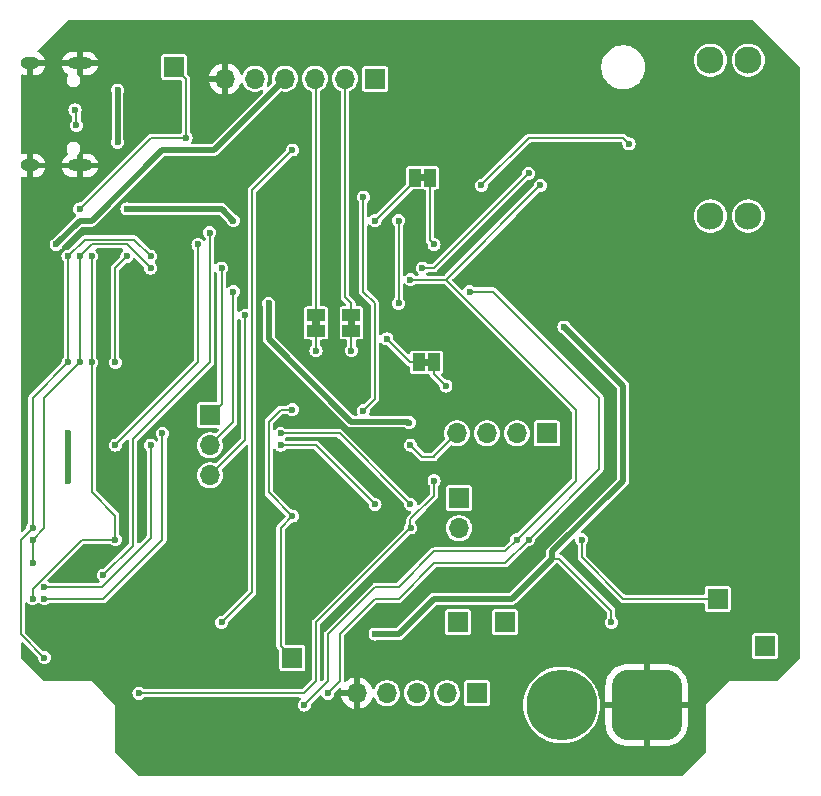
<source format=gbr>
%TF.GenerationSoftware,KiCad,Pcbnew,8.0.7*%
%TF.CreationDate,2025-01-05T22:37:43-08:00*%
%TF.ProjectId,Test Rocket Board,54657374-2052-46f6-936b-657420426f61,rev?*%
%TF.SameCoordinates,Original*%
%TF.FileFunction,Copper,L2,Bot*%
%TF.FilePolarity,Positive*%
%FSLAX46Y46*%
G04 Gerber Fmt 4.6, Leading zero omitted, Abs format (unit mm)*
G04 Created by KiCad (PCBNEW 8.0.7) date 2025-01-05 22:37:43*
%MOMM*%
%LPD*%
G01*
G04 APERTURE LIST*
G04 Aperture macros list*
%AMRoundRect*
0 Rectangle with rounded corners*
0 $1 Rounding radius*
0 $2 $3 $4 $5 $6 $7 $8 $9 X,Y pos of 4 corners*
0 Add a 4 corners polygon primitive as box body*
4,1,4,$2,$3,$4,$5,$6,$7,$8,$9,$2,$3,0*
0 Add four circle primitives for the rounded corners*
1,1,$1+$1,$2,$3*
1,1,$1+$1,$4,$5*
1,1,$1+$1,$6,$7*
1,1,$1+$1,$8,$9*
0 Add four rect primitives between the rounded corners*
20,1,$1+$1,$2,$3,$4,$5,0*
20,1,$1+$1,$4,$5,$6,$7,0*
20,1,$1+$1,$6,$7,$8,$9,0*
20,1,$1+$1,$8,$9,$2,$3,0*%
G04 Aperture macros list end*
%TA.AperFunction,EtchedComponent*%
%ADD10C,0.000000*%
%TD*%
%TA.AperFunction,ComponentPad*%
%ADD11R,1.700000X1.700000*%
%TD*%
%TA.AperFunction,ComponentPad*%
%ADD12O,1.700000X1.700000*%
%TD*%
%TA.AperFunction,ComponentPad*%
%ADD13C,2.300000*%
%TD*%
%TA.AperFunction,ComponentPad*%
%ADD14RoundRect,1.500000X1.500000X1.500000X-1.500000X1.500000X-1.500000X-1.500000X1.500000X-1.500000X0*%
%TD*%
%TA.AperFunction,ComponentPad*%
%ADD15C,6.000000*%
%TD*%
%TA.AperFunction,HeatsinkPad*%
%ADD16C,0.600000*%
%TD*%
%TA.AperFunction,ComponentPad*%
%ADD17O,2.100000X1.000000*%
%TD*%
%TA.AperFunction,ComponentPad*%
%ADD18O,1.600000X1.000000*%
%TD*%
%TA.AperFunction,SMDPad,CuDef*%
%ADD19R,1.000000X1.500000*%
%TD*%
%TA.AperFunction,SMDPad,CuDef*%
%ADD20R,1.500000X1.000000*%
%TD*%
%TA.AperFunction,ViaPad*%
%ADD21C,0.600000*%
%TD*%
%TA.AperFunction,Conductor*%
%ADD22C,0.500000*%
%TD*%
%TA.AperFunction,Conductor*%
%ADD23C,0.200000*%
%TD*%
G04 APERTURE END LIST*
D10*
%TA.AperFunction,EtchedComponent*%
%TO.C,JP3*%
G36*
X167250000Y-88650000D02*
G01*
X166750000Y-88650000D01*
X166750000Y-88050000D01*
X167250000Y-88050000D01*
X167250000Y-88650000D01*
G37*
%TD.AperFunction*%
%TA.AperFunction,EtchedComponent*%
%TO.C,JP4*%
G36*
X167600000Y-104300000D02*
G01*
X167100000Y-104300000D01*
X167100000Y-103700000D01*
X167600000Y-103700000D01*
X167600000Y-104300000D01*
G37*
%TD.AperFunction*%
%TA.AperFunction,EtchedComponent*%
%TO.C,JP2*%
G36*
X158300000Y-100900000D02*
G01*
X157700000Y-100900000D01*
X157700000Y-100400000D01*
X158300000Y-100400000D01*
X158300000Y-100900000D01*
G37*
%TD.AperFunction*%
%TA.AperFunction,EtchedComponent*%
%TO.C,JP1*%
G36*
X161300000Y-100900000D02*
G01*
X160700000Y-100900000D01*
X160700000Y-100400000D01*
X161300000Y-100400000D01*
X161300000Y-100900000D01*
G37*
%TD.AperFunction*%
%TD*%
D11*
%TO.P,J2,1,Pin_1*%
%TO.N,/MCU/IO42*%
X177540000Y-110000000D03*
D12*
%TO.P,J2,2,Pin_2*%
%TO.N,/MCU/IO41*%
X175000000Y-110000000D03*
%TO.P,J2,3,Pin_3*%
%TO.N,/MCU/IO40*%
X172460000Y-110000000D03*
%TO.P,J2,4,Pin_4*%
%TO.N,/MCU/IO39*%
X169920000Y-110000000D03*
%TD*%
D11*
%TO.P,TP4,1,1*%
%TO.N,+1V8*%
X156000000Y-129000000D03*
%TD*%
%TO.P,J7,1,Pin_1*%
%TO.N,unconnected-(J7-Pin_1-Pad1)*%
X171620000Y-132000000D03*
D12*
%TO.P,J7,2,Pin_2*%
%TO.N,5V_BUS*%
X169080000Y-132000000D03*
%TO.P,J7,3,Pin_3*%
%TO.N,CANH*%
X166540000Y-132000000D03*
%TO.P,J7,4,Pin_4*%
%TO.N,CANL*%
X164000000Y-132000000D03*
%TO.P,J7,5,Pin_5*%
%TO.N,GND*%
X161460000Y-132000000D03*
%TD*%
D13*
%TO.P,BT1,P1*%
%TO.N,Net-(U1-VBAT)*%
X191400000Y-91600000D03*
%TO.P,BT1,P2*%
%TO.N,N/C*%
X194600000Y-91600000D03*
%TO.P,BT1,P3*%
X194600000Y-78400000D03*
%TO.P,BT1,P4*%
X191400000Y-78400000D03*
%TD*%
D11*
%TO.P,J1,1,Pin_1*%
%TO.N,/ADXL375/MISO*%
X149000000Y-108475000D03*
D12*
%TO.P,J1,2,Pin_2*%
%TO.N,/ADXL375/SCK*%
X149000000Y-111015000D03*
%TO.P,J1,3,Pin_3*%
%TO.N,/ADXL375/MOSI*%
X149000000Y-113555000D03*
%TD*%
D14*
%TO.P,J5,1,Pin_1*%
%TO.N,GND*%
X186000000Y-133000000D03*
D15*
%TO.P,J5,2,Pin_2*%
%TO.N,/Power/BATT_INPUT*%
X178800000Y-133000000D03*
%TD*%
D11*
%TO.P,J6,1,Pin_1*%
%TO.N,/CAN Bus/CAN_RX*%
X170110000Y-115485000D03*
D12*
%TO.P,J6,2,Pin_2*%
%TO.N,/CAN Bus/CAN_TX*%
X170110000Y-118025000D03*
%TD*%
D11*
%TO.P,5V1,1,1*%
%TO.N,+5V*%
X192000000Y-124000000D03*
%TD*%
%TO.P,TP5,1,1*%
%TO.N,/Flashing/V_USB*%
X146000000Y-79000000D03*
%TD*%
%TO.P,TP1,1,1*%
%TO.N,5V_BUS*%
X170000000Y-126000000D03*
%TD*%
%TO.P,J4,1,Pin_1*%
%TO.N,unconnected-(J4-Pin_1-Pad1)*%
X163000000Y-79975000D03*
D12*
%TO.P,J4,2,Pin_2*%
%TO.N,Net-(J4-Pin_2)*%
X160460000Y-79975000D03*
%TO.P,J4,3,Pin_3*%
%TO.N,Net-(J4-Pin_3)*%
X157920000Y-79975000D03*
%TO.P,J4,4,Pin_4*%
%TO.N,+3V3*%
X155380000Y-79975000D03*
%TO.P,J4,5,Pin_5*%
%TO.N,unconnected-(J4-Pin_5-Pad5)*%
X152840000Y-79975000D03*
%TO.P,J4,6,Pin_6*%
%TO.N,GND*%
X150300000Y-79975000D03*
%TD*%
D11*
%TO.P,TP2,1,1*%
%TO.N,+3V3*%
X174000000Y-126000000D03*
%TD*%
D16*
%TO.P,IC1,41,GND_3*%
%TO.N,GND*%
X156700000Y-93200000D03*
X155300000Y-93200000D03*
X157400000Y-93900000D03*
X156000000Y-93900000D03*
X154600000Y-93900000D03*
X156700000Y-94600000D03*
X155300000Y-94600000D03*
X157400000Y-95300000D03*
X156000000Y-95300000D03*
X154600000Y-95300000D03*
X156700000Y-96000000D03*
X155300000Y-96000000D03*
%TD*%
D17*
%TO.P,J3,S1,SHIELD*%
%TO.N,GND*%
X138000000Y-78680000D03*
D18*
X133820000Y-78680000D03*
D17*
X138000000Y-87320000D03*
D18*
X133820000Y-87320000D03*
%TD*%
D11*
%TO.P,TP3,1,1*%
%TO.N,/Power/BATT_INPUT*%
X196000000Y-128000000D03*
%TD*%
D19*
%TO.P,JP3,1,A*%
%TO.N,Net-(JP3-A)*%
X167650000Y-88350000D03*
%TO.P,JP3,2,B*%
%TO.N,/Flashing/EN*%
X166350000Y-88350000D03*
%TD*%
%TO.P,JP4,1,A*%
%TO.N,Net-(JP4-A)*%
X168000000Y-104000000D03*
%TO.P,JP4,2,B*%
%TO.N,/Flashing/IO0*%
X166700000Y-104000000D03*
%TD*%
D20*
%TO.P,JP2,1,A*%
%TO.N,Net-(J4-Pin_3)*%
X158000000Y-100000000D03*
%TO.P,JP2,2,B*%
%TO.N,/Flashing/ESP_RX*%
X158000000Y-101300000D03*
%TD*%
%TO.P,JP1,1,A*%
%TO.N,/Flashing/ESP_TX*%
X161000000Y-101300000D03*
%TO.P,JP1,2,B*%
%TO.N,Net-(J4-Pin_2)*%
X161000000Y-100000000D03*
%TD*%
D21*
%TO.N,/Flashing/VBUS*%
X141194898Y-85350000D03*
X141194898Y-80929128D03*
%TO.N,/Flashing/V_USB*%
X138000000Y-91000000D03*
X147000000Y-85000000D03*
%TO.N,Net-(JP3-A)*%
X168000000Y-94000000D03*
%TO.N,/MCU/SDA*%
X176000000Y-119000000D03*
X167000000Y-96000000D03*
X176000000Y-88000000D03*
X171000000Y-98000000D03*
X159000000Y-132000000D03*
%TO.N,GND*%
X166000000Y-120000000D03*
X143000000Y-83000000D03*
X163000000Y-122000000D03*
%TO.N,Net-(JP4-A)*%
X169000000Y-106000000D03*
%TO.N,+1V8*%
X156000000Y-108000000D03*
X156000000Y-117000000D03*
%TO.N,+5V*%
X142000000Y-91000000D03*
X165912500Y-109087500D03*
X143000000Y-132000000D03*
X166019883Y-118009944D03*
X154000000Y-99000000D03*
X168000000Y-114000000D03*
X180500000Y-119000000D03*
X151000000Y-92000000D03*
%TO.N,+3V3*%
X165000000Y-92000000D03*
X184500000Y-85500000D03*
X172000000Y-89000000D03*
X165000000Y-99000000D03*
X136000000Y-94000000D03*
X162000000Y-108075000D03*
X183000000Y-126000000D03*
X162000000Y-90000000D03*
X137000000Y-114000000D03*
X179000000Y-101000000D03*
X163000000Y-127000000D03*
X137000000Y-110000000D03*
%TO.N,/MCU/SCL*%
X177000000Y-89000000D03*
X166000000Y-97000000D03*
X175000000Y-119000000D03*
X157000000Y-133000000D03*
%TO.N,/Flashing/USB+*%
X137592184Y-82618065D03*
X137720102Y-83929128D03*
%TO.N,/Flashing/EN*%
X163000000Y-92000000D03*
%TO.N,/Flashing/IO0*%
X164000000Y-102000000D03*
%TO.N,/Flashing/ESP_TX*%
X161000000Y-103000000D03*
%TO.N,/Flashing/ESP_RX*%
X158000000Y-103000000D03*
%TO.N,/Barometer 1/CS*%
X142000000Y-95000000D03*
X141000000Y-104000000D03*
%TO.N,/IMU (2g-16g)/CS*%
X141000000Y-111000000D03*
X148000000Y-94000000D03*
%TO.N,/CAN Bus/CAN_TX*%
X166000000Y-116000000D03*
X155000000Y-110000000D03*
%TO.N,/CAN Bus/CAN_RX*%
X155000000Y-111000000D03*
X163000000Y-116000000D03*
%TO.N,/ADXL375/CS*%
X149000000Y-93000000D03*
X140000000Y-122000000D03*
%TO.N,/ADXL375/INT2*%
X135000000Y-124000000D03*
X145000000Y-110000000D03*
%TO.N,/ADXL375/SCK*%
X151000000Y-98000000D03*
X134000000Y-118000000D03*
X135000000Y-129000000D03*
X144000000Y-95000000D03*
X137000000Y-104000000D03*
X137000000Y-95000000D03*
%TO.N,/ADXL375/MOSI*%
X152000000Y-100000000D03*
X138000000Y-95000000D03*
X138000000Y-104000000D03*
X134000000Y-119000000D03*
X144000000Y-96000000D03*
X134000000Y-121000000D03*
%TO.N,/ADXL375/INT1*%
X135000000Y-123000000D03*
X144000000Y-111000000D03*
%TO.N,/ADXL375/MISO*%
X139000000Y-104000000D03*
X139000000Y-95000000D03*
X141000000Y-119000000D03*
X150000000Y-96000000D03*
X134000000Y-124000000D03*
%TO.N,/MCU/INA_INT*%
X150000000Y-126000000D03*
X156000000Y-86000000D03*
%TO.N,/MCU/IO39*%
X166000000Y-111000000D03*
%TD*%
D22*
%TO.N,/Flashing/VBUS*%
X141194898Y-80929128D02*
X141194898Y-85350000D01*
D23*
%TO.N,/Flashing/V_USB*%
X144000000Y-85000000D02*
X138000000Y-91000000D01*
X147000000Y-80000000D02*
X147000000Y-85000000D01*
X146000000Y-79000000D02*
X147000000Y-80000000D01*
X147000000Y-85000000D02*
X144000000Y-85000000D01*
%TO.N,Net-(JP3-A)*%
X167650000Y-88350000D02*
X167650000Y-93650000D01*
X167650000Y-93650000D02*
X168000000Y-94000000D01*
%TO.N,/MCU/SDA*%
X173000000Y-98000000D02*
X182000000Y-107000000D01*
X182000000Y-107000000D02*
X182000000Y-113000000D01*
X165000000Y-124000000D02*
X163000000Y-124000000D01*
X168000000Y-121000000D02*
X165000000Y-124000000D01*
X182000000Y-113000000D02*
X176000000Y-119000000D01*
X163000000Y-124000000D02*
X160000000Y-127000000D01*
X160000000Y-128000000D02*
X160000000Y-131000000D01*
X171000000Y-98000000D02*
X173000000Y-98000000D01*
X167000000Y-96000000D02*
X168000000Y-96000000D01*
X160000000Y-131000000D02*
X159000000Y-132000000D01*
X168000000Y-96000000D02*
X176000000Y-88000000D01*
X160000000Y-127000000D02*
X160000000Y-128000000D01*
X176000000Y-119000000D02*
X174000000Y-121000000D01*
X174000000Y-121000000D02*
X168000000Y-121000000D01*
%TO.N,Net-(JP4-A)*%
X168000000Y-105000000D02*
X168000000Y-104000000D01*
X169000000Y-106000000D02*
X168000000Y-105000000D01*
%TO.N,+1V8*%
X156000000Y-129000000D02*
X155000000Y-128000000D01*
X156000000Y-117000000D02*
X154000000Y-115000000D01*
X155000000Y-128000000D02*
X155000000Y-118000000D01*
X155000000Y-118000000D02*
X156000000Y-117000000D01*
X155000000Y-108000000D02*
X156000000Y-108000000D01*
X154000000Y-115000000D02*
X154000000Y-109000000D01*
X154000000Y-109000000D02*
X155000000Y-108000000D01*
%TO.N,+5V*%
X180500000Y-119000000D02*
X180500000Y-120500000D01*
X180500000Y-120500000D02*
X184000000Y-124000000D01*
X158000000Y-126000000D02*
X166000000Y-118000000D01*
X143000000Y-132000000D02*
X157000000Y-132000000D01*
X168000000Y-115295000D02*
X168000000Y-114000000D01*
D22*
X161000000Y-109000000D02*
X154000000Y-102000000D01*
D23*
X158000000Y-131000000D02*
X158000000Y-126000000D01*
D22*
X150000000Y-91000000D02*
X142000000Y-91000000D01*
D23*
X166000000Y-118000000D02*
X166000000Y-117295000D01*
X157000000Y-132000000D02*
X158000000Y-131000000D01*
X166000000Y-117295000D02*
X168000000Y-115295000D01*
X184000000Y-124000000D02*
X192110000Y-124000000D01*
D22*
X154000000Y-102000000D02*
X154000000Y-99000000D01*
X165825000Y-109000000D02*
X161000000Y-109000000D01*
X151000000Y-92000000D02*
X150000000Y-91000000D01*
X165912500Y-109087500D02*
X165825000Y-109000000D01*
%TO.N,+3V3*%
X178000000Y-120000000D02*
X178000000Y-120600000D01*
X174600000Y-124000000D02*
X168000000Y-124000000D01*
X165000000Y-127000000D02*
X163000000Y-127000000D01*
D23*
X178600000Y-120600000D02*
X178000000Y-120600000D01*
D22*
X184000000Y-106000000D02*
X184000000Y-114000000D01*
D23*
X184500000Y-85500000D02*
X184000000Y-85000000D01*
X183000000Y-126000000D02*
X183000000Y-125000000D01*
X162000000Y-108075000D02*
X163000000Y-107075000D01*
D22*
X138000000Y-92000000D02*
X139000000Y-92000000D01*
D23*
X176000000Y-85000000D02*
X172000000Y-89000000D01*
D22*
X178000000Y-120600000D02*
X174600000Y-124000000D01*
D23*
X165000000Y-92000000D02*
X165000000Y-99000000D01*
D22*
X136000000Y-94000000D02*
X138000000Y-92000000D01*
X137000000Y-110000000D02*
X137000000Y-114000000D01*
X179000000Y-101000000D02*
X184000000Y-106000000D01*
D23*
X184000000Y-85000000D02*
X176000000Y-85000000D01*
D22*
X184000000Y-114000000D02*
X178000000Y-120000000D01*
X149355000Y-86000000D02*
X155380000Y-79975000D01*
X139000000Y-92000000D02*
X145000000Y-86000000D01*
D23*
X163000000Y-99000000D02*
X162000000Y-98000000D01*
D22*
X145000000Y-86000000D02*
X149355000Y-86000000D01*
D23*
X163000000Y-107075000D02*
X163000000Y-99000000D01*
D22*
X168000000Y-124000000D02*
X165000000Y-127000000D01*
D23*
X183000000Y-125000000D02*
X178600000Y-120600000D01*
X162000000Y-98000000D02*
X162000000Y-90000000D01*
%TO.N,/MCU/SCL*%
X169000000Y-97000000D02*
X177000000Y-89000000D01*
X169000000Y-97000000D02*
X180000000Y-108000000D01*
X174000000Y-120000000D02*
X168000000Y-120000000D01*
X180000000Y-108000000D02*
X180000000Y-114000000D01*
X159000000Y-127000000D02*
X159000000Y-131000000D01*
X180000000Y-114000000D02*
X175000000Y-119000000D01*
X166000000Y-97000000D02*
X169000000Y-97000000D01*
X159000000Y-131000000D02*
X157000000Y-133000000D01*
X163000000Y-123000000D02*
X159000000Y-127000000D01*
X165000000Y-123000000D02*
X163000000Y-123000000D01*
X168000000Y-120000000D02*
X165000000Y-123000000D01*
X175000000Y-119000000D02*
X174000000Y-120000000D01*
%TO.N,/Flashing/USB+*%
X137720102Y-82745983D02*
X137592184Y-82618065D01*
X137720102Y-83929128D02*
X137720102Y-82745983D01*
%TO.N,/Flashing/EN*%
X166350000Y-88650000D02*
X166350000Y-88350000D01*
X163000000Y-92000000D02*
X166350000Y-88650000D01*
%TO.N,/Flashing/IO0*%
X166700000Y-104000000D02*
X166000000Y-104000000D01*
X166000000Y-104000000D02*
X164000000Y-102000000D01*
%TO.N,/Flashing/ESP_TX*%
X161000000Y-103000000D02*
X161000000Y-101300000D01*
%TO.N,/Flashing/ESP_RX*%
X158000000Y-103000000D02*
X158000000Y-101300000D01*
%TO.N,/Barometer 1/CS*%
X141000000Y-96000000D02*
X141000000Y-104000000D01*
X142000000Y-95000000D02*
X141000000Y-96000000D01*
%TO.N,/IMU (2g-16g)/CS*%
X148000000Y-104000000D02*
X141000000Y-111000000D01*
X148000000Y-94000000D02*
X148000000Y-104000000D01*
%TO.N,/CAN Bus/CAN_TX*%
X155000000Y-110000000D02*
X160000000Y-110000000D01*
X160000000Y-110000000D02*
X166000000Y-116000000D01*
%TO.N,/CAN Bus/CAN_RX*%
X155000000Y-111000000D02*
X158000000Y-111000000D01*
X158000000Y-111000000D02*
X163000000Y-116000000D01*
%TO.N,/ADXL375/CS*%
X142500000Y-110500000D02*
X149000000Y-104000000D01*
X142500000Y-119500000D02*
X142500000Y-110500000D01*
X149000000Y-104000000D02*
X149000000Y-93000000D01*
X140000000Y-122000000D02*
X142500000Y-119500000D01*
%TO.N,/ADXL375/INT2*%
X140000000Y-124000000D02*
X145000000Y-119000000D01*
X145000000Y-119000000D02*
X145000000Y-110000000D01*
X135000000Y-124000000D02*
X140000000Y-124000000D01*
%TO.N,/ADXL375/SCK*%
X137000000Y-104000000D02*
X134000000Y-107000000D01*
X134000000Y-118000000D02*
X133000000Y-119000000D01*
X133000000Y-127000000D02*
X135000000Y-129000000D01*
X133000000Y-119000000D02*
X133000000Y-127000000D01*
X149000000Y-111015000D02*
X151000000Y-109015000D01*
X138400000Y-93600000D02*
X137000000Y-95000000D01*
X151000000Y-109015000D02*
X151000000Y-98000000D01*
X142600000Y-93600000D02*
X138400000Y-93600000D01*
X134000000Y-107000000D02*
X134000000Y-118000000D01*
X144000000Y-95000000D02*
X142600000Y-93600000D01*
X137000000Y-95000000D02*
X137000000Y-104000000D01*
%TO.N,/ADXL375/MOSI*%
X135000000Y-107000000D02*
X135000000Y-118000000D01*
X149000000Y-113555000D02*
X152000000Y-110555000D01*
X138000000Y-104000000D02*
X135000000Y-107000000D01*
X138000000Y-95000000D02*
X139000000Y-94000000D01*
X134000000Y-119000000D02*
X134000000Y-121000000D01*
X138000000Y-104000000D02*
X138000000Y-95000000D01*
X142000000Y-94000000D02*
X144000000Y-96000000D01*
X135000000Y-118000000D02*
X134000000Y-119000000D01*
X152000000Y-110555000D02*
X152000000Y-100000000D01*
X139000000Y-94000000D02*
X142000000Y-94000000D01*
%TO.N,/ADXL375/INT1*%
X135000000Y-123000000D02*
X139848529Y-123000000D01*
X139848529Y-123000000D02*
X144000000Y-118848529D01*
X144000000Y-118848529D02*
X144000000Y-111000000D01*
%TO.N,/ADXL375/MISO*%
X139000000Y-95000000D02*
X139000000Y-104000000D01*
X134000000Y-123151471D02*
X134000000Y-124000000D01*
X149000000Y-108475000D02*
X150000000Y-107475000D01*
X138151471Y-119000000D02*
X134000000Y-123151471D01*
X139000000Y-115000000D02*
X139000000Y-104000000D01*
X141000000Y-117000000D02*
X139000000Y-115000000D01*
X150000000Y-107475000D02*
X150000000Y-96000000D01*
X141000000Y-119000000D02*
X138151471Y-119000000D01*
X141000000Y-119000000D02*
X141000000Y-117000000D01*
%TO.N,/MCU/INA_INT*%
X152600000Y-89400000D02*
X152600000Y-123400000D01*
X156000000Y-86000000D02*
X152600000Y-89400000D01*
X152600000Y-123400000D02*
X150000000Y-126000000D01*
%TO.N,/MCU/IO39*%
X167000000Y-112000000D02*
X168000000Y-112000000D01*
X168000000Y-112000000D02*
X168000000Y-111920000D01*
X168000000Y-111920000D02*
X169920000Y-110000000D01*
X166000000Y-111000000D02*
X167000000Y-112000000D01*
%TO.N,Net-(J4-Pin_2)*%
X161000000Y-100000000D02*
X161000000Y-99000000D01*
X160460000Y-98460000D02*
X160460000Y-79975000D01*
X161000000Y-99000000D02*
X160460000Y-98460000D01*
%TO.N,Net-(J4-Pin_3)*%
X158000000Y-80055000D02*
X157920000Y-79975000D01*
X158000000Y-100000000D02*
X158000000Y-80055000D01*
%TD*%
%TA.AperFunction,Conductor*%
%TO.N,GND*%
G36*
X195015677Y-75019685D02*
G01*
X195036319Y-75036319D01*
X198963681Y-78963681D01*
X198997166Y-79025004D01*
X199000000Y-79051362D01*
X199000000Y-128948638D01*
X198980315Y-129015677D01*
X198963681Y-129036319D01*
X197036319Y-130963681D01*
X196974996Y-130997166D01*
X196948638Y-131000000D01*
X192999999Y-131000000D01*
X191000000Y-132999999D01*
X191000000Y-136948638D01*
X190980315Y-137015677D01*
X190963681Y-137036319D01*
X189036319Y-138963681D01*
X188974996Y-138997166D01*
X188948638Y-139000000D01*
X143051362Y-139000000D01*
X142984323Y-138980315D01*
X142963681Y-138963681D01*
X141036319Y-137036319D01*
X141002834Y-136974996D01*
X141000000Y-136948638D01*
X141000000Y-133000000D01*
X139999999Y-131999999D01*
X142444750Y-131999999D01*
X142444750Y-132000000D01*
X142463670Y-132143708D01*
X142463671Y-132143712D01*
X142519137Y-132277622D01*
X142519138Y-132277623D01*
X142519139Y-132277625D01*
X142607379Y-132392621D01*
X142722375Y-132480861D01*
X142856291Y-132536330D01*
X142983280Y-132553048D01*
X142999999Y-132555250D01*
X143000000Y-132555250D01*
X143000001Y-132555250D01*
X143014977Y-132553278D01*
X143143709Y-132536330D01*
X143277625Y-132480861D01*
X143392621Y-132392621D01*
X143392623Y-132392617D01*
X143392627Y-132392615D01*
X143398372Y-132386871D01*
X143400888Y-132389387D01*
X143444183Y-132357797D01*
X143486092Y-132350500D01*
X156576858Y-132350500D01*
X156643897Y-132370185D01*
X156689652Y-132422989D01*
X156699596Y-132492147D01*
X156670571Y-132555703D01*
X156652345Y-132572875D01*
X156607381Y-132607377D01*
X156519137Y-132722377D01*
X156463671Y-132856287D01*
X156463670Y-132856291D01*
X156444750Y-132999999D01*
X156444750Y-133000000D01*
X156463670Y-133143708D01*
X156463671Y-133143712D01*
X156519137Y-133277622D01*
X156519138Y-133277624D01*
X156519139Y-133277625D01*
X156607379Y-133392621D01*
X156722375Y-133480861D01*
X156856291Y-133536330D01*
X156983280Y-133553048D01*
X156999999Y-133555250D01*
X157000000Y-133555250D01*
X157000001Y-133555250D01*
X157014977Y-133553278D01*
X157143709Y-133536330D01*
X157277625Y-133480861D01*
X157392621Y-133392621D01*
X157480861Y-133277625D01*
X157536330Y-133143709D01*
X157555250Y-133000000D01*
X157555250Y-132999997D01*
X157555250Y-132991871D01*
X157559049Y-132991871D01*
X157566388Y-132940418D01*
X157591556Y-132904124D01*
X158299731Y-132195949D01*
X158361052Y-132162466D01*
X158430744Y-132167450D01*
X158486677Y-132209322D01*
X158501971Y-132236178D01*
X158518138Y-132275209D01*
X158519139Y-132277625D01*
X158607379Y-132392621D01*
X158722375Y-132480861D01*
X158856291Y-132536330D01*
X158983280Y-132553048D01*
X158999999Y-132555250D01*
X159000000Y-132555250D01*
X159000001Y-132555250D01*
X159014977Y-132553278D01*
X159143709Y-132536330D01*
X159277625Y-132480861D01*
X159392621Y-132392621D01*
X159480861Y-132277625D01*
X159536330Y-132143709D01*
X159555250Y-132000000D01*
X159555250Y-131999999D01*
X159555250Y-131991871D01*
X159559049Y-131991871D01*
X159566388Y-131940418D01*
X159591556Y-131904124D01*
X159942573Y-131553108D01*
X160003893Y-131519625D01*
X160073585Y-131524609D01*
X160129518Y-131566481D01*
X160153935Y-131631945D01*
X160150026Y-131672884D01*
X160129363Y-131749998D01*
X160129364Y-131750000D01*
X161026988Y-131750000D01*
X160994075Y-131807007D01*
X160960000Y-131934174D01*
X160960000Y-132065826D01*
X160994075Y-132192993D01*
X161026988Y-132250000D01*
X160129364Y-132250000D01*
X160186567Y-132463486D01*
X160186570Y-132463492D01*
X160286399Y-132677578D01*
X160421894Y-132871082D01*
X160588917Y-133038105D01*
X160782421Y-133173600D01*
X160996507Y-133273429D01*
X160996516Y-133273433D01*
X161210000Y-133330634D01*
X161210000Y-132433012D01*
X161267007Y-132465925D01*
X161394174Y-132500000D01*
X161525826Y-132500000D01*
X161652993Y-132465925D01*
X161710000Y-132433012D01*
X161710000Y-133330633D01*
X161923483Y-133273433D01*
X161923492Y-133273429D01*
X162137578Y-133173600D01*
X162331082Y-133038105D01*
X162498105Y-132871082D01*
X162633600Y-132677578D01*
X162733429Y-132463492D01*
X162733431Y-132463489D01*
X162742406Y-132429992D01*
X162778770Y-132370331D01*
X162841616Y-132339800D01*
X162910992Y-132348094D01*
X162964871Y-132392578D01*
X162973182Y-132406811D01*
X163060327Y-132581821D01*
X163183237Y-132744581D01*
X163333958Y-132881980D01*
X163333960Y-132881982D01*
X163369716Y-132904121D01*
X163507363Y-132989348D01*
X163697544Y-133063024D01*
X163898024Y-133100500D01*
X163898026Y-133100500D01*
X164101974Y-133100500D01*
X164101976Y-133100500D01*
X164302456Y-133063024D01*
X164492637Y-132989348D01*
X164666041Y-132881981D01*
X164794122Y-132765219D01*
X164816762Y-132744581D01*
X164833530Y-132722377D01*
X164939673Y-132581821D01*
X165030582Y-132399250D01*
X165086397Y-132203083D01*
X165105215Y-132000000D01*
X165105215Y-131999999D01*
X165434785Y-131999999D01*
X165434785Y-132000000D01*
X165453602Y-132203082D01*
X165509417Y-132399247D01*
X165509422Y-132399260D01*
X165600327Y-132581821D01*
X165723237Y-132744581D01*
X165873958Y-132881980D01*
X165873960Y-132881982D01*
X165909716Y-132904121D01*
X166047363Y-132989348D01*
X166237544Y-133063024D01*
X166438024Y-133100500D01*
X166438026Y-133100500D01*
X166641974Y-133100500D01*
X166641976Y-133100500D01*
X166842456Y-133063024D01*
X167032637Y-132989348D01*
X167206041Y-132881981D01*
X167334122Y-132765219D01*
X167356762Y-132744581D01*
X167373530Y-132722377D01*
X167479673Y-132581821D01*
X167570582Y-132399250D01*
X167626397Y-132203083D01*
X167645215Y-132000000D01*
X167645215Y-131999999D01*
X167974785Y-131999999D01*
X167974785Y-132000000D01*
X167993602Y-132203082D01*
X168049417Y-132399247D01*
X168049422Y-132399260D01*
X168140327Y-132581821D01*
X168263237Y-132744581D01*
X168413958Y-132881980D01*
X168413960Y-132881982D01*
X168449716Y-132904121D01*
X168587363Y-132989348D01*
X168777544Y-133063024D01*
X168978024Y-133100500D01*
X168978026Y-133100500D01*
X169181974Y-133100500D01*
X169181976Y-133100500D01*
X169382456Y-133063024D01*
X169572637Y-132989348D01*
X169746041Y-132881981D01*
X169874122Y-132765219D01*
X169896762Y-132744581D01*
X169913530Y-132722377D01*
X170019673Y-132581821D01*
X170110582Y-132399250D01*
X170166397Y-132203083D01*
X170185215Y-132000000D01*
X170180337Y-131947362D01*
X170166397Y-131796917D01*
X170145188Y-131722377D01*
X170110582Y-131600750D01*
X170110159Y-131599901D01*
X170042325Y-131463671D01*
X170019673Y-131418179D01*
X169896764Y-131255421D01*
X169896762Y-131255418D01*
X169754051Y-131125321D01*
X170519500Y-131125321D01*
X170519500Y-132874678D01*
X170534032Y-132947735D01*
X170534033Y-132947739D01*
X170534034Y-132947740D01*
X170589399Y-133030601D01*
X170672260Y-133085966D01*
X170672264Y-133085967D01*
X170745321Y-133100499D01*
X170745324Y-133100500D01*
X170745326Y-133100500D01*
X172494676Y-133100500D01*
X172494677Y-133100499D01*
X172567740Y-133085966D01*
X172650601Y-133030601D01*
X172671050Y-132999997D01*
X175544726Y-132999997D01*
X175544726Y-133000002D01*
X175563808Y-133351954D01*
X175620833Y-133699793D01*
X175620834Y-133699796D01*
X175715126Y-134039408D01*
X175715127Y-134039410D01*
X175845588Y-134366844D01*
X175845597Y-134366862D01*
X175934000Y-134533608D01*
X176010695Y-134678269D01*
X176184158Y-134934108D01*
X176208498Y-134970006D01*
X176208505Y-134970016D01*
X176413626Y-135211502D01*
X176436686Y-135238650D01*
X176692580Y-135481046D01*
X176973182Y-135694354D01*
X177275202Y-135876074D01*
X177275206Y-135876075D01*
X177275210Y-135876078D01*
X177595088Y-136024070D01*
X177595092Y-136024070D01*
X177595099Y-136024074D01*
X177929122Y-136136619D01*
X178273355Y-136212391D01*
X178623763Y-136250500D01*
X178623769Y-136250500D01*
X178976231Y-136250500D01*
X178976237Y-136250500D01*
X179326645Y-136212391D01*
X179670878Y-136136619D01*
X180004901Y-136024074D01*
X180004908Y-136024070D01*
X180004911Y-136024070D01*
X180324789Y-135876078D01*
X180324798Y-135876074D01*
X180626818Y-135694354D01*
X180907420Y-135481046D01*
X181163314Y-135238650D01*
X181391501Y-134970008D01*
X181589305Y-134678269D01*
X181754407Y-134366854D01*
X181884871Y-134039414D01*
X181979168Y-133699788D01*
X182036191Y-133351957D01*
X182055274Y-133000000D01*
X182054696Y-132989348D01*
X182036191Y-132648045D01*
X182036191Y-132648043D01*
X181979168Y-132300212D01*
X181914091Y-132065826D01*
X181884873Y-131960591D01*
X181884872Y-131960589D01*
X181754411Y-131633155D01*
X181754402Y-131633137D01*
X181743822Y-131613181D01*
X181645944Y-131428563D01*
X182500000Y-131428563D01*
X182500000Y-132750000D01*
X183763498Y-132750000D01*
X183750000Y-132852527D01*
X183750000Y-133147473D01*
X183763498Y-133250000D01*
X182500000Y-133250000D01*
X182500000Y-134571436D01*
X182515300Y-134785362D01*
X182576109Y-135064895D01*
X182676091Y-135332958D01*
X182813191Y-135584038D01*
X182813192Y-135584039D01*
X182984639Y-135813065D01*
X182984649Y-135813077D01*
X183186922Y-136015350D01*
X183186934Y-136015360D01*
X183415960Y-136186807D01*
X183415961Y-136186808D01*
X183667042Y-136323908D01*
X183667041Y-136323908D01*
X183935104Y-136423890D01*
X184214637Y-136484699D01*
X184428563Y-136499999D01*
X184428566Y-136500000D01*
X185750000Y-136500000D01*
X185750000Y-135236502D01*
X185852527Y-135250000D01*
X186147473Y-135250000D01*
X186250000Y-135236502D01*
X186250000Y-136500000D01*
X187571434Y-136500000D01*
X187571436Y-136499999D01*
X187785362Y-136484699D01*
X188064895Y-136423890D01*
X188332958Y-136323908D01*
X188584038Y-136186808D01*
X188584039Y-136186807D01*
X188813065Y-136015360D01*
X188813077Y-136015350D01*
X189015350Y-135813077D01*
X189015360Y-135813065D01*
X189186807Y-135584039D01*
X189186808Y-135584038D01*
X189323908Y-135332958D01*
X189423890Y-135064895D01*
X189484699Y-134785362D01*
X189499999Y-134571436D01*
X189500000Y-134571434D01*
X189500000Y-133250000D01*
X188236502Y-133250000D01*
X188250000Y-133147473D01*
X188250000Y-132852527D01*
X188236502Y-132750000D01*
X189500000Y-132750000D01*
X189500000Y-131428566D01*
X189499999Y-131428563D01*
X189484699Y-131214637D01*
X189423890Y-130935104D01*
X189323908Y-130667041D01*
X189186808Y-130415961D01*
X189186807Y-130415960D01*
X189015360Y-130186934D01*
X189015350Y-130186922D01*
X188813077Y-129984649D01*
X188813065Y-129984639D01*
X188584039Y-129813192D01*
X188584038Y-129813191D01*
X188332957Y-129676091D01*
X188332958Y-129676091D01*
X188064895Y-129576109D01*
X187785362Y-129515300D01*
X187571436Y-129500000D01*
X186250000Y-129500000D01*
X186250000Y-130763497D01*
X186147473Y-130750000D01*
X185852527Y-130750000D01*
X185750000Y-130763497D01*
X185750000Y-129500000D01*
X184428563Y-129500000D01*
X184214637Y-129515300D01*
X183935104Y-129576109D01*
X183667041Y-129676091D01*
X183415961Y-129813191D01*
X183415960Y-129813192D01*
X183186934Y-129984639D01*
X183186922Y-129984649D01*
X182984649Y-130186922D01*
X182984639Y-130186934D01*
X182813192Y-130415960D01*
X182813191Y-130415961D01*
X182676091Y-130667041D01*
X182576109Y-130935104D01*
X182515300Y-131214637D01*
X182500000Y-131428563D01*
X181645944Y-131428563D01*
X181589305Y-131321731D01*
X181391501Y-131029992D01*
X181391497Y-131029987D01*
X181391494Y-131029983D01*
X181163314Y-130761350D01*
X181126594Y-130726567D01*
X180907420Y-130518954D01*
X180907413Y-130518948D01*
X180907410Y-130518946D01*
X180626815Y-130305644D01*
X180324802Y-130123928D01*
X180324789Y-130123921D01*
X180004911Y-129975929D01*
X180004906Y-129975928D01*
X180004903Y-129975927D01*
X180004901Y-129975926D01*
X179898432Y-129940052D01*
X179670880Y-129863381D01*
X179326643Y-129787608D01*
X178976238Y-129749500D01*
X178976237Y-129749500D01*
X178623763Y-129749500D01*
X178623761Y-129749500D01*
X178273356Y-129787608D01*
X177929119Y-129863381D01*
X177595093Y-129975928D01*
X177595088Y-129975929D01*
X177275210Y-130123921D01*
X177275197Y-130123928D01*
X176973184Y-130305644D01*
X176692589Y-130518946D01*
X176692580Y-130518954D01*
X176436685Y-130761350D01*
X176208505Y-131029983D01*
X176208498Y-131029993D01*
X176010695Y-131321730D01*
X175845597Y-131633137D01*
X175845588Y-131633155D01*
X175715127Y-131960589D01*
X175715126Y-131960591D01*
X175620834Y-132300203D01*
X175620833Y-132300206D01*
X175563808Y-132648045D01*
X175544726Y-132999997D01*
X172671050Y-132999997D01*
X172705966Y-132947740D01*
X172720500Y-132874674D01*
X172720500Y-131125326D01*
X172720500Y-131125323D01*
X172720499Y-131125321D01*
X172705967Y-131052264D01*
X172705966Y-131052260D01*
X172691081Y-131029983D01*
X172650601Y-130969399D01*
X172567740Y-130914034D01*
X172567739Y-130914033D01*
X172567735Y-130914032D01*
X172494677Y-130899500D01*
X172494674Y-130899500D01*
X170745326Y-130899500D01*
X170745323Y-130899500D01*
X170672264Y-130914032D01*
X170672260Y-130914033D01*
X170589399Y-130969399D01*
X170534033Y-131052260D01*
X170534032Y-131052264D01*
X170519500Y-131125321D01*
X169754051Y-131125321D01*
X169746041Y-131118019D01*
X169746039Y-131118017D01*
X169572642Y-131010655D01*
X169572635Y-131010651D01*
X169446769Y-130961891D01*
X169382456Y-130936976D01*
X169181976Y-130899500D01*
X168978024Y-130899500D01*
X168777544Y-130936976D01*
X168777541Y-130936976D01*
X168777541Y-130936977D01*
X168587364Y-131010651D01*
X168587357Y-131010655D01*
X168413960Y-131118017D01*
X168413958Y-131118019D01*
X168263237Y-131255418D01*
X168140327Y-131418178D01*
X168049422Y-131600739D01*
X168049417Y-131600752D01*
X167993602Y-131796917D01*
X167974785Y-131999999D01*
X167645215Y-131999999D01*
X167640337Y-131947362D01*
X167626397Y-131796917D01*
X167605188Y-131722377D01*
X167570582Y-131600750D01*
X167570159Y-131599901D01*
X167502325Y-131463671D01*
X167479673Y-131418179D01*
X167356764Y-131255421D01*
X167356762Y-131255418D01*
X167206041Y-131118019D01*
X167206039Y-131118017D01*
X167032642Y-131010655D01*
X167032635Y-131010651D01*
X166906769Y-130961891D01*
X166842456Y-130936976D01*
X166641976Y-130899500D01*
X166438024Y-130899500D01*
X166237544Y-130936976D01*
X166237541Y-130936976D01*
X166237541Y-130936977D01*
X166047364Y-131010651D01*
X166047357Y-131010655D01*
X165873960Y-131118017D01*
X165873958Y-131118019D01*
X165723237Y-131255418D01*
X165600327Y-131418178D01*
X165509422Y-131600739D01*
X165509417Y-131600752D01*
X165453602Y-131796917D01*
X165434785Y-131999999D01*
X165105215Y-131999999D01*
X165100337Y-131947362D01*
X165086397Y-131796917D01*
X165065188Y-131722377D01*
X165030582Y-131600750D01*
X165030159Y-131599901D01*
X164962325Y-131463671D01*
X164939673Y-131418179D01*
X164816764Y-131255421D01*
X164816762Y-131255418D01*
X164666041Y-131118019D01*
X164666039Y-131118017D01*
X164492642Y-131010655D01*
X164492635Y-131010651D01*
X164366769Y-130961891D01*
X164302456Y-130936976D01*
X164101976Y-130899500D01*
X163898024Y-130899500D01*
X163697544Y-130936976D01*
X163697541Y-130936976D01*
X163697541Y-130936977D01*
X163507364Y-131010651D01*
X163507357Y-131010655D01*
X163333960Y-131118017D01*
X163333958Y-131118019D01*
X163183237Y-131255418D01*
X163060327Y-131418178D01*
X162973182Y-131593188D01*
X162925679Y-131644425D01*
X162858016Y-131661846D01*
X162791676Y-131639920D01*
X162747721Y-131585609D01*
X162742407Y-131570008D01*
X162733434Y-131536518D01*
X162733429Y-131536507D01*
X162633600Y-131322422D01*
X162633599Y-131322420D01*
X162498113Y-131128926D01*
X162498108Y-131128920D01*
X162331082Y-130961894D01*
X162137578Y-130826399D01*
X161923492Y-130726570D01*
X161923486Y-130726567D01*
X161710000Y-130669364D01*
X161710000Y-131566988D01*
X161652993Y-131534075D01*
X161525826Y-131500000D01*
X161394174Y-131500000D01*
X161267007Y-131534075D01*
X161210000Y-131566988D01*
X161210000Y-130669364D01*
X161209999Y-130669364D01*
X160996513Y-130726567D01*
X160996507Y-130726570D01*
X160782422Y-130826399D01*
X160782420Y-130826400D01*
X160588926Y-130961886D01*
X160588920Y-130961891D01*
X160562181Y-130988631D01*
X160500858Y-131022116D01*
X160431166Y-131017132D01*
X160375233Y-130975260D01*
X160350816Y-130909796D01*
X160350500Y-130900950D01*
X160350500Y-127196544D01*
X160370185Y-127129505D01*
X160386819Y-127108863D01*
X160495682Y-127000000D01*
X162444750Y-127000000D01*
X162461249Y-127125323D01*
X162463670Y-127143708D01*
X162463671Y-127143712D01*
X162519137Y-127277622D01*
X162519138Y-127277624D01*
X162519139Y-127277625D01*
X162607379Y-127392621D01*
X162722375Y-127480861D01*
X162856291Y-127536330D01*
X162983280Y-127553048D01*
X162999999Y-127555250D01*
X163000000Y-127555250D01*
X163000001Y-127555250D01*
X163035927Y-127550520D01*
X163143709Y-127536330D01*
X163207427Y-127509937D01*
X163254876Y-127500500D01*
X165065890Y-127500500D01*
X165065892Y-127500500D01*
X165193186Y-127466392D01*
X165307314Y-127400500D01*
X165582493Y-127125321D01*
X194899500Y-127125321D01*
X194899500Y-128874678D01*
X194914032Y-128947735D01*
X194914033Y-128947739D01*
X194914034Y-128947740D01*
X194969399Y-129030601D01*
X195052260Y-129085966D01*
X195052264Y-129085967D01*
X195125321Y-129100499D01*
X195125324Y-129100500D01*
X195125326Y-129100500D01*
X196874676Y-129100500D01*
X196874677Y-129100499D01*
X196947740Y-129085966D01*
X197030601Y-129030601D01*
X197085966Y-128947740D01*
X197100500Y-128874674D01*
X197100500Y-127125326D01*
X197100500Y-127125323D01*
X197100499Y-127125321D01*
X197085967Y-127052264D01*
X197085966Y-127052260D01*
X197071493Y-127030600D01*
X197030601Y-126969399D01*
X196947740Y-126914034D01*
X196947739Y-126914033D01*
X196947735Y-126914032D01*
X196874677Y-126899500D01*
X196874674Y-126899500D01*
X195125326Y-126899500D01*
X195125323Y-126899500D01*
X195052264Y-126914032D01*
X195052260Y-126914033D01*
X194969399Y-126969399D01*
X194914033Y-127052260D01*
X194914032Y-127052264D01*
X194899500Y-127125321D01*
X165582493Y-127125321D01*
X167582493Y-125125321D01*
X168899500Y-125125321D01*
X168899500Y-126874678D01*
X168914032Y-126947735D01*
X168914033Y-126947739D01*
X168928506Y-126969399D01*
X168969399Y-127030601D01*
X169052260Y-127085966D01*
X169052264Y-127085967D01*
X169125321Y-127100499D01*
X169125324Y-127100500D01*
X169125326Y-127100500D01*
X170874676Y-127100500D01*
X170874677Y-127100499D01*
X170947740Y-127085966D01*
X171030601Y-127030601D01*
X171085966Y-126947740D01*
X171100500Y-126874674D01*
X171100500Y-125125326D01*
X171100500Y-125125323D01*
X171100499Y-125125321D01*
X172899500Y-125125321D01*
X172899500Y-126874678D01*
X172914032Y-126947735D01*
X172914033Y-126947739D01*
X172928506Y-126969399D01*
X172969399Y-127030601D01*
X173052260Y-127085966D01*
X173052264Y-127085967D01*
X173125321Y-127100499D01*
X173125324Y-127100500D01*
X173125326Y-127100500D01*
X174874676Y-127100500D01*
X174874677Y-127100499D01*
X174947740Y-127085966D01*
X175030601Y-127030601D01*
X175085966Y-126947740D01*
X175100500Y-126874674D01*
X175100500Y-125125326D01*
X175100500Y-125125323D01*
X175100499Y-125125321D01*
X175085967Y-125052264D01*
X175085966Y-125052260D01*
X175071493Y-125030600D01*
X175030601Y-124969399D01*
X174947740Y-124914034D01*
X174947739Y-124914033D01*
X174947735Y-124914032D01*
X174874677Y-124899500D01*
X174874674Y-124899500D01*
X173125326Y-124899500D01*
X173125323Y-124899500D01*
X173052264Y-124914032D01*
X173052260Y-124914033D01*
X172969399Y-124969399D01*
X172914033Y-125052260D01*
X172914032Y-125052264D01*
X172899500Y-125125321D01*
X171100499Y-125125321D01*
X171085967Y-125052264D01*
X171085966Y-125052260D01*
X171071493Y-125030600D01*
X171030601Y-124969399D01*
X170947740Y-124914034D01*
X170947739Y-124914033D01*
X170947735Y-124914032D01*
X170874677Y-124899500D01*
X170874674Y-124899500D01*
X169125326Y-124899500D01*
X169125323Y-124899500D01*
X169052264Y-124914032D01*
X169052260Y-124914033D01*
X168969399Y-124969399D01*
X168914033Y-125052260D01*
X168914032Y-125052264D01*
X168899500Y-125125321D01*
X167582493Y-125125321D01*
X168170995Y-124536819D01*
X168232318Y-124503334D01*
X168258676Y-124500500D01*
X174665890Y-124500500D01*
X174665892Y-124500500D01*
X174793186Y-124466392D01*
X174907314Y-124400500D01*
X178318385Y-120989429D01*
X178379708Y-120955944D01*
X178449400Y-120960928D01*
X178493747Y-120989429D01*
X182613181Y-125108863D01*
X182646666Y-125170186D01*
X182649500Y-125196544D01*
X182649500Y-125513908D01*
X182629815Y-125580947D01*
X182611913Y-125600412D01*
X182613129Y-125601628D01*
X182607384Y-125607372D01*
X182519137Y-125722377D01*
X182463671Y-125856287D01*
X182463671Y-125856288D01*
X182463670Y-125856291D01*
X182452625Y-125940188D01*
X182444750Y-125999999D01*
X182444750Y-126000000D01*
X182463670Y-126143708D01*
X182463671Y-126143712D01*
X182519137Y-126277622D01*
X182519138Y-126277624D01*
X182519139Y-126277625D01*
X182607379Y-126392621D01*
X182722375Y-126480861D01*
X182722376Y-126480861D01*
X182722377Y-126480862D01*
X182760532Y-126496666D01*
X182856291Y-126536330D01*
X182983280Y-126553048D01*
X182999999Y-126555250D01*
X183000000Y-126555250D01*
X183000001Y-126555250D01*
X183014977Y-126553278D01*
X183143709Y-126536330D01*
X183277625Y-126480861D01*
X183392621Y-126392621D01*
X183480861Y-126277625D01*
X183536330Y-126143709D01*
X183555250Y-126000000D01*
X183536330Y-125856291D01*
X183480861Y-125722375D01*
X183392621Y-125607379D01*
X183392619Y-125607377D01*
X183392615Y-125607372D01*
X183386871Y-125601628D01*
X183389387Y-125599111D01*
X183357797Y-125555817D01*
X183350500Y-125513908D01*
X183350500Y-124953858D01*
X183350500Y-124953856D01*
X183326614Y-124864712D01*
X183280470Y-124784788D01*
X178815212Y-120319530D01*
X178815211Y-120319529D01*
X178815208Y-120319527D01*
X178735290Y-120273387D01*
X178735285Y-120273385D01*
X178705460Y-120265393D01*
X178645800Y-120229027D01*
X178615272Y-120166180D01*
X178623569Y-120096804D01*
X178649872Y-120057941D01*
X179739386Y-118968428D01*
X179800709Y-118934943D01*
X179870401Y-118939927D01*
X179926334Y-118981799D01*
X179950006Y-119039923D01*
X179963670Y-119143708D01*
X179963671Y-119143712D01*
X180019138Y-119277623D01*
X180019139Y-119277625D01*
X180107380Y-119392623D01*
X180113126Y-119398369D01*
X180110574Y-119400920D01*
X180142091Y-119443873D01*
X180149500Y-119486092D01*
X180149500Y-120546144D01*
X180152092Y-120555817D01*
X180165907Y-120607377D01*
X180173386Y-120635287D01*
X180173387Y-120635290D01*
X180219527Y-120715208D01*
X180219529Y-120715211D01*
X180219530Y-120715212D01*
X183784787Y-124280469D01*
X183831284Y-124307314D01*
X183864712Y-124326614D01*
X183953856Y-124350500D01*
X190775500Y-124350500D01*
X190842539Y-124370185D01*
X190888294Y-124422989D01*
X190899500Y-124474500D01*
X190899500Y-124874678D01*
X190914032Y-124947735D01*
X190914033Y-124947739D01*
X190918122Y-124953858D01*
X190969399Y-125030601D01*
X191001815Y-125052260D01*
X191052260Y-125085966D01*
X191052264Y-125085967D01*
X191125321Y-125100499D01*
X191125324Y-125100500D01*
X191125326Y-125100500D01*
X192874676Y-125100500D01*
X192874677Y-125100499D01*
X192947740Y-125085966D01*
X193030601Y-125030601D01*
X193085966Y-124947740D01*
X193100500Y-124874674D01*
X193100500Y-123125326D01*
X193100500Y-123125323D01*
X193100499Y-123125321D01*
X193085967Y-123052264D01*
X193085966Y-123052260D01*
X193030601Y-122969399D01*
X192947740Y-122914034D01*
X192947739Y-122914033D01*
X192947735Y-122914032D01*
X192874677Y-122899500D01*
X192874674Y-122899500D01*
X191125326Y-122899500D01*
X191125323Y-122899500D01*
X191052264Y-122914032D01*
X191052260Y-122914033D01*
X190969399Y-122969399D01*
X190914033Y-123052260D01*
X190914032Y-123052264D01*
X190899500Y-123125321D01*
X190899500Y-123525500D01*
X190879815Y-123592539D01*
X190827011Y-123638294D01*
X190775500Y-123649500D01*
X184196544Y-123649500D01*
X184129505Y-123629815D01*
X184108863Y-123613181D01*
X180886819Y-120391137D01*
X180853334Y-120329814D01*
X180850500Y-120303456D01*
X180850500Y-119486092D01*
X180870185Y-119419053D01*
X180888114Y-119399609D01*
X180886874Y-119398369D01*
X180892619Y-119392623D01*
X180892621Y-119392621D01*
X180980861Y-119277625D01*
X181036330Y-119143709D01*
X181055250Y-119000000D01*
X181036330Y-118856291D01*
X180980861Y-118722375D01*
X180892621Y-118607379D01*
X180777625Y-118519139D01*
X180777624Y-118519138D01*
X180777622Y-118519137D01*
X180643712Y-118463671D01*
X180643710Y-118463670D01*
X180643709Y-118463670D01*
X180539923Y-118450006D01*
X180476027Y-118421739D01*
X180437556Y-118363415D01*
X180436725Y-118293550D01*
X180468428Y-118239386D01*
X184400496Y-114307318D01*
X184400499Y-114307315D01*
X184404966Y-114299579D01*
X184466392Y-114193186D01*
X184500500Y-114065892D01*
X184500500Y-105934108D01*
X184466392Y-105806814D01*
X184400500Y-105692686D01*
X184307314Y-105599500D01*
X179534131Y-100826317D01*
X179507251Y-100786089D01*
X179480861Y-100722375D01*
X179392621Y-100607379D01*
X179277625Y-100519139D01*
X179277624Y-100519138D01*
X179277622Y-100519137D01*
X179143712Y-100463671D01*
X179143710Y-100463670D01*
X179143709Y-100463670D01*
X179071854Y-100454210D01*
X179000001Y-100444750D01*
X178999999Y-100444750D01*
X178856291Y-100463670D01*
X178856287Y-100463671D01*
X178722377Y-100519137D01*
X178607379Y-100607379D01*
X178519137Y-100722377D01*
X178463671Y-100856287D01*
X178463670Y-100856291D01*
X178444750Y-100999999D01*
X178444750Y-101000000D01*
X178463670Y-101143708D01*
X178463671Y-101143712D01*
X178519137Y-101277622D01*
X178519138Y-101277624D01*
X178519139Y-101277625D01*
X178607379Y-101392621D01*
X178722375Y-101480861D01*
X178786089Y-101507251D01*
X178826317Y-101534131D01*
X183463181Y-106170995D01*
X183496666Y-106232318D01*
X183499500Y-106258676D01*
X183499500Y-113741324D01*
X183479815Y-113808363D01*
X183463181Y-113829005D01*
X177599502Y-119692683D01*
X177599500Y-119692686D01*
X177533608Y-119806812D01*
X177499500Y-119934108D01*
X177499500Y-120341324D01*
X177479815Y-120408363D01*
X177463181Y-120429005D01*
X174429005Y-123463181D01*
X174367682Y-123496666D01*
X174341324Y-123499500D01*
X167934108Y-123499500D01*
X167806812Y-123533608D01*
X167692686Y-123599500D01*
X167692683Y-123599502D01*
X164829005Y-126463181D01*
X164767682Y-126496666D01*
X164741324Y-126499500D01*
X163254876Y-126499500D01*
X163207427Y-126490062D01*
X163143709Y-126463670D01*
X163143708Y-126463669D01*
X163143706Y-126463669D01*
X163000001Y-126444750D01*
X162999999Y-126444750D01*
X162856291Y-126463670D01*
X162856287Y-126463671D01*
X162722377Y-126519137D01*
X162607379Y-126607379D01*
X162519137Y-126722377D01*
X162463671Y-126856287D01*
X162463671Y-126856288D01*
X162463670Y-126856291D01*
X162444750Y-127000000D01*
X160495682Y-127000000D01*
X163108863Y-124386819D01*
X163170186Y-124353334D01*
X163196544Y-124350500D01*
X165046142Y-124350500D01*
X165046144Y-124350500D01*
X165135288Y-124326614D01*
X165215212Y-124280470D01*
X168108863Y-121386819D01*
X168170186Y-121353334D01*
X168196544Y-121350500D01*
X174046142Y-121350500D01*
X174046144Y-121350500D01*
X174135288Y-121326614D01*
X174215212Y-121280470D01*
X175904123Y-119591557D01*
X175965444Y-119558074D01*
X175991871Y-119557144D01*
X175991871Y-119555250D01*
X176000000Y-119555250D01*
X176143709Y-119536330D01*
X176277625Y-119480861D01*
X176392621Y-119392621D01*
X176480861Y-119277625D01*
X176536330Y-119143709D01*
X176555250Y-119000000D01*
X176555250Y-118999999D01*
X176555250Y-118991871D01*
X176559013Y-118991871D01*
X176566492Y-118940188D01*
X176591556Y-118904123D01*
X182280469Y-113215212D01*
X182326614Y-113135288D01*
X182350500Y-113046144D01*
X182350500Y-106953856D01*
X182326614Y-106864712D01*
X182280470Y-106784788D01*
X173215212Y-97719530D01*
X173215211Y-97719529D01*
X173215208Y-97719527D01*
X173135291Y-97673387D01*
X173135287Y-97673385D01*
X173129926Y-97671949D01*
X173129926Y-97671948D01*
X173061476Y-97653608D01*
X173046144Y-97649500D01*
X173046143Y-97649500D01*
X171486092Y-97649500D01*
X171419053Y-97629815D01*
X171399587Y-97611913D01*
X171398372Y-97613129D01*
X171392627Y-97607384D01*
X171392621Y-97607379D01*
X171277625Y-97519139D01*
X171277624Y-97519138D01*
X171277622Y-97519137D01*
X171143712Y-97463671D01*
X171143710Y-97463670D01*
X171143709Y-97463670D01*
X171071854Y-97454210D01*
X171000001Y-97444750D01*
X170999999Y-97444750D01*
X170856291Y-97463670D01*
X170856287Y-97463671D01*
X170722377Y-97519137D01*
X170607379Y-97607379D01*
X170519138Y-97722376D01*
X170501972Y-97763820D01*
X170458131Y-97818223D01*
X170391837Y-97840288D01*
X170324138Y-97823009D01*
X170299730Y-97804048D01*
X169583362Y-97087680D01*
X169549877Y-97026357D01*
X169554861Y-96956665D01*
X169583358Y-96912323D01*
X174895687Y-91599993D01*
X189994700Y-91599993D01*
X189994700Y-91600006D01*
X190013864Y-91831297D01*
X190013866Y-91831308D01*
X190070842Y-92056300D01*
X190164075Y-92268848D01*
X190291016Y-92463147D01*
X190291019Y-92463151D01*
X190291021Y-92463153D01*
X190448216Y-92633913D01*
X190448219Y-92633915D01*
X190448222Y-92633918D01*
X190631365Y-92776464D01*
X190631371Y-92776468D01*
X190631374Y-92776470D01*
X190835497Y-92886936D01*
X190949487Y-92926068D01*
X191055015Y-92962297D01*
X191055017Y-92962297D01*
X191055019Y-92962298D01*
X191283951Y-93000500D01*
X191283952Y-93000500D01*
X191516048Y-93000500D01*
X191516049Y-93000500D01*
X191744981Y-92962298D01*
X191964503Y-92886936D01*
X192168626Y-92776470D01*
X192351784Y-92633913D01*
X192508979Y-92463153D01*
X192635924Y-92268849D01*
X192729157Y-92056300D01*
X192786134Y-91831305D01*
X192795160Y-91722375D01*
X192805300Y-91600006D01*
X192805300Y-91599993D01*
X193194700Y-91599993D01*
X193194700Y-91600006D01*
X193213864Y-91831297D01*
X193213866Y-91831308D01*
X193270842Y-92056300D01*
X193364075Y-92268848D01*
X193491016Y-92463147D01*
X193491019Y-92463151D01*
X193491021Y-92463153D01*
X193648216Y-92633913D01*
X193648219Y-92633915D01*
X193648222Y-92633918D01*
X193831365Y-92776464D01*
X193831371Y-92776468D01*
X193831374Y-92776470D01*
X194035497Y-92886936D01*
X194149487Y-92926068D01*
X194255015Y-92962297D01*
X194255017Y-92962297D01*
X194255019Y-92962298D01*
X194483951Y-93000500D01*
X194483952Y-93000500D01*
X194716048Y-93000500D01*
X194716049Y-93000500D01*
X194944981Y-92962298D01*
X195164503Y-92886936D01*
X195368626Y-92776470D01*
X195551784Y-92633913D01*
X195708979Y-92463153D01*
X195835924Y-92268849D01*
X195929157Y-92056300D01*
X195986134Y-91831305D01*
X195995160Y-91722375D01*
X196005300Y-91600006D01*
X196005300Y-91599993D01*
X195986135Y-91368702D01*
X195986133Y-91368691D01*
X195929157Y-91143699D01*
X195835924Y-90931151D01*
X195708983Y-90736852D01*
X195708980Y-90736849D01*
X195708979Y-90736847D01*
X195551784Y-90566087D01*
X195551779Y-90566083D01*
X195551777Y-90566081D01*
X195368634Y-90423535D01*
X195368628Y-90423531D01*
X195164504Y-90313064D01*
X195164495Y-90313061D01*
X194944984Y-90237702D01*
X194773282Y-90209050D01*
X194716049Y-90199500D01*
X194483951Y-90199500D01*
X194438164Y-90207140D01*
X194255015Y-90237702D01*
X194035504Y-90313061D01*
X194035495Y-90313064D01*
X193831371Y-90423531D01*
X193831365Y-90423535D01*
X193648222Y-90566081D01*
X193648219Y-90566084D01*
X193648216Y-90566086D01*
X193648216Y-90566087D01*
X193610204Y-90607379D01*
X193491016Y-90736852D01*
X193364075Y-90931151D01*
X193270842Y-91143699D01*
X193213866Y-91368691D01*
X193213864Y-91368702D01*
X193194700Y-91599993D01*
X192805300Y-91599993D01*
X192786135Y-91368702D01*
X192786133Y-91368691D01*
X192729157Y-91143699D01*
X192635924Y-90931151D01*
X192508983Y-90736852D01*
X192508980Y-90736849D01*
X192508979Y-90736847D01*
X192351784Y-90566087D01*
X192351779Y-90566083D01*
X192351777Y-90566081D01*
X192168634Y-90423535D01*
X192168628Y-90423531D01*
X191964504Y-90313064D01*
X191964495Y-90313061D01*
X191744984Y-90237702D01*
X191573282Y-90209050D01*
X191516049Y-90199500D01*
X191283951Y-90199500D01*
X191238164Y-90207140D01*
X191055015Y-90237702D01*
X190835504Y-90313061D01*
X190835495Y-90313064D01*
X190631371Y-90423531D01*
X190631365Y-90423535D01*
X190448222Y-90566081D01*
X190448219Y-90566084D01*
X190448216Y-90566086D01*
X190448216Y-90566087D01*
X190410204Y-90607379D01*
X190291016Y-90736852D01*
X190164075Y-90931151D01*
X190070842Y-91143699D01*
X190013866Y-91368691D01*
X190013864Y-91368702D01*
X189994700Y-91599993D01*
X174895687Y-91599993D01*
X176904123Y-89591557D01*
X176965444Y-89558074D01*
X176991871Y-89557144D01*
X176991871Y-89555250D01*
X177000000Y-89555250D01*
X177143709Y-89536330D01*
X177277625Y-89480861D01*
X177392621Y-89392621D01*
X177480861Y-89277625D01*
X177536330Y-89143709D01*
X177555250Y-89000000D01*
X177536330Y-88856291D01*
X177480861Y-88722375D01*
X177392621Y-88607379D01*
X177277625Y-88519139D01*
X177277624Y-88519138D01*
X177277622Y-88519137D01*
X177143712Y-88463671D01*
X177143710Y-88463670D01*
X177143709Y-88463670D01*
X177052638Y-88451680D01*
X177000001Y-88444750D01*
X176999999Y-88444750D01*
X176856291Y-88463670D01*
X176856287Y-88463671D01*
X176722377Y-88519137D01*
X176607379Y-88607379D01*
X176519137Y-88722377D01*
X176463671Y-88856287D01*
X176463670Y-88856291D01*
X176444750Y-89000000D01*
X176444750Y-89008128D01*
X176441456Y-89008128D01*
X176432192Y-89062588D01*
X176408439Y-89095877D01*
X168891137Y-96613181D01*
X168829814Y-96646666D01*
X168803456Y-96649500D01*
X167423142Y-96649500D01*
X167356103Y-96629815D01*
X167310348Y-96577011D01*
X167300404Y-96507853D01*
X167329429Y-96444297D01*
X167347655Y-96427125D01*
X167360816Y-96417025D01*
X167392621Y-96392621D01*
X167392623Y-96392619D01*
X167398372Y-96386871D01*
X167400888Y-96389387D01*
X167444183Y-96357797D01*
X167486092Y-96350500D01*
X168046142Y-96350500D01*
X168046144Y-96350500D01*
X168135288Y-96326614D01*
X168215212Y-96280470D01*
X175904123Y-88591557D01*
X175965444Y-88558074D01*
X175991871Y-88557144D01*
X175991871Y-88555250D01*
X176000000Y-88555250D01*
X176143709Y-88536330D01*
X176277625Y-88480861D01*
X176392621Y-88392621D01*
X176480861Y-88277625D01*
X176536330Y-88143709D01*
X176555250Y-88000000D01*
X176536330Y-87856291D01*
X176480861Y-87722375D01*
X176392621Y-87607379D01*
X176277625Y-87519139D01*
X176277624Y-87519138D01*
X176277622Y-87519137D01*
X176143712Y-87463671D01*
X176143710Y-87463670D01*
X176143709Y-87463670D01*
X176071854Y-87454210D01*
X176000001Y-87444750D01*
X175999999Y-87444750D01*
X175856291Y-87463670D01*
X175856287Y-87463671D01*
X175722377Y-87519137D01*
X175607379Y-87607379D01*
X175519137Y-87722377D01*
X175463671Y-87856287D01*
X175463670Y-87856291D01*
X175444750Y-87999999D01*
X175444750Y-88008128D01*
X175441456Y-88008128D01*
X175432192Y-88062588D01*
X175408439Y-88095877D01*
X167891137Y-95613181D01*
X167829814Y-95646666D01*
X167803456Y-95649500D01*
X167486092Y-95649500D01*
X167419053Y-95629815D01*
X167399587Y-95611913D01*
X167398372Y-95613129D01*
X167392627Y-95607384D01*
X167392621Y-95607379D01*
X167277625Y-95519139D01*
X167277624Y-95519138D01*
X167277622Y-95519137D01*
X167143712Y-95463671D01*
X167143710Y-95463670D01*
X167143709Y-95463670D01*
X167071854Y-95454210D01*
X167000001Y-95444750D01*
X166999999Y-95444750D01*
X166856291Y-95463670D01*
X166856287Y-95463671D01*
X166722377Y-95519137D01*
X166607379Y-95607379D01*
X166519137Y-95722377D01*
X166463671Y-95856287D01*
X166463671Y-95856288D01*
X166463670Y-95856291D01*
X166457373Y-95904122D01*
X166444750Y-95999999D01*
X166444750Y-96000000D01*
X166463670Y-96143708D01*
X166463671Y-96143712D01*
X166519137Y-96277622D01*
X166519138Y-96277623D01*
X166519139Y-96277625D01*
X166607379Y-96392621D01*
X166640438Y-96417988D01*
X166652345Y-96427125D01*
X166693547Y-96483553D01*
X166697702Y-96553299D01*
X166663489Y-96614219D01*
X166601772Y-96646971D01*
X166576858Y-96649500D01*
X166486092Y-96649500D01*
X166419053Y-96629815D01*
X166399587Y-96611913D01*
X166398372Y-96613129D01*
X166392627Y-96607384D01*
X166392621Y-96607379D01*
X166277625Y-96519139D01*
X166277624Y-96519138D01*
X166277622Y-96519137D01*
X166143712Y-96463671D01*
X166143710Y-96463670D01*
X166143709Y-96463670D01*
X166071854Y-96454210D01*
X166000001Y-96444750D01*
X165999999Y-96444750D01*
X165856291Y-96463670D01*
X165856287Y-96463671D01*
X165722377Y-96519137D01*
X165699971Y-96536330D01*
X165607379Y-96607379D01*
X165607378Y-96607380D01*
X165607377Y-96607381D01*
X165572875Y-96652345D01*
X165516447Y-96693547D01*
X165446701Y-96697702D01*
X165385781Y-96663489D01*
X165353029Y-96601772D01*
X165350500Y-96576858D01*
X165350500Y-92486092D01*
X165370185Y-92419053D01*
X165388114Y-92399609D01*
X165386874Y-92398369D01*
X165392619Y-92392623D01*
X165392621Y-92392621D01*
X165480861Y-92277625D01*
X165536330Y-92143709D01*
X165555250Y-92000000D01*
X165536330Y-91856291D01*
X165480861Y-91722375D01*
X165392621Y-91607379D01*
X165277625Y-91519139D01*
X165277624Y-91519138D01*
X165277622Y-91519137D01*
X165143712Y-91463671D01*
X165143710Y-91463670D01*
X165143709Y-91463670D01*
X165052638Y-91451680D01*
X165000001Y-91444750D01*
X164999999Y-91444750D01*
X164856291Y-91463670D01*
X164856287Y-91463671D01*
X164722377Y-91519137D01*
X164607379Y-91607379D01*
X164519137Y-91722377D01*
X164463671Y-91856287D01*
X164463670Y-91856291D01*
X164444750Y-91999999D01*
X164444750Y-92000000D01*
X164463670Y-92143708D01*
X164463671Y-92143712D01*
X164519138Y-92277623D01*
X164519139Y-92277625D01*
X164607380Y-92392623D01*
X164613126Y-92398369D01*
X164610574Y-92400920D01*
X164642091Y-92443873D01*
X164649500Y-92486092D01*
X164649500Y-98513908D01*
X164629815Y-98580947D01*
X164611913Y-98600412D01*
X164613129Y-98601628D01*
X164607384Y-98607372D01*
X164519137Y-98722377D01*
X164463671Y-98856287D01*
X164463671Y-98856288D01*
X164463670Y-98856291D01*
X164450825Y-98953856D01*
X164444750Y-98999999D01*
X164444750Y-99000000D01*
X164463670Y-99143708D01*
X164463671Y-99143712D01*
X164519137Y-99277622D01*
X164519138Y-99277624D01*
X164519139Y-99277625D01*
X164607379Y-99392621D01*
X164722375Y-99480861D01*
X164856291Y-99536330D01*
X164983280Y-99553048D01*
X164999999Y-99555250D01*
X165000000Y-99555250D01*
X165000001Y-99555250D01*
X165014977Y-99553278D01*
X165143709Y-99536330D01*
X165277625Y-99480861D01*
X165392621Y-99392621D01*
X165480861Y-99277625D01*
X165536330Y-99143709D01*
X165555250Y-99000000D01*
X165536330Y-98856291D01*
X165480861Y-98722375D01*
X165392621Y-98607379D01*
X165392619Y-98607377D01*
X165392615Y-98607372D01*
X165386871Y-98601628D01*
X165389387Y-98599111D01*
X165357797Y-98555817D01*
X165350500Y-98513908D01*
X165350500Y-97423141D01*
X165370185Y-97356102D01*
X165422989Y-97310347D01*
X165492147Y-97300403D01*
X165555703Y-97329428D01*
X165572871Y-97347650D01*
X165607379Y-97392621D01*
X165722375Y-97480861D01*
X165856291Y-97536330D01*
X165983280Y-97553048D01*
X165999999Y-97555250D01*
X166000000Y-97555250D01*
X166000001Y-97555250D01*
X166014977Y-97553278D01*
X166143709Y-97536330D01*
X166277625Y-97480861D01*
X166392621Y-97392621D01*
X166392623Y-97392617D01*
X166392627Y-97392615D01*
X166398372Y-97386871D01*
X166400888Y-97389387D01*
X166444183Y-97357797D01*
X166486092Y-97350500D01*
X168803456Y-97350500D01*
X168870495Y-97370185D01*
X168891137Y-97386819D01*
X179613181Y-108108863D01*
X179646666Y-108170186D01*
X179649500Y-108196544D01*
X179649500Y-113803455D01*
X179629815Y-113870494D01*
X179613181Y-113891136D01*
X175095877Y-118408439D01*
X175034554Y-118441924D01*
X175008128Y-118443208D01*
X175008128Y-118444750D01*
X175000000Y-118444750D01*
X174856291Y-118463670D01*
X174856287Y-118463671D01*
X174722377Y-118519137D01*
X174607379Y-118607379D01*
X174519137Y-118722377D01*
X174463671Y-118856287D01*
X174463670Y-118856291D01*
X174444750Y-119000000D01*
X174444750Y-119008128D01*
X174441456Y-119008128D01*
X174432192Y-119062588D01*
X174408439Y-119095877D01*
X173891137Y-119613181D01*
X173829814Y-119646666D01*
X173803456Y-119649500D01*
X167953856Y-119649500D01*
X167864712Y-119673386D01*
X167864709Y-119673387D01*
X167784791Y-119719527D01*
X167784786Y-119719531D01*
X164891137Y-122613181D01*
X164829814Y-122646666D01*
X164803456Y-122649500D01*
X162953856Y-122649500D01*
X162870073Y-122671948D01*
X162870074Y-122671949D01*
X162864715Y-122673385D01*
X162864712Y-122673386D01*
X162784791Y-122719528D01*
X162784785Y-122719533D01*
X158719531Y-126784786D01*
X158719529Y-126784788D01*
X158708752Y-126803456D01*
X158678248Y-126856291D01*
X158673386Y-126864712D01*
X158673385Y-126864714D01*
X158649500Y-126953856D01*
X158649500Y-130803455D01*
X158629815Y-130870494D01*
X158613181Y-130891136D01*
X158562181Y-130942136D01*
X158500858Y-130975621D01*
X158431166Y-130970637D01*
X158375233Y-130928765D01*
X158350816Y-130863301D01*
X158350500Y-130854455D01*
X158350500Y-126196543D01*
X158370185Y-126129504D01*
X158386814Y-126108867D01*
X165897649Y-118598031D01*
X165958970Y-118564548D01*
X166001512Y-118562775D01*
X166019883Y-118565194D01*
X166163592Y-118546274D01*
X166297508Y-118490805D01*
X166412504Y-118402565D01*
X166500744Y-118287569D01*
X166556213Y-118153653D01*
X166573151Y-118024999D01*
X169004785Y-118024999D01*
X169004785Y-118025000D01*
X169023602Y-118228082D01*
X169079417Y-118424247D01*
X169079422Y-118424260D01*
X169170327Y-118606821D01*
X169293237Y-118769581D01*
X169443958Y-118906980D01*
X169443960Y-118906982D01*
X169519665Y-118953856D01*
X169617363Y-119014348D01*
X169807544Y-119088024D01*
X170008024Y-119125500D01*
X170008026Y-119125500D01*
X170211974Y-119125500D01*
X170211976Y-119125500D01*
X170412456Y-119088024D01*
X170602637Y-119014348D01*
X170776041Y-118906981D01*
X170926764Y-118769579D01*
X171049673Y-118606821D01*
X171140582Y-118424250D01*
X171196397Y-118228083D01*
X171215215Y-118025000D01*
X171213127Y-118002461D01*
X171196397Y-117821916D01*
X171170904Y-117732319D01*
X171140582Y-117625750D01*
X171131434Y-117607379D01*
X171073756Y-117491544D01*
X171049673Y-117443179D01*
X170926764Y-117280421D01*
X170926762Y-117280418D01*
X170776041Y-117143019D01*
X170776039Y-117143017D01*
X170602642Y-117035655D01*
X170602635Y-117035651D01*
X170507546Y-116998814D01*
X170412456Y-116961976D01*
X170211976Y-116924500D01*
X170008024Y-116924500D01*
X169807544Y-116961976D01*
X169807541Y-116961976D01*
X169807541Y-116961977D01*
X169617364Y-117035651D01*
X169617357Y-117035655D01*
X169443960Y-117143017D01*
X169443958Y-117143019D01*
X169293237Y-117280418D01*
X169170327Y-117443178D01*
X169079422Y-117625739D01*
X169079417Y-117625752D01*
X169023603Y-117821916D01*
X169004785Y-118024999D01*
X166573151Y-118024999D01*
X166575133Y-118009944D01*
X166556213Y-117866235D01*
X166500744Y-117732319D01*
X166412504Y-117617323D01*
X166412501Y-117617321D01*
X166412500Y-117617319D01*
X166399013Y-117606970D01*
X166357810Y-117550542D01*
X166350500Y-117508595D01*
X166350500Y-117491544D01*
X166370185Y-117424505D01*
X166386819Y-117403863D01*
X167327012Y-116463670D01*
X168280470Y-115510212D01*
X168326614Y-115430288D01*
X168331760Y-115411082D01*
X168350500Y-115341144D01*
X168350500Y-114610321D01*
X169009500Y-114610321D01*
X169009500Y-116359678D01*
X169024032Y-116432735D01*
X169024033Y-116432739D01*
X169024034Y-116432740D01*
X169079399Y-116515601D01*
X169138739Y-116555250D01*
X169162260Y-116570966D01*
X169162264Y-116570967D01*
X169235321Y-116585499D01*
X169235324Y-116585500D01*
X169235326Y-116585500D01*
X170984676Y-116585500D01*
X170984677Y-116585499D01*
X171057740Y-116570966D01*
X171140601Y-116515601D01*
X171195966Y-116432740D01*
X171210500Y-116359674D01*
X171210500Y-114610326D01*
X171210500Y-114610323D01*
X171210499Y-114610321D01*
X171195967Y-114537264D01*
X171195966Y-114537260D01*
X171161777Y-114486092D01*
X171140601Y-114454399D01*
X171057740Y-114399034D01*
X171057739Y-114399033D01*
X171057735Y-114399032D01*
X170984677Y-114384500D01*
X170984674Y-114384500D01*
X169235326Y-114384500D01*
X169235323Y-114384500D01*
X169162264Y-114399032D01*
X169162260Y-114399033D01*
X169079399Y-114454399D01*
X169024033Y-114537260D01*
X169024032Y-114537264D01*
X169009500Y-114610321D01*
X168350500Y-114610321D01*
X168350500Y-114486092D01*
X168370185Y-114419053D01*
X168388114Y-114399609D01*
X168386874Y-114398369D01*
X168392619Y-114392623D01*
X168392621Y-114392621D01*
X168480861Y-114277625D01*
X168536330Y-114143709D01*
X168555250Y-114000000D01*
X168536330Y-113856291D01*
X168480861Y-113722375D01*
X168392621Y-113607379D01*
X168277625Y-113519139D01*
X168277624Y-113519138D01*
X168277622Y-113519137D01*
X168143712Y-113463671D01*
X168143710Y-113463670D01*
X168143709Y-113463670D01*
X168071854Y-113454210D01*
X168000001Y-113444750D01*
X167999999Y-113444750D01*
X167856291Y-113463670D01*
X167856287Y-113463671D01*
X167722377Y-113519137D01*
X167607379Y-113607379D01*
X167519137Y-113722377D01*
X167463671Y-113856287D01*
X167463670Y-113856291D01*
X167444750Y-113999999D01*
X167444750Y-114000000D01*
X167463670Y-114143708D01*
X167463671Y-114143712D01*
X167519138Y-114277623D01*
X167519139Y-114277625D01*
X167607380Y-114392623D01*
X167613126Y-114398369D01*
X167610574Y-114400920D01*
X167642091Y-114443873D01*
X167649500Y-114486092D01*
X167649500Y-115098456D01*
X167629815Y-115165495D01*
X167613181Y-115186137D01*
X166761443Y-116037874D01*
X166700120Y-116071359D01*
X166630428Y-116066375D01*
X166574495Y-116024503D01*
X166550823Y-115966378D01*
X166550700Y-115965445D01*
X166536330Y-115856291D01*
X166480861Y-115722375D01*
X166392621Y-115607379D01*
X166277625Y-115519139D01*
X166277624Y-115519138D01*
X166277622Y-115519137D01*
X166143712Y-115463671D01*
X166143710Y-115463670D01*
X166143709Y-115463670D01*
X166052638Y-115451680D01*
X166000001Y-115444750D01*
X165991873Y-115444750D01*
X165991873Y-115441277D01*
X165938413Y-115432677D01*
X165904121Y-115408440D01*
X163061726Y-112566045D01*
X161495681Y-110999999D01*
X165444750Y-110999999D01*
X165444750Y-111000000D01*
X165463670Y-111143708D01*
X165463671Y-111143712D01*
X165519137Y-111277622D01*
X165519138Y-111277623D01*
X165519139Y-111277625D01*
X165607379Y-111392621D01*
X165722375Y-111480861D01*
X165856291Y-111536330D01*
X166000000Y-111555250D01*
X166008129Y-111555250D01*
X166008129Y-111558828D01*
X166060970Y-111567031D01*
X166095878Y-111591560D01*
X166784788Y-112280470D01*
X166864712Y-112326614D01*
X166953856Y-112350500D01*
X166953857Y-112350500D01*
X166953858Y-112350500D01*
X168046142Y-112350500D01*
X168046144Y-112350500D01*
X168135288Y-112326614D01*
X168215212Y-112280469D01*
X168280469Y-112215212D01*
X168282949Y-112210915D01*
X168326613Y-112135291D01*
X168331916Y-112115500D01*
X168334932Y-112104243D01*
X168367024Y-112048656D01*
X169369489Y-111046191D01*
X169430810Y-111012708D01*
X169500502Y-111017692D01*
X169501962Y-111018248D01*
X169617536Y-111063021D01*
X169617544Y-111063024D01*
X169818024Y-111100500D01*
X169818026Y-111100500D01*
X170021974Y-111100500D01*
X170021976Y-111100500D01*
X170222456Y-111063024D01*
X170412637Y-110989348D01*
X170586041Y-110881981D01*
X170736764Y-110744579D01*
X170859673Y-110581821D01*
X170950582Y-110399250D01*
X171006397Y-110203083D01*
X171025215Y-110000000D01*
X171025215Y-109999999D01*
X171354785Y-109999999D01*
X171354785Y-110000000D01*
X171373602Y-110203082D01*
X171429417Y-110399247D01*
X171429422Y-110399260D01*
X171520327Y-110581821D01*
X171643237Y-110744581D01*
X171793958Y-110881980D01*
X171793960Y-110881982D01*
X171829716Y-110904121D01*
X171967363Y-110989348D01*
X172157544Y-111063024D01*
X172358024Y-111100500D01*
X172358026Y-111100500D01*
X172561974Y-111100500D01*
X172561976Y-111100500D01*
X172762456Y-111063024D01*
X172952637Y-110989348D01*
X173126041Y-110881981D01*
X173276764Y-110744579D01*
X173399673Y-110581821D01*
X173490582Y-110399250D01*
X173546397Y-110203083D01*
X173565215Y-110000000D01*
X173565215Y-109999999D01*
X173894785Y-109999999D01*
X173894785Y-110000000D01*
X173913602Y-110203082D01*
X173969417Y-110399247D01*
X173969422Y-110399260D01*
X174060327Y-110581821D01*
X174183237Y-110744581D01*
X174333958Y-110881980D01*
X174333960Y-110881982D01*
X174369716Y-110904121D01*
X174507363Y-110989348D01*
X174697544Y-111063024D01*
X174898024Y-111100500D01*
X174898026Y-111100500D01*
X175101974Y-111100500D01*
X175101976Y-111100500D01*
X175302456Y-111063024D01*
X175492637Y-110989348D01*
X175666041Y-110881981D01*
X175816764Y-110744579D01*
X175939673Y-110581821D01*
X176030582Y-110399250D01*
X176086397Y-110203083D01*
X176105215Y-110000000D01*
X176086397Y-109796917D01*
X176030582Y-109600750D01*
X176018685Y-109576858D01*
X175963680Y-109466392D01*
X175939673Y-109418179D01*
X175816764Y-109255421D01*
X175816762Y-109255418D01*
X175674051Y-109125321D01*
X176439500Y-109125321D01*
X176439500Y-110874678D01*
X176454032Y-110947735D01*
X176454033Y-110947739D01*
X176454034Y-110947740D01*
X176509399Y-111030601D01*
X176592260Y-111085966D01*
X176592264Y-111085967D01*
X176665321Y-111100499D01*
X176665324Y-111100500D01*
X176665326Y-111100500D01*
X178414676Y-111100500D01*
X178414677Y-111100499D01*
X178487740Y-111085966D01*
X178570601Y-111030601D01*
X178625966Y-110947740D01*
X178640500Y-110874674D01*
X178640500Y-109125326D01*
X178640500Y-109125323D01*
X178640499Y-109125321D01*
X178625967Y-109052264D01*
X178625966Y-109052260D01*
X178570601Y-108969399D01*
X178487740Y-108914034D01*
X178487739Y-108914033D01*
X178487735Y-108914032D01*
X178414677Y-108899500D01*
X178414674Y-108899500D01*
X176665326Y-108899500D01*
X176665323Y-108899500D01*
X176592264Y-108914032D01*
X176592260Y-108914033D01*
X176509399Y-108969399D01*
X176454033Y-109052260D01*
X176454032Y-109052264D01*
X176439500Y-109125321D01*
X175674051Y-109125321D01*
X175666041Y-109118019D01*
X175666039Y-109118017D01*
X175492642Y-109010655D01*
X175492635Y-109010651D01*
X175386150Y-108969399D01*
X175302456Y-108936976D01*
X175101976Y-108899500D01*
X174898024Y-108899500D01*
X174697544Y-108936976D01*
X174697541Y-108936976D01*
X174697541Y-108936977D01*
X174507364Y-109010651D01*
X174507357Y-109010655D01*
X174333960Y-109118017D01*
X174333958Y-109118019D01*
X174183237Y-109255418D01*
X174060327Y-109418178D01*
X173969422Y-109600739D01*
X173969417Y-109600752D01*
X173913602Y-109796917D01*
X173894785Y-109999999D01*
X173565215Y-109999999D01*
X173546397Y-109796917D01*
X173490582Y-109600750D01*
X173478685Y-109576858D01*
X173423680Y-109466392D01*
X173399673Y-109418179D01*
X173276764Y-109255421D01*
X173276762Y-109255418D01*
X173126041Y-109118019D01*
X173126039Y-109118017D01*
X172952642Y-109010655D01*
X172952635Y-109010651D01*
X172846150Y-108969399D01*
X172762456Y-108936976D01*
X172561976Y-108899500D01*
X172358024Y-108899500D01*
X172157544Y-108936976D01*
X172157541Y-108936976D01*
X172157541Y-108936977D01*
X171967364Y-109010651D01*
X171967357Y-109010655D01*
X171793960Y-109118017D01*
X171793958Y-109118019D01*
X171643237Y-109255418D01*
X171520327Y-109418178D01*
X171429422Y-109600739D01*
X171429417Y-109600752D01*
X171373602Y-109796917D01*
X171354785Y-109999999D01*
X171025215Y-109999999D01*
X171006397Y-109796917D01*
X170950582Y-109600750D01*
X170938685Y-109576858D01*
X170883680Y-109466392D01*
X170859673Y-109418179D01*
X170736764Y-109255421D01*
X170736762Y-109255418D01*
X170586041Y-109118019D01*
X170586039Y-109118017D01*
X170412642Y-109010655D01*
X170412635Y-109010651D01*
X170306150Y-108969399D01*
X170222456Y-108936976D01*
X170021976Y-108899500D01*
X169818024Y-108899500D01*
X169617544Y-108936976D01*
X169617541Y-108936976D01*
X169617541Y-108936977D01*
X169427364Y-109010651D01*
X169427357Y-109010655D01*
X169253960Y-109118017D01*
X169253958Y-109118019D01*
X169103237Y-109255418D01*
X168980327Y-109418178D01*
X168889422Y-109600739D01*
X168889417Y-109600752D01*
X168833602Y-109796917D01*
X168814785Y-109999999D01*
X168814785Y-110000000D01*
X168833602Y-110203082D01*
X168889418Y-110399253D01*
X168894741Y-110409941D01*
X168907002Y-110478726D01*
X168880129Y-110543221D01*
X168871422Y-110552894D01*
X167811137Y-111613181D01*
X167749814Y-111646666D01*
X167723456Y-111649500D01*
X167196544Y-111649500D01*
X167129505Y-111629815D01*
X167108863Y-111613181D01*
X166591560Y-111095878D01*
X166558075Y-111034555D01*
X166556983Y-111008129D01*
X166555250Y-111008129D01*
X166555250Y-111000000D01*
X166552535Y-110979377D01*
X166536330Y-110856291D01*
X166480861Y-110722375D01*
X166392621Y-110607379D01*
X166277625Y-110519139D01*
X166277624Y-110519138D01*
X166277622Y-110519137D01*
X166143712Y-110463671D01*
X166143710Y-110463670D01*
X166143709Y-110463670D01*
X166010528Y-110446136D01*
X166000001Y-110444750D01*
X165999999Y-110444750D01*
X165856291Y-110463670D01*
X165856287Y-110463671D01*
X165722377Y-110519137D01*
X165607379Y-110607379D01*
X165519137Y-110722377D01*
X165463671Y-110856287D01*
X165463670Y-110856291D01*
X165444750Y-110999999D01*
X161495681Y-110999999D01*
X160215212Y-109719530D01*
X160215211Y-109719529D01*
X160215208Y-109719527D01*
X160135291Y-109673387D01*
X160135287Y-109673385D01*
X160129926Y-109671949D01*
X160129926Y-109671948D01*
X160061476Y-109653608D01*
X160046144Y-109649500D01*
X160046143Y-109649500D01*
X155486092Y-109649500D01*
X155419053Y-109629815D01*
X155399587Y-109611913D01*
X155398372Y-109613129D01*
X155392627Y-109607384D01*
X155392621Y-109607379D01*
X155277625Y-109519139D01*
X155277624Y-109519138D01*
X155277622Y-109519137D01*
X155143712Y-109463671D01*
X155143710Y-109463670D01*
X155143709Y-109463670D01*
X155071854Y-109454210D01*
X155000001Y-109444750D01*
X154999999Y-109444750D01*
X154856291Y-109463670D01*
X154856287Y-109463671D01*
X154722377Y-109519137D01*
X154713272Y-109526124D01*
X154607379Y-109607379D01*
X154607378Y-109607380D01*
X154607377Y-109607381D01*
X154572875Y-109652345D01*
X154516447Y-109693547D01*
X154446701Y-109697702D01*
X154385781Y-109663489D01*
X154353029Y-109601772D01*
X154350500Y-109576858D01*
X154350500Y-109196544D01*
X154370185Y-109129505D01*
X154386819Y-109108863D01*
X155108863Y-108386819D01*
X155170186Y-108353334D01*
X155196544Y-108350500D01*
X155513908Y-108350500D01*
X155580947Y-108370185D01*
X155600412Y-108388086D01*
X155601628Y-108386871D01*
X155607372Y-108392615D01*
X155607377Y-108392619D01*
X155607379Y-108392621D01*
X155722375Y-108480861D01*
X155722376Y-108480861D01*
X155722377Y-108480862D01*
X155767013Y-108499350D01*
X155856291Y-108536330D01*
X155983280Y-108553048D01*
X155999999Y-108555250D01*
X156000000Y-108555250D01*
X156000001Y-108555250D01*
X156014977Y-108553278D01*
X156143709Y-108536330D01*
X156277625Y-108480861D01*
X156392621Y-108392621D01*
X156480861Y-108277625D01*
X156536330Y-108143709D01*
X156555250Y-108000000D01*
X156536330Y-107856291D01*
X156480861Y-107722375D01*
X156392621Y-107607379D01*
X156277625Y-107519139D01*
X156277624Y-107519138D01*
X156277622Y-107519137D01*
X156143712Y-107463671D01*
X156143710Y-107463670D01*
X156143709Y-107463670D01*
X156071854Y-107454210D01*
X156000001Y-107444750D01*
X155999999Y-107444750D01*
X155856291Y-107463670D01*
X155856287Y-107463671D01*
X155722377Y-107519137D01*
X155607372Y-107607384D01*
X155601628Y-107613129D01*
X155599111Y-107610612D01*
X155555817Y-107642203D01*
X155513908Y-107649500D01*
X154953856Y-107649500D01*
X154879184Y-107669508D01*
X154879183Y-107669507D01*
X154864715Y-107673385D01*
X154864709Y-107673387D01*
X154784791Y-107719527D01*
X154784786Y-107719531D01*
X153719532Y-108784785D01*
X153719530Y-108784787D01*
X153719530Y-108784788D01*
X153682366Y-108849158D01*
X153682365Y-108849158D01*
X153673387Y-108864709D01*
X153673386Y-108864712D01*
X153649500Y-108953856D01*
X153649500Y-115046143D01*
X153673386Y-115135287D01*
X153673387Y-115135290D01*
X153719527Y-115215208D01*
X153719531Y-115215213D01*
X155408440Y-116904122D01*
X155441925Y-116965445D01*
X155443067Y-116991873D01*
X155444750Y-116991873D01*
X155444750Y-117008128D01*
X155441456Y-117008128D01*
X155432192Y-117062588D01*
X155408439Y-117095877D01*
X154719531Y-117784786D01*
X154719527Y-117784791D01*
X154698094Y-117821916D01*
X154698094Y-117821917D01*
X154673386Y-117864710D01*
X154649500Y-117953856D01*
X154649500Y-128046143D01*
X154670717Y-128125326D01*
X154673386Y-128135289D01*
X154719527Y-128215208D01*
X154719531Y-128215213D01*
X154863181Y-128358863D01*
X154896666Y-128420186D01*
X154899500Y-128446544D01*
X154899500Y-129874678D01*
X154914032Y-129947735D01*
X154914033Y-129947739D01*
X154914034Y-129947740D01*
X154969399Y-130030601D01*
X155052260Y-130085966D01*
X155052264Y-130085967D01*
X155125321Y-130100499D01*
X155125324Y-130100500D01*
X155125326Y-130100500D01*
X156874676Y-130100500D01*
X156874677Y-130100499D01*
X156947740Y-130085966D01*
X157030601Y-130030601D01*
X157085966Y-129947740D01*
X157100500Y-129874674D01*
X157100500Y-128125326D01*
X157100500Y-128125323D01*
X157100499Y-128125321D01*
X157085967Y-128052264D01*
X157085966Y-128052260D01*
X157081879Y-128046143D01*
X157030601Y-127969399D01*
X156947740Y-127914034D01*
X156947739Y-127914033D01*
X156947735Y-127914032D01*
X156874677Y-127899500D01*
X156874674Y-127899500D01*
X155474500Y-127899500D01*
X155407461Y-127879815D01*
X155361706Y-127827011D01*
X155350500Y-127775500D01*
X155350500Y-118196543D01*
X155370185Y-118129504D01*
X155386815Y-118108866D01*
X155904123Y-117591557D01*
X155965444Y-117558074D01*
X155991871Y-117557144D01*
X155991871Y-117555250D01*
X156000000Y-117555250D01*
X156143709Y-117536330D01*
X156277625Y-117480861D01*
X156392621Y-117392621D01*
X156480861Y-117277625D01*
X156536330Y-117143709D01*
X156555250Y-117000000D01*
X156536330Y-116856291D01*
X156480861Y-116722375D01*
X156392621Y-116607379D01*
X156277625Y-116519139D01*
X156277624Y-116519138D01*
X156277622Y-116519137D01*
X156143712Y-116463671D01*
X156143710Y-116463670D01*
X156143709Y-116463670D01*
X156052638Y-116451680D01*
X156000001Y-116444750D01*
X155991873Y-116444750D01*
X155991873Y-116441243D01*
X155938613Y-116432772D01*
X155904122Y-116408440D01*
X154386819Y-114891137D01*
X154353334Y-114829814D01*
X154350500Y-114803456D01*
X154350500Y-111423141D01*
X154370185Y-111356102D01*
X154422989Y-111310347D01*
X154492147Y-111300403D01*
X154555703Y-111329428D01*
X154572871Y-111347650D01*
X154607379Y-111392621D01*
X154722375Y-111480861D01*
X154856291Y-111536330D01*
X154983280Y-111553048D01*
X154999999Y-111555250D01*
X155000000Y-111555250D01*
X155000001Y-111555250D01*
X155014977Y-111553278D01*
X155143709Y-111536330D01*
X155277625Y-111480861D01*
X155392621Y-111392621D01*
X155392623Y-111392617D01*
X155392627Y-111392615D01*
X155398372Y-111386871D01*
X155400888Y-111389387D01*
X155444183Y-111357797D01*
X155486092Y-111350500D01*
X157803456Y-111350500D01*
X157870495Y-111370185D01*
X157891137Y-111386819D01*
X162408440Y-115904122D01*
X162441925Y-115965445D01*
X162443067Y-115991873D01*
X162444750Y-115991873D01*
X162444750Y-116000000D01*
X162463670Y-116143708D01*
X162463671Y-116143712D01*
X162519137Y-116277622D01*
X162519138Y-116277624D01*
X162519139Y-116277625D01*
X162607379Y-116392621D01*
X162722375Y-116480861D01*
X162856291Y-116536330D01*
X162983280Y-116553048D01*
X162999999Y-116555250D01*
X163000000Y-116555250D01*
X163000001Y-116555250D01*
X163014977Y-116553278D01*
X163143709Y-116536330D01*
X163277625Y-116480861D01*
X163392621Y-116392621D01*
X163480861Y-116277625D01*
X163536330Y-116143709D01*
X163555250Y-116000000D01*
X163536330Y-115856291D01*
X163480861Y-115722375D01*
X163392621Y-115607379D01*
X163277625Y-115519139D01*
X163277624Y-115519138D01*
X163277622Y-115519137D01*
X163143712Y-115463671D01*
X163143710Y-115463670D01*
X163143709Y-115463670D01*
X163052638Y-115451680D01*
X163000001Y-115444750D01*
X162991873Y-115444750D01*
X162991873Y-115441243D01*
X162938613Y-115432772D01*
X162904122Y-115408440D01*
X158215213Y-110719531D01*
X158215208Y-110719527D01*
X158135291Y-110673387D01*
X158135287Y-110673385D01*
X158129926Y-110671949D01*
X158129926Y-110671948D01*
X158061476Y-110653608D01*
X158046144Y-110649500D01*
X158046143Y-110649500D01*
X155486092Y-110649500D01*
X155419053Y-110629815D01*
X155399587Y-110611913D01*
X155398372Y-110613129D01*
X155392626Y-110607383D01*
X155392621Y-110607379D01*
X155380886Y-110598374D01*
X155339685Y-110541950D01*
X155335529Y-110472204D01*
X155369740Y-110411283D01*
X155380876Y-110401632D01*
X155392621Y-110392621D01*
X155392623Y-110392618D01*
X155392626Y-110392616D01*
X155398372Y-110386871D01*
X155400888Y-110389387D01*
X155444183Y-110357797D01*
X155486092Y-110350500D01*
X159803456Y-110350500D01*
X159870495Y-110370185D01*
X159891137Y-110386819D01*
X165408440Y-115904121D01*
X165441925Y-115965444D01*
X165443090Y-115991873D01*
X165444750Y-115991873D01*
X165444750Y-116000000D01*
X165463670Y-116143708D01*
X165463671Y-116143712D01*
X165519137Y-116277622D01*
X165519138Y-116277624D01*
X165519139Y-116277625D01*
X165607379Y-116392621D01*
X165722375Y-116480861D01*
X165856291Y-116536330D01*
X165966379Y-116550823D01*
X166030275Y-116579089D01*
X166068746Y-116637414D01*
X166069577Y-116707278D01*
X166037874Y-116761443D01*
X165719531Y-117079786D01*
X165719527Y-117079791D01*
X165673387Y-117159709D01*
X165673386Y-117159712D01*
X165649500Y-117248856D01*
X165649500Y-117546249D01*
X165629815Y-117613288D01*
X165623876Y-117621735D01*
X165539022Y-117732318D01*
X165539021Y-117732320D01*
X165483554Y-117866231D01*
X165483553Y-117866235D01*
X165465618Y-118002461D01*
X165437351Y-118066357D01*
X165430360Y-118073956D01*
X157719531Y-125784786D01*
X157719529Y-125784788D01*
X157697159Y-125823535D01*
X157678248Y-125856291D01*
X157673386Y-125864712D01*
X157673385Y-125864714D01*
X157649500Y-125953856D01*
X157649500Y-130803456D01*
X157629815Y-130870495D01*
X157613181Y-130891137D01*
X156891137Y-131613181D01*
X156829814Y-131646666D01*
X156803456Y-131649500D01*
X143486092Y-131649500D01*
X143419053Y-131629815D01*
X143399587Y-131611913D01*
X143398372Y-131613129D01*
X143392627Y-131607384D01*
X143392621Y-131607379D01*
X143277625Y-131519139D01*
X143277624Y-131519138D01*
X143277622Y-131519137D01*
X143143712Y-131463671D01*
X143143710Y-131463670D01*
X143143709Y-131463670D01*
X143045004Y-131450675D01*
X143000001Y-131444750D01*
X142999999Y-131444750D01*
X142856291Y-131463670D01*
X142856287Y-131463671D01*
X142722377Y-131519137D01*
X142607379Y-131607379D01*
X142519137Y-131722377D01*
X142463671Y-131856287D01*
X142463670Y-131856291D01*
X142444750Y-131999999D01*
X139999999Y-131999999D01*
X139000000Y-131000000D01*
X135051362Y-131000000D01*
X134984323Y-130980315D01*
X134963681Y-130963681D01*
X133036319Y-129036319D01*
X133002834Y-128974996D01*
X133000000Y-128948638D01*
X133000000Y-127795044D01*
X133019685Y-127728005D01*
X133072489Y-127682250D01*
X133141647Y-127672306D01*
X133205203Y-127701331D01*
X133211681Y-127707363D01*
X134408440Y-128904122D01*
X134441925Y-128965445D01*
X134443067Y-128991873D01*
X134444750Y-128991873D01*
X134444750Y-129000000D01*
X134463670Y-129143708D01*
X134463671Y-129143712D01*
X134519137Y-129277622D01*
X134519138Y-129277624D01*
X134519139Y-129277625D01*
X134607379Y-129392621D01*
X134722375Y-129480861D01*
X134856291Y-129536330D01*
X134983280Y-129553048D01*
X134999999Y-129555250D01*
X135000000Y-129555250D01*
X135000001Y-129555250D01*
X135014977Y-129553278D01*
X135143709Y-129536330D01*
X135277625Y-129480861D01*
X135392621Y-129392621D01*
X135480861Y-129277625D01*
X135536330Y-129143709D01*
X135555250Y-129000000D01*
X135536330Y-128856291D01*
X135480861Y-128722375D01*
X135392621Y-128607379D01*
X135277625Y-128519139D01*
X135277624Y-128519138D01*
X135277622Y-128519137D01*
X135143712Y-128463671D01*
X135143710Y-128463670D01*
X135143709Y-128463670D01*
X135013627Y-128446544D01*
X135000001Y-128444750D01*
X134991873Y-128444750D01*
X134991873Y-128441243D01*
X134938613Y-128432772D01*
X134904122Y-128408440D01*
X133386819Y-126891137D01*
X133353334Y-126829814D01*
X133350500Y-126803456D01*
X133350500Y-124423141D01*
X133370185Y-124356102D01*
X133422989Y-124310347D01*
X133492147Y-124300403D01*
X133555703Y-124329428D01*
X133572871Y-124347650D01*
X133607379Y-124392621D01*
X133722375Y-124480861D01*
X133856291Y-124536330D01*
X133983280Y-124553048D01*
X133999999Y-124555250D01*
X134000000Y-124555250D01*
X134000001Y-124555250D01*
X134014977Y-124553278D01*
X134143709Y-124536330D01*
X134277625Y-124480861D01*
X134392621Y-124392621D01*
X134401625Y-124380886D01*
X134458050Y-124339685D01*
X134527796Y-124335529D01*
X134588717Y-124369740D01*
X134598367Y-124380876D01*
X134607379Y-124392621D01*
X134722375Y-124480861D01*
X134856291Y-124536330D01*
X134983280Y-124553048D01*
X134999999Y-124555250D01*
X135000000Y-124555250D01*
X135000001Y-124555250D01*
X135014977Y-124553278D01*
X135143709Y-124536330D01*
X135277625Y-124480861D01*
X135392621Y-124392621D01*
X135392623Y-124392617D01*
X135392627Y-124392615D01*
X135398372Y-124386871D01*
X135400888Y-124389387D01*
X135444183Y-124357797D01*
X135486092Y-124350500D01*
X140046142Y-124350500D01*
X140046144Y-124350500D01*
X140135288Y-124326614D01*
X140215212Y-124280470D01*
X145280470Y-119215212D01*
X145326614Y-119135288D01*
X145350500Y-119046144D01*
X145350500Y-118953856D01*
X145350500Y-110486092D01*
X145370185Y-110419053D01*
X145388114Y-110399609D01*
X145386874Y-110398369D01*
X145392619Y-110392623D01*
X145392621Y-110392621D01*
X145480861Y-110277625D01*
X145536330Y-110143709D01*
X145555250Y-110000000D01*
X145536330Y-109856291D01*
X145480861Y-109722375D01*
X145392621Y-109607379D01*
X145277625Y-109519139D01*
X145277624Y-109519138D01*
X145277622Y-109519137D01*
X145143712Y-109463671D01*
X145143710Y-109463670D01*
X145143709Y-109463670D01*
X145071854Y-109454210D01*
X145000001Y-109444750D01*
X144999999Y-109444750D01*
X144856291Y-109463670D01*
X144856287Y-109463671D01*
X144722377Y-109519137D01*
X144607379Y-109607379D01*
X144519137Y-109722377D01*
X144463671Y-109856287D01*
X144463670Y-109856291D01*
X144444750Y-109999999D01*
X144444750Y-110000000D01*
X144463670Y-110143708D01*
X144463671Y-110143712D01*
X144519138Y-110277623D01*
X144519139Y-110277625D01*
X144607380Y-110392623D01*
X144613126Y-110398369D01*
X144610574Y-110400920D01*
X144642091Y-110443873D01*
X144649500Y-110486092D01*
X144649500Y-110576858D01*
X144629815Y-110643897D01*
X144577011Y-110689652D01*
X144507853Y-110699596D01*
X144444297Y-110670571D01*
X144427125Y-110652345D01*
X144399050Y-110615758D01*
X144392621Y-110607379D01*
X144277625Y-110519139D01*
X144277624Y-110519138D01*
X144277622Y-110519137D01*
X144143712Y-110463671D01*
X144143710Y-110463670D01*
X144143709Y-110463670D01*
X144010528Y-110446136D01*
X144000001Y-110444750D01*
X143999999Y-110444750D01*
X143856291Y-110463670D01*
X143856287Y-110463671D01*
X143722377Y-110519137D01*
X143607379Y-110607379D01*
X143519137Y-110722377D01*
X143463671Y-110856287D01*
X143463670Y-110856291D01*
X143444750Y-110999999D01*
X143444750Y-111000000D01*
X143463670Y-111143708D01*
X143463671Y-111143712D01*
X143519138Y-111277623D01*
X143519139Y-111277625D01*
X143607380Y-111392623D01*
X143613126Y-111398369D01*
X143610574Y-111400920D01*
X143642091Y-111443873D01*
X143649500Y-111486092D01*
X143649500Y-118651985D01*
X143629815Y-118719024D01*
X143613181Y-118739666D01*
X143062181Y-119290666D01*
X143000858Y-119324151D01*
X142931166Y-119319167D01*
X142875233Y-119277295D01*
X142850816Y-119211831D01*
X142850500Y-119202985D01*
X142850500Y-110696544D01*
X142870185Y-110629505D01*
X142886819Y-110608863D01*
X146066826Y-107428856D01*
X149280470Y-104215212D01*
X149326614Y-104135288D01*
X149329287Y-104125309D01*
X149329290Y-104125305D01*
X149329289Y-104125305D01*
X149337174Y-104095877D01*
X149350500Y-104046144D01*
X149350500Y-96423142D01*
X149370185Y-96356103D01*
X149422989Y-96310348D01*
X149492147Y-96300404D01*
X149555703Y-96329429D01*
X149572876Y-96347656D01*
X149607380Y-96392623D01*
X149613126Y-96398369D01*
X149610574Y-96400920D01*
X149642091Y-96443873D01*
X149649500Y-96486092D01*
X149649500Y-107250500D01*
X149629815Y-107317539D01*
X149577011Y-107363294D01*
X149525500Y-107374500D01*
X148125323Y-107374500D01*
X148052264Y-107389032D01*
X148052260Y-107389033D01*
X147969399Y-107444399D01*
X147914033Y-107527260D01*
X147914032Y-107527264D01*
X147899500Y-107600321D01*
X147899500Y-109349678D01*
X147914032Y-109422735D01*
X147914033Y-109422739D01*
X147914034Y-109422740D01*
X147969399Y-109505601D01*
X148052260Y-109560966D01*
X148052264Y-109560967D01*
X148125321Y-109575499D01*
X148125324Y-109575500D01*
X149644455Y-109575500D01*
X149711494Y-109595185D01*
X149757249Y-109647989D01*
X149767193Y-109717147D01*
X149738168Y-109780703D01*
X149732136Y-109787181D01*
X149550511Y-109968805D01*
X149489188Y-110002290D01*
X149419496Y-109997306D01*
X149418037Y-109996751D01*
X149302461Y-109951977D01*
X149302456Y-109951976D01*
X149101976Y-109914500D01*
X148898024Y-109914500D01*
X148697544Y-109951976D01*
X148697541Y-109951976D01*
X148697541Y-109951977D01*
X148507364Y-110025651D01*
X148507357Y-110025655D01*
X148333960Y-110133017D01*
X148333958Y-110133019D01*
X148183237Y-110270418D01*
X148060327Y-110433178D01*
X147969422Y-110615739D01*
X147969417Y-110615752D01*
X147913602Y-110811917D01*
X147894785Y-111014999D01*
X147894785Y-111015000D01*
X147913602Y-111218082D01*
X147969417Y-111414247D01*
X147969422Y-111414260D01*
X148060327Y-111596821D01*
X148183237Y-111759581D01*
X148333958Y-111896980D01*
X148333960Y-111896982D01*
X148433141Y-111958392D01*
X148507363Y-112004348D01*
X148697544Y-112078024D01*
X148898024Y-112115500D01*
X148898026Y-112115500D01*
X149101974Y-112115500D01*
X149101976Y-112115500D01*
X149302456Y-112078024D01*
X149492637Y-112004348D01*
X149666041Y-111896981D01*
X149816764Y-111759579D01*
X149939673Y-111596821D01*
X150030582Y-111414250D01*
X150086397Y-111218083D01*
X150105215Y-111015000D01*
X150098982Y-110947739D01*
X150086397Y-110811917D01*
X150060920Y-110722375D01*
X150030582Y-110615750D01*
X150025256Y-110605055D01*
X150012996Y-110536272D01*
X150039869Y-110471777D01*
X150048566Y-110462114D01*
X151280470Y-109230212D01*
X151326614Y-109150288D01*
X151330633Y-109135288D01*
X151350500Y-109061144D01*
X151350500Y-100423142D01*
X151370185Y-100356103D01*
X151422989Y-100310348D01*
X151492147Y-100300404D01*
X151555703Y-100329429D01*
X151572876Y-100347656D01*
X151607380Y-100392623D01*
X151613126Y-100398369D01*
X151610574Y-100400920D01*
X151642091Y-100443873D01*
X151649500Y-100486092D01*
X151649500Y-110358455D01*
X151629815Y-110425494D01*
X151613181Y-110446136D01*
X149550511Y-112508805D01*
X149489188Y-112542290D01*
X149419496Y-112537306D01*
X149418037Y-112536751D01*
X149302461Y-112491977D01*
X149302456Y-112491976D01*
X149101976Y-112454500D01*
X148898024Y-112454500D01*
X148697544Y-112491976D01*
X148697541Y-112491976D01*
X148697541Y-112491977D01*
X148507364Y-112565651D01*
X148507357Y-112565655D01*
X148333960Y-112673017D01*
X148333958Y-112673019D01*
X148183237Y-112810418D01*
X148060327Y-112973178D01*
X147969422Y-113155739D01*
X147969417Y-113155752D01*
X147913602Y-113351917D01*
X147894785Y-113554999D01*
X147894785Y-113555000D01*
X147913602Y-113758082D01*
X147969417Y-113954247D01*
X147969422Y-113954260D01*
X148060327Y-114136821D01*
X148183237Y-114299581D01*
X148333958Y-114436980D01*
X148333960Y-114436982D01*
X148362090Y-114454399D01*
X148507363Y-114544348D01*
X148697544Y-114618024D01*
X148898024Y-114655500D01*
X148898026Y-114655500D01*
X149101974Y-114655500D01*
X149101976Y-114655500D01*
X149302456Y-114618024D01*
X149492637Y-114544348D01*
X149666041Y-114436981D01*
X149816764Y-114299579D01*
X149939673Y-114136821D01*
X150030582Y-113954250D01*
X150086397Y-113758083D01*
X150105215Y-113555000D01*
X150086397Y-113351917D01*
X150030582Y-113155750D01*
X150025256Y-113145055D01*
X150012996Y-113076272D01*
X150039869Y-113011777D01*
X150048566Y-113002114D01*
X152037820Y-111012860D01*
X152099142Y-110979377D01*
X152168834Y-110984361D01*
X152224767Y-111026233D01*
X152249184Y-111091697D01*
X152249500Y-111100543D01*
X152249500Y-123203456D01*
X152229815Y-123270495D01*
X152213181Y-123291137D01*
X150095877Y-125408440D01*
X150034554Y-125441925D01*
X150008127Y-125443042D01*
X150008127Y-125444750D01*
X149999999Y-125444750D01*
X149856291Y-125463670D01*
X149856287Y-125463671D01*
X149722377Y-125519137D01*
X149607379Y-125607379D01*
X149519137Y-125722377D01*
X149463671Y-125856287D01*
X149463671Y-125856288D01*
X149463670Y-125856291D01*
X149452625Y-125940188D01*
X149444750Y-125999999D01*
X149444750Y-126000000D01*
X149463670Y-126143708D01*
X149463671Y-126143712D01*
X149519137Y-126277622D01*
X149519138Y-126277624D01*
X149519139Y-126277625D01*
X149607379Y-126392621D01*
X149722375Y-126480861D01*
X149722376Y-126480861D01*
X149722377Y-126480862D01*
X149760532Y-126496666D01*
X149856291Y-126536330D01*
X149983280Y-126553048D01*
X149999999Y-126555250D01*
X150000000Y-126555250D01*
X150000001Y-126555250D01*
X150014977Y-126553278D01*
X150143709Y-126536330D01*
X150277625Y-126480861D01*
X150392621Y-126392621D01*
X150480861Y-126277625D01*
X150536330Y-126143709D01*
X150555250Y-126000000D01*
X150555250Y-125999999D01*
X150555250Y-125991871D01*
X150559013Y-125991871D01*
X150566492Y-125940188D01*
X150591556Y-125904123D01*
X152880469Y-123615212D01*
X152926614Y-123535288D01*
X152930941Y-123519139D01*
X152950500Y-123446144D01*
X152950500Y-98999999D01*
X153444750Y-98999999D01*
X153444750Y-99000000D01*
X153463670Y-99143708D01*
X153463670Y-99143709D01*
X153490061Y-99207422D01*
X153499500Y-99254875D01*
X153499500Y-101934108D01*
X153499500Y-102065892D01*
X153507535Y-102095878D01*
X153533608Y-102193187D01*
X153566554Y-102250250D01*
X153599500Y-102307314D01*
X160599500Y-109307314D01*
X160692686Y-109400500D01*
X160806814Y-109466392D01*
X160934108Y-109500500D01*
X165504344Y-109500500D01*
X165571383Y-109520185D01*
X165579830Y-109526124D01*
X165634875Y-109568361D01*
X165634874Y-109568361D01*
X165699635Y-109595185D01*
X165768791Y-109623830D01*
X165895780Y-109640548D01*
X165912499Y-109642750D01*
X165912500Y-109642750D01*
X165912501Y-109642750D01*
X165927477Y-109640778D01*
X166056209Y-109623830D01*
X166190125Y-109568361D01*
X166305121Y-109480121D01*
X166393361Y-109365125D01*
X166448830Y-109231209D01*
X166467750Y-109087500D01*
X166448830Y-108943791D01*
X166393361Y-108809875D01*
X166305121Y-108694879D01*
X166190125Y-108606639D01*
X166190124Y-108606638D01*
X166190122Y-108606637D01*
X166066059Y-108555250D01*
X166056209Y-108551170D01*
X166056208Y-108551169D01*
X166048700Y-108548060D01*
X166048781Y-108547863D01*
X166027881Y-108539205D01*
X166018186Y-108533608D01*
X165890892Y-108499500D01*
X165890891Y-108499500D01*
X162605602Y-108499500D01*
X162538563Y-108479815D01*
X162492808Y-108427011D01*
X162482864Y-108357853D01*
X162491041Y-108328048D01*
X162492454Y-108324636D01*
X162536330Y-108218709D01*
X162555250Y-108075000D01*
X162555250Y-108074999D01*
X162555250Y-108066871D01*
X162559049Y-108066871D01*
X162566388Y-108015418D01*
X162591556Y-107979124D01*
X163280470Y-107290212D01*
X163326614Y-107210288D01*
X163330836Y-107194530D01*
X163350500Y-107121144D01*
X163350500Y-102423141D01*
X163370185Y-102356102D01*
X163422989Y-102310347D01*
X163492147Y-102300403D01*
X163555703Y-102329428D01*
X163572871Y-102347650D01*
X163607379Y-102392621D01*
X163722375Y-102480861D01*
X163856291Y-102536330D01*
X164000000Y-102555250D01*
X164008129Y-102555250D01*
X164008129Y-102558828D01*
X164060970Y-102567031D01*
X164095878Y-102591560D01*
X165784788Y-104280470D01*
X165864712Y-104326614D01*
X165864714Y-104326614D01*
X165872224Y-104329726D01*
X165870926Y-104332858D01*
X165917161Y-104360969D01*
X165947760Y-104423782D01*
X165949500Y-104444481D01*
X165949500Y-104774678D01*
X165964032Y-104847735D01*
X165964033Y-104847739D01*
X165964034Y-104847740D01*
X166019399Y-104930601D01*
X166088099Y-104976504D01*
X166102260Y-104985966D01*
X166102264Y-104985967D01*
X166175321Y-105000499D01*
X166175324Y-105000500D01*
X166175326Y-105000500D01*
X167224676Y-105000500D01*
X167224677Y-105000499D01*
X167249029Y-104995655D01*
X167297732Y-104985968D01*
X167297733Y-104985967D01*
X167297740Y-104985966D01*
X167297745Y-104985962D01*
X167302539Y-104983977D01*
X167372008Y-104976504D01*
X167397461Y-104983977D01*
X167402256Y-104985963D01*
X167402260Y-104985966D01*
X167402264Y-104985966D01*
X167402267Y-104985968D01*
X167475321Y-105000499D01*
X167475324Y-105000500D01*
X167475326Y-105000500D01*
X167542121Y-105000500D01*
X167609160Y-105020185D01*
X167654915Y-105072989D01*
X167661896Y-105092406D01*
X167673386Y-105135289D01*
X167673387Y-105135290D01*
X167719527Y-105215208D01*
X167719531Y-105215213D01*
X168408440Y-105904122D01*
X168441925Y-105965445D01*
X168443067Y-105991873D01*
X168444750Y-105991873D01*
X168444750Y-106000000D01*
X168463670Y-106143708D01*
X168463671Y-106143712D01*
X168519137Y-106277622D01*
X168519138Y-106277624D01*
X168519139Y-106277625D01*
X168607379Y-106392621D01*
X168722375Y-106480861D01*
X168856291Y-106536330D01*
X168983280Y-106553048D01*
X168999999Y-106555250D01*
X169000000Y-106555250D01*
X169000001Y-106555250D01*
X169014977Y-106553278D01*
X169143709Y-106536330D01*
X169277625Y-106480861D01*
X169392621Y-106392621D01*
X169480861Y-106277625D01*
X169536330Y-106143709D01*
X169555250Y-106000000D01*
X169536330Y-105856291D01*
X169480861Y-105722375D01*
X169392621Y-105607379D01*
X169277625Y-105519139D01*
X169277624Y-105519138D01*
X169277622Y-105519137D01*
X169143712Y-105463671D01*
X169143710Y-105463670D01*
X169143709Y-105463670D01*
X169052638Y-105451680D01*
X169000001Y-105444750D01*
X168991873Y-105444750D01*
X168991873Y-105441243D01*
X168938613Y-105432772D01*
X168904122Y-105408440D01*
X168634988Y-105139306D01*
X168601503Y-105077983D01*
X168606487Y-105008291D01*
X168648359Y-104952358D01*
X168653764Y-104948532D01*
X168680601Y-104930601D01*
X168735966Y-104847740D01*
X168750500Y-104774674D01*
X168750500Y-103225326D01*
X168750500Y-103225323D01*
X168750499Y-103225321D01*
X168735967Y-103152264D01*
X168735966Y-103152260D01*
X168680601Y-103069399D01*
X168597740Y-103014034D01*
X168597739Y-103014033D01*
X168597735Y-103014032D01*
X168524677Y-102999500D01*
X168524674Y-102999500D01*
X167475326Y-102999500D01*
X167475324Y-102999500D01*
X167402259Y-103014033D01*
X167397452Y-103016025D01*
X167327983Y-103023494D01*
X167302548Y-103016025D01*
X167297740Y-103014033D01*
X167224676Y-102999500D01*
X167224674Y-102999500D01*
X166175326Y-102999500D01*
X166175323Y-102999500D01*
X166102264Y-103014032D01*
X166102260Y-103014033D01*
X166019399Y-103069399D01*
X165964033Y-103152260D01*
X165964032Y-103152263D01*
X165956848Y-103188380D01*
X165924462Y-103250291D01*
X165863745Y-103284864D01*
X165793976Y-103281123D01*
X165747550Y-103251868D01*
X164591560Y-102095878D01*
X164558075Y-102034555D01*
X164556983Y-102008129D01*
X164555250Y-102008129D01*
X164555250Y-102000000D01*
X164546575Y-101934108D01*
X164536330Y-101856291D01*
X164480861Y-101722375D01*
X164392621Y-101607379D01*
X164277625Y-101519139D01*
X164277624Y-101519138D01*
X164277622Y-101519137D01*
X164143712Y-101463671D01*
X164143710Y-101463670D01*
X164143709Y-101463670D01*
X164071854Y-101454210D01*
X164000001Y-101444750D01*
X163999999Y-101444750D01*
X163856291Y-101463670D01*
X163856287Y-101463671D01*
X163722377Y-101519137D01*
X163702837Y-101534131D01*
X163607379Y-101607379D01*
X163607378Y-101607380D01*
X163607377Y-101607381D01*
X163572875Y-101652345D01*
X163516447Y-101693547D01*
X163446701Y-101697702D01*
X163385781Y-101663489D01*
X163353029Y-101601772D01*
X163350500Y-101576858D01*
X163350500Y-98953858D01*
X163350500Y-98953856D01*
X163326614Y-98864712D01*
X163321752Y-98856291D01*
X163280470Y-98784788D01*
X162386819Y-97891137D01*
X162353334Y-97829814D01*
X162350500Y-97803456D01*
X162350500Y-92423141D01*
X162370185Y-92356102D01*
X162422989Y-92310347D01*
X162492147Y-92300403D01*
X162555703Y-92329428D01*
X162572871Y-92347650D01*
X162607379Y-92392621D01*
X162722375Y-92480861D01*
X162856291Y-92536330D01*
X162983280Y-92553048D01*
X162999999Y-92555250D01*
X163000000Y-92555250D01*
X163000001Y-92555250D01*
X163014977Y-92553278D01*
X163143709Y-92536330D01*
X163277625Y-92480861D01*
X163392621Y-92392621D01*
X163480861Y-92277625D01*
X163536330Y-92143709D01*
X163555250Y-92000000D01*
X163555250Y-91999999D01*
X163555250Y-91991871D01*
X163559013Y-91991871D01*
X163566492Y-91940188D01*
X163591556Y-91904123D01*
X166108862Y-89386819D01*
X166170185Y-89353334D01*
X166196543Y-89350500D01*
X166874676Y-89350500D01*
X166874677Y-89350499D01*
X166899029Y-89345655D01*
X166947732Y-89335968D01*
X166947733Y-89335967D01*
X166947740Y-89335966D01*
X166947745Y-89335962D01*
X166952539Y-89333977D01*
X167022008Y-89326504D01*
X167047461Y-89333977D01*
X167052256Y-89335963D01*
X167052260Y-89335966D01*
X167052264Y-89335966D01*
X167052267Y-89335968D01*
X167125321Y-89350499D01*
X167125324Y-89350500D01*
X167125326Y-89350500D01*
X167175500Y-89350500D01*
X167242539Y-89370185D01*
X167288294Y-89422989D01*
X167299500Y-89474500D01*
X167299500Y-93696143D01*
X167323252Y-93784788D01*
X167323267Y-93784843D01*
X167323386Y-93785288D01*
X167369527Y-93865208D01*
X167369531Y-93865213D01*
X167408440Y-93904122D01*
X167441925Y-93965445D01*
X167443067Y-93991873D01*
X167444750Y-93991873D01*
X167444750Y-94000000D01*
X167463670Y-94143708D01*
X167463671Y-94143712D01*
X167519137Y-94277622D01*
X167519138Y-94277623D01*
X167519139Y-94277625D01*
X167607379Y-94392621D01*
X167722375Y-94480861D01*
X167856291Y-94536330D01*
X167983280Y-94553048D01*
X167999999Y-94555250D01*
X168000000Y-94555250D01*
X168000001Y-94555250D01*
X168014977Y-94553278D01*
X168143709Y-94536330D01*
X168277625Y-94480861D01*
X168392621Y-94392621D01*
X168480861Y-94277625D01*
X168536330Y-94143709D01*
X168555250Y-94000000D01*
X168536330Y-93856291D01*
X168480861Y-93722375D01*
X168392621Y-93607379D01*
X168277625Y-93519139D01*
X168277624Y-93519138D01*
X168277622Y-93519137D01*
X168143710Y-93463670D01*
X168108311Y-93459009D01*
X168044415Y-93430740D01*
X168005946Y-93372415D01*
X168000500Y-93336070D01*
X168000500Y-89474500D01*
X168020185Y-89407461D01*
X168072989Y-89361706D01*
X168124500Y-89350500D01*
X168174676Y-89350500D01*
X168174677Y-89350499D01*
X168247740Y-89335966D01*
X168330601Y-89280601D01*
X168385966Y-89197740D01*
X168400500Y-89124674D01*
X168400500Y-89000000D01*
X171444750Y-89000000D01*
X171461164Y-89124678D01*
X171463670Y-89143708D01*
X171463671Y-89143712D01*
X171519137Y-89277622D01*
X171519138Y-89277624D01*
X171519139Y-89277625D01*
X171607379Y-89392621D01*
X171722375Y-89480861D01*
X171856291Y-89536330D01*
X171983280Y-89553048D01*
X171999999Y-89555250D01*
X172000000Y-89555250D01*
X172000001Y-89555250D01*
X172014977Y-89553278D01*
X172143709Y-89536330D01*
X172277625Y-89480861D01*
X172392621Y-89392621D01*
X172480861Y-89277625D01*
X172536330Y-89143709D01*
X172555250Y-89000000D01*
X172555250Y-88999999D01*
X172555250Y-88991871D01*
X172559013Y-88991871D01*
X172566492Y-88940188D01*
X172591556Y-88904123D01*
X176108862Y-85386819D01*
X176170185Y-85353334D01*
X176196543Y-85350500D01*
X183803456Y-85350500D01*
X183870495Y-85370185D01*
X183891137Y-85386819D01*
X183908440Y-85404122D01*
X183941925Y-85465445D01*
X183943067Y-85491873D01*
X183944750Y-85491873D01*
X183944750Y-85499999D01*
X183944750Y-85500000D01*
X183961552Y-85627625D01*
X183963670Y-85643708D01*
X183963671Y-85643712D01*
X184019137Y-85777622D01*
X184019138Y-85777624D01*
X184019139Y-85777625D01*
X184107379Y-85892621D01*
X184222375Y-85980861D01*
X184356291Y-86036330D01*
X184480153Y-86052637D01*
X184499999Y-86055250D01*
X184500000Y-86055250D01*
X184500001Y-86055250D01*
X184519847Y-86052637D01*
X184643709Y-86036330D01*
X184777625Y-85980861D01*
X184892621Y-85892621D01*
X184980861Y-85777625D01*
X185036330Y-85643709D01*
X185055250Y-85500000D01*
X185036330Y-85356291D01*
X184980861Y-85222375D01*
X184892621Y-85107379D01*
X184777625Y-85019139D01*
X184777624Y-85019138D01*
X184777622Y-85019137D01*
X184643712Y-84963671D01*
X184643710Y-84963670D01*
X184643709Y-84963670D01*
X184552638Y-84951680D01*
X184500001Y-84944750D01*
X184491873Y-84944750D01*
X184491873Y-84941243D01*
X184438613Y-84932772D01*
X184404122Y-84908440D01*
X184215213Y-84719531D01*
X184215208Y-84719527D01*
X184135291Y-84673387D01*
X184135287Y-84673385D01*
X184129926Y-84671949D01*
X184129926Y-84671948D01*
X184061476Y-84653608D01*
X184046144Y-84649500D01*
X175953856Y-84649500D01*
X175870073Y-84671948D01*
X175870074Y-84671949D01*
X175864715Y-84673385D01*
X175864712Y-84673386D01*
X175784791Y-84719528D01*
X175784785Y-84719533D01*
X172095877Y-88408440D01*
X172034554Y-88441925D01*
X172008127Y-88443042D01*
X172008127Y-88444750D01*
X171999999Y-88444750D01*
X171856291Y-88463670D01*
X171856287Y-88463671D01*
X171722377Y-88519137D01*
X171607379Y-88607379D01*
X171519137Y-88722377D01*
X171463671Y-88856287D01*
X171463670Y-88856291D01*
X171452625Y-88940188D01*
X171444750Y-89000000D01*
X168400500Y-89000000D01*
X168400500Y-87575326D01*
X168400500Y-87575323D01*
X168400499Y-87575321D01*
X168385967Y-87502264D01*
X168385966Y-87502260D01*
X168360181Y-87463670D01*
X168330601Y-87419399D01*
X168247740Y-87364034D01*
X168247739Y-87364033D01*
X168247735Y-87364032D01*
X168174677Y-87349500D01*
X168174674Y-87349500D01*
X167125326Y-87349500D01*
X167125324Y-87349500D01*
X167052259Y-87364033D01*
X167047452Y-87366025D01*
X166977983Y-87373494D01*
X166952548Y-87366025D01*
X166947740Y-87364033D01*
X166874676Y-87349500D01*
X166874674Y-87349500D01*
X165825326Y-87349500D01*
X165825323Y-87349500D01*
X165752264Y-87364032D01*
X165752260Y-87364033D01*
X165669399Y-87419399D01*
X165614033Y-87502260D01*
X165614032Y-87502264D01*
X165599500Y-87575321D01*
X165599500Y-88853456D01*
X165579815Y-88920495D01*
X165563181Y-88941137D01*
X163095877Y-91408440D01*
X163034554Y-91441925D01*
X163008127Y-91443042D01*
X163008127Y-91444750D01*
X162999999Y-91444750D01*
X162856291Y-91463670D01*
X162856287Y-91463671D01*
X162722377Y-91519137D01*
X162699971Y-91536330D01*
X162607379Y-91607379D01*
X162607378Y-91607380D01*
X162607377Y-91607381D01*
X162572875Y-91652345D01*
X162516447Y-91693547D01*
X162446701Y-91697702D01*
X162385781Y-91663489D01*
X162353029Y-91601772D01*
X162350500Y-91576858D01*
X162350500Y-90486092D01*
X162370185Y-90419053D01*
X162388114Y-90399609D01*
X162386874Y-90398369D01*
X162392619Y-90392623D01*
X162392621Y-90392621D01*
X162480861Y-90277625D01*
X162536330Y-90143709D01*
X162555250Y-90000000D01*
X162536330Y-89856291D01*
X162480861Y-89722375D01*
X162392621Y-89607379D01*
X162277625Y-89519139D01*
X162277624Y-89519138D01*
X162277622Y-89519137D01*
X162143712Y-89463671D01*
X162143710Y-89463670D01*
X162143709Y-89463670D01*
X162071854Y-89454210D01*
X162000001Y-89444750D01*
X161999999Y-89444750D01*
X161856291Y-89463670D01*
X161856287Y-89463671D01*
X161722377Y-89519137D01*
X161607379Y-89607379D01*
X161519137Y-89722377D01*
X161463671Y-89856287D01*
X161463670Y-89856291D01*
X161444750Y-89999999D01*
X161444750Y-90000000D01*
X161463670Y-90143708D01*
X161463671Y-90143712D01*
X161519138Y-90277623D01*
X161519139Y-90277625D01*
X161607380Y-90392623D01*
X161613126Y-90398369D01*
X161610574Y-90400920D01*
X161642091Y-90443873D01*
X161649500Y-90486092D01*
X161649500Y-98046143D01*
X161670711Y-98125305D01*
X161670711Y-98125306D01*
X161673385Y-98135286D01*
X161719527Y-98215208D01*
X161719531Y-98215213D01*
X162613181Y-99108863D01*
X162646666Y-99170186D01*
X162649500Y-99196544D01*
X162649500Y-106878455D01*
X162629815Y-106945494D01*
X162613181Y-106966136D01*
X162095877Y-107483439D01*
X162034554Y-107516924D01*
X162008128Y-107518208D01*
X162008128Y-107519750D01*
X162000000Y-107519750D01*
X161856291Y-107538670D01*
X161856287Y-107538671D01*
X161722377Y-107594137D01*
X161607379Y-107682379D01*
X161519137Y-107797377D01*
X161463671Y-107931287D01*
X161463670Y-107931291D01*
X161444750Y-108074999D01*
X161444750Y-108075000D01*
X161463670Y-108218708D01*
X161463671Y-108218712D01*
X161508959Y-108328048D01*
X161516428Y-108397517D01*
X161485153Y-108459996D01*
X161425063Y-108495648D01*
X161394398Y-108499500D01*
X161258676Y-108499500D01*
X161191637Y-108479815D01*
X161170995Y-108463181D01*
X154536819Y-101829005D01*
X154503334Y-101767682D01*
X154500500Y-101741324D01*
X154500500Y-99254875D01*
X154509939Y-99207422D01*
X154516104Y-99192539D01*
X154536330Y-99143709D01*
X154555250Y-99000000D01*
X154536330Y-98856291D01*
X154480861Y-98722375D01*
X154392621Y-98607379D01*
X154277625Y-98519139D01*
X154277624Y-98519138D01*
X154277622Y-98519137D01*
X154143712Y-98463671D01*
X154143710Y-98463670D01*
X154143709Y-98463670D01*
X154071854Y-98454210D01*
X154000001Y-98444750D01*
X153999999Y-98444750D01*
X153856291Y-98463670D01*
X153856287Y-98463671D01*
X153722377Y-98519137D01*
X153607379Y-98607379D01*
X153519137Y-98722377D01*
X153463671Y-98856287D01*
X153463671Y-98856288D01*
X153463670Y-98856291D01*
X153450825Y-98953856D01*
X153444750Y-98999999D01*
X152950500Y-98999999D01*
X152950500Y-89596543D01*
X152970185Y-89529504D01*
X152986814Y-89508867D01*
X155904123Y-86591557D01*
X155965444Y-86558074D01*
X155991871Y-86557144D01*
X155991871Y-86555250D01*
X156000000Y-86555250D01*
X156143709Y-86536330D01*
X156277625Y-86480861D01*
X156392621Y-86392621D01*
X156480861Y-86277625D01*
X156536330Y-86143709D01*
X156555250Y-86000000D01*
X156536330Y-85856291D01*
X156480861Y-85722375D01*
X156392621Y-85607379D01*
X156277625Y-85519139D01*
X156277624Y-85519138D01*
X156277622Y-85519137D01*
X156143712Y-85463671D01*
X156143710Y-85463670D01*
X156143709Y-85463670D01*
X156019840Y-85447362D01*
X156000001Y-85444750D01*
X155999999Y-85444750D01*
X155856291Y-85463670D01*
X155856287Y-85463671D01*
X155722377Y-85519137D01*
X155607379Y-85607379D01*
X155519137Y-85722377D01*
X155463671Y-85856287D01*
X155463670Y-85856291D01*
X155444750Y-86000000D01*
X155444750Y-86008128D01*
X155441456Y-86008128D01*
X155432192Y-86062588D01*
X155408439Y-86095877D01*
X152319531Y-89184786D01*
X152319527Y-89184791D01*
X152288611Y-89238341D01*
X152288611Y-89238342D01*
X152273386Y-89264711D01*
X152249500Y-89353856D01*
X152249500Y-99336202D01*
X152229815Y-99403241D01*
X152177011Y-99448996D01*
X152109315Y-99459141D01*
X152000002Y-99444750D01*
X151999999Y-99444750D01*
X151856291Y-99463670D01*
X151856287Y-99463671D01*
X151722377Y-99519137D01*
X151699971Y-99536330D01*
X151607379Y-99607379D01*
X151607378Y-99607380D01*
X151607377Y-99607381D01*
X151572875Y-99652345D01*
X151516447Y-99693547D01*
X151446701Y-99697702D01*
X151385781Y-99663489D01*
X151353029Y-99601772D01*
X151350500Y-99576858D01*
X151350500Y-98486092D01*
X151370185Y-98419053D01*
X151388114Y-98399609D01*
X151386874Y-98398369D01*
X151392619Y-98392623D01*
X151392621Y-98392621D01*
X151480861Y-98277625D01*
X151536330Y-98143709D01*
X151555250Y-98000000D01*
X151536330Y-97856291D01*
X151480861Y-97722375D01*
X151392621Y-97607379D01*
X151277625Y-97519139D01*
X151277624Y-97519138D01*
X151277622Y-97519137D01*
X151143712Y-97463671D01*
X151143710Y-97463670D01*
X151143709Y-97463670D01*
X151071854Y-97454210D01*
X151000001Y-97444750D01*
X150999999Y-97444750D01*
X150856291Y-97463670D01*
X150856287Y-97463671D01*
X150722377Y-97519137D01*
X150699971Y-97536330D01*
X150607379Y-97607379D01*
X150607378Y-97607380D01*
X150607377Y-97607381D01*
X150572875Y-97652345D01*
X150516447Y-97693547D01*
X150446701Y-97697702D01*
X150385781Y-97663489D01*
X150353029Y-97601772D01*
X150350500Y-97576858D01*
X150350500Y-96486092D01*
X150370185Y-96419053D01*
X150388114Y-96399609D01*
X150386874Y-96398369D01*
X150392619Y-96392623D01*
X150392621Y-96392621D01*
X150480861Y-96277625D01*
X150536330Y-96143709D01*
X150555250Y-96000000D01*
X150536330Y-95856291D01*
X150480861Y-95722375D01*
X150392621Y-95607379D01*
X150277625Y-95519139D01*
X150277624Y-95519138D01*
X150277622Y-95519137D01*
X150143712Y-95463671D01*
X150143710Y-95463670D01*
X150143709Y-95463670D01*
X150071854Y-95454210D01*
X150000001Y-95444750D01*
X149999999Y-95444750D01*
X149856291Y-95463670D01*
X149856287Y-95463671D01*
X149722377Y-95519137D01*
X149699971Y-95536330D01*
X149607379Y-95607379D01*
X149607378Y-95607380D01*
X149607377Y-95607381D01*
X149572875Y-95652345D01*
X149516447Y-95693547D01*
X149446701Y-95697702D01*
X149385781Y-95663489D01*
X149353029Y-95601772D01*
X149350500Y-95576858D01*
X149350500Y-93486092D01*
X149370185Y-93419053D01*
X149388114Y-93399609D01*
X149386874Y-93398369D01*
X149392619Y-93392623D01*
X149392621Y-93392621D01*
X149480861Y-93277625D01*
X149536330Y-93143709D01*
X149555250Y-93000000D01*
X149536330Y-92856291D01*
X149480861Y-92722375D01*
X149392621Y-92607379D01*
X149277625Y-92519139D01*
X149277624Y-92519138D01*
X149277622Y-92519137D01*
X149143712Y-92463671D01*
X149143710Y-92463670D01*
X149143709Y-92463670D01*
X149071854Y-92454210D01*
X149000001Y-92444750D01*
X148999999Y-92444750D01*
X148856291Y-92463670D01*
X148856287Y-92463671D01*
X148722377Y-92519137D01*
X148607379Y-92607379D01*
X148519137Y-92722377D01*
X148463671Y-92856287D01*
X148463670Y-92856291D01*
X148444750Y-92999999D01*
X148444750Y-93000000D01*
X148463670Y-93143708D01*
X148463671Y-93143712D01*
X148519138Y-93277623D01*
X148519139Y-93277625D01*
X148607380Y-93392623D01*
X148613126Y-93398369D01*
X148610574Y-93400920D01*
X148642091Y-93443873D01*
X148649500Y-93486092D01*
X148649500Y-93576858D01*
X148629815Y-93643897D01*
X148577011Y-93689652D01*
X148507853Y-93699596D01*
X148444297Y-93670571D01*
X148427125Y-93652345D01*
X148417988Y-93640438D01*
X148392621Y-93607379D01*
X148277625Y-93519139D01*
X148277624Y-93519138D01*
X148277622Y-93519137D01*
X148143712Y-93463671D01*
X148143710Y-93463670D01*
X148143709Y-93463670D01*
X148071854Y-93454210D01*
X148000001Y-93444750D01*
X147999999Y-93444750D01*
X147856291Y-93463670D01*
X147856287Y-93463671D01*
X147722377Y-93519137D01*
X147607379Y-93607379D01*
X147519137Y-93722377D01*
X147463671Y-93856287D01*
X147463670Y-93856291D01*
X147444750Y-93999999D01*
X147444750Y-94000000D01*
X147463670Y-94143708D01*
X147463671Y-94143712D01*
X147519138Y-94277623D01*
X147519139Y-94277625D01*
X147607380Y-94392623D01*
X147613126Y-94398369D01*
X147610574Y-94400920D01*
X147642091Y-94443873D01*
X147649500Y-94486092D01*
X147649500Y-103803455D01*
X147629815Y-103870494D01*
X147613181Y-103891136D01*
X141095877Y-110408439D01*
X141034554Y-110441924D01*
X141008128Y-110443208D01*
X141008128Y-110444750D01*
X141000000Y-110444750D01*
X140856291Y-110463670D01*
X140856287Y-110463671D01*
X140722377Y-110519137D01*
X140607379Y-110607379D01*
X140519137Y-110722377D01*
X140463671Y-110856287D01*
X140463670Y-110856291D01*
X140444750Y-110999999D01*
X140444750Y-111000000D01*
X140463670Y-111143708D01*
X140463671Y-111143712D01*
X140519137Y-111277622D01*
X140519138Y-111277623D01*
X140519139Y-111277625D01*
X140607379Y-111392621D01*
X140722375Y-111480861D01*
X140856291Y-111536330D01*
X140983280Y-111553048D01*
X140999999Y-111555250D01*
X141000000Y-111555250D01*
X141000001Y-111555250D01*
X141014977Y-111553278D01*
X141143709Y-111536330D01*
X141277625Y-111480861D01*
X141392621Y-111392621D01*
X141480861Y-111277625D01*
X141536330Y-111143709D01*
X141555250Y-111000000D01*
X141555250Y-110999999D01*
X141555250Y-110991871D01*
X141559049Y-110991871D01*
X141566388Y-110940418D01*
X141591556Y-110904124D01*
X141937819Y-110557861D01*
X141999142Y-110524377D01*
X142068834Y-110529361D01*
X142124767Y-110571233D01*
X142149184Y-110636697D01*
X142149500Y-110645543D01*
X142149500Y-119303455D01*
X142129815Y-119370494D01*
X142113181Y-119391136D01*
X140095877Y-121408439D01*
X140034554Y-121441924D01*
X140008128Y-121443208D01*
X140008128Y-121444750D01*
X140000000Y-121444750D01*
X139856291Y-121463670D01*
X139856287Y-121463671D01*
X139722377Y-121519137D01*
X139607379Y-121607379D01*
X139519137Y-121722377D01*
X139463671Y-121856287D01*
X139463670Y-121856291D01*
X139444750Y-121999999D01*
X139444750Y-122000000D01*
X139463670Y-122143708D01*
X139463671Y-122143712D01*
X139519137Y-122277622D01*
X139519138Y-122277624D01*
X139519139Y-122277625D01*
X139607379Y-122392621D01*
X139635349Y-122414083D01*
X139652345Y-122427125D01*
X139693547Y-122483553D01*
X139697702Y-122553299D01*
X139663489Y-122614219D01*
X139601772Y-122646971D01*
X139576858Y-122649500D01*
X135486092Y-122649500D01*
X135419053Y-122629815D01*
X135399587Y-122611913D01*
X135398372Y-122613129D01*
X135392627Y-122607385D01*
X135392623Y-122607382D01*
X135392621Y-122607379D01*
X135305143Y-122540254D01*
X135263943Y-122483829D01*
X135259788Y-122414083D01*
X135292949Y-122354202D01*
X138260334Y-119386819D01*
X138321657Y-119353334D01*
X138348015Y-119350500D01*
X140513908Y-119350500D01*
X140580947Y-119370185D01*
X140600412Y-119388086D01*
X140601628Y-119386871D01*
X140607372Y-119392615D01*
X140607377Y-119392619D01*
X140607379Y-119392621D01*
X140722375Y-119480861D01*
X140856291Y-119536330D01*
X140983280Y-119553048D01*
X140999999Y-119555250D01*
X141000000Y-119555250D01*
X141000001Y-119555250D01*
X141014977Y-119553278D01*
X141143709Y-119536330D01*
X141277625Y-119480861D01*
X141392621Y-119392621D01*
X141480861Y-119277625D01*
X141536330Y-119143709D01*
X141555250Y-119000000D01*
X141536330Y-118856291D01*
X141480861Y-118722375D01*
X141392621Y-118607379D01*
X141392619Y-118607377D01*
X141392615Y-118607372D01*
X141386871Y-118601628D01*
X141389387Y-118599111D01*
X141357797Y-118555817D01*
X141350500Y-118513908D01*
X141350500Y-116953858D01*
X141350500Y-116953856D01*
X141326614Y-116864712D01*
X141321752Y-116856291D01*
X141280470Y-116784788D01*
X139386819Y-114891137D01*
X139353334Y-114829814D01*
X139350500Y-114803456D01*
X139350500Y-104486092D01*
X139370185Y-104419053D01*
X139388114Y-104399609D01*
X139386874Y-104398369D01*
X139392619Y-104392623D01*
X139392621Y-104392621D01*
X139480861Y-104277625D01*
X139536330Y-104143709D01*
X139555250Y-104000000D01*
X139536330Y-103856291D01*
X139480861Y-103722375D01*
X139392621Y-103607379D01*
X139392619Y-103607377D01*
X139392615Y-103607372D01*
X139386871Y-103601628D01*
X139389387Y-103599111D01*
X139357797Y-103555817D01*
X139350500Y-103513908D01*
X139350500Y-95486092D01*
X139370185Y-95419053D01*
X139388114Y-95399609D01*
X139386874Y-95398369D01*
X139392619Y-95392623D01*
X139392621Y-95392621D01*
X139480861Y-95277625D01*
X139536330Y-95143709D01*
X139555250Y-95000000D01*
X139536330Y-94856291D01*
X139480861Y-94722375D01*
X139392621Y-94607379D01*
X139347655Y-94572875D01*
X139306453Y-94516447D01*
X139302298Y-94446701D01*
X139336511Y-94385781D01*
X139398228Y-94353029D01*
X139423142Y-94350500D01*
X141576858Y-94350500D01*
X141643897Y-94370185D01*
X141689652Y-94422989D01*
X141699596Y-94492147D01*
X141670571Y-94555703D01*
X141652345Y-94572875D01*
X141607381Y-94607377D01*
X141519137Y-94722377D01*
X141463671Y-94856287D01*
X141463670Y-94856291D01*
X141444750Y-95000000D01*
X141444750Y-95008128D01*
X141441456Y-95008128D01*
X141432192Y-95062588D01*
X141408439Y-95095877D01*
X140719531Y-95784786D01*
X140719529Y-95784788D01*
X140697159Y-95823535D01*
X140678248Y-95856291D01*
X140673386Y-95864712D01*
X140673385Y-95864714D01*
X140649500Y-95953856D01*
X140649500Y-103513908D01*
X140629815Y-103580947D01*
X140611913Y-103600412D01*
X140613129Y-103601628D01*
X140607384Y-103607372D01*
X140519137Y-103722377D01*
X140463671Y-103856287D01*
X140463670Y-103856291D01*
X140444750Y-104000000D01*
X140462561Y-104135289D01*
X140463670Y-104143708D01*
X140463671Y-104143712D01*
X140519137Y-104277622D01*
X140519138Y-104277623D01*
X140519139Y-104277625D01*
X140607379Y-104392621D01*
X140722375Y-104480861D01*
X140856291Y-104536330D01*
X140983280Y-104553048D01*
X140999999Y-104555250D01*
X141000000Y-104555250D01*
X141000001Y-104555250D01*
X141014977Y-104553278D01*
X141143709Y-104536330D01*
X141277625Y-104480861D01*
X141392621Y-104392621D01*
X141480861Y-104277625D01*
X141536330Y-104143709D01*
X141555250Y-104000000D01*
X141536330Y-103856291D01*
X141480861Y-103722375D01*
X141392621Y-103607379D01*
X141392619Y-103607377D01*
X141392615Y-103607372D01*
X141386871Y-103601628D01*
X141389387Y-103599111D01*
X141357797Y-103555817D01*
X141350500Y-103513908D01*
X141350500Y-96196543D01*
X141370185Y-96129504D01*
X141386815Y-96108866D01*
X141904123Y-95591557D01*
X141965444Y-95558074D01*
X141991871Y-95557144D01*
X141991871Y-95555250D01*
X142000000Y-95555250D01*
X142143709Y-95536330D01*
X142277625Y-95480861D01*
X142392621Y-95392621D01*
X142480861Y-95277625D01*
X142498028Y-95236179D01*
X142541865Y-95181778D01*
X142608159Y-95159711D01*
X142675859Y-95176989D01*
X142700269Y-95195951D01*
X143408440Y-95904122D01*
X143441925Y-95965445D01*
X143443067Y-95991873D01*
X143444750Y-95991873D01*
X143444750Y-96000000D01*
X143463670Y-96143708D01*
X143463671Y-96143712D01*
X143519137Y-96277622D01*
X143519138Y-96277623D01*
X143519139Y-96277625D01*
X143607379Y-96392621D01*
X143722375Y-96480861D01*
X143856291Y-96536330D01*
X143983280Y-96553048D01*
X143999999Y-96555250D01*
X144000000Y-96555250D01*
X144000001Y-96555250D01*
X144014977Y-96553278D01*
X144143709Y-96536330D01*
X144277625Y-96480861D01*
X144392621Y-96392621D01*
X144480861Y-96277625D01*
X144536330Y-96143709D01*
X144555250Y-96000000D01*
X144536330Y-95856291D01*
X144480861Y-95722375D01*
X144392621Y-95607379D01*
X144380886Y-95598374D01*
X144339685Y-95541950D01*
X144335529Y-95472204D01*
X144369740Y-95411283D01*
X144380876Y-95401632D01*
X144392621Y-95392621D01*
X144480861Y-95277625D01*
X144536330Y-95143709D01*
X144555250Y-95000000D01*
X144536330Y-94856291D01*
X144480861Y-94722375D01*
X144392621Y-94607379D01*
X144277625Y-94519139D01*
X144277624Y-94519138D01*
X144277622Y-94519137D01*
X144143712Y-94463671D01*
X144143710Y-94463670D01*
X144143709Y-94463670D01*
X144045004Y-94450675D01*
X144000001Y-94444750D01*
X143991873Y-94444750D01*
X143991873Y-94441243D01*
X143938613Y-94432772D01*
X143904122Y-94408440D01*
X142815213Y-93319531D01*
X142815208Y-93319527D01*
X142735290Y-93273387D01*
X142735289Y-93273386D01*
X142735288Y-93273386D01*
X142646144Y-93249500D01*
X138353856Y-93249500D01*
X138264712Y-93273386D01*
X138264709Y-93273387D01*
X138184791Y-93319527D01*
X138184786Y-93319531D01*
X137095877Y-94408439D01*
X137034554Y-94441924D01*
X137008128Y-94443208D01*
X137008128Y-94444750D01*
X137000000Y-94444750D01*
X136856291Y-94463670D01*
X136856287Y-94463671D01*
X136722377Y-94519137D01*
X136607379Y-94607379D01*
X136519137Y-94722377D01*
X136463671Y-94856287D01*
X136463670Y-94856291D01*
X136444750Y-94999999D01*
X136444750Y-95000000D01*
X136463670Y-95143708D01*
X136463671Y-95143712D01*
X136519138Y-95277623D01*
X136519139Y-95277625D01*
X136607380Y-95392623D01*
X136613126Y-95398369D01*
X136610574Y-95400920D01*
X136642091Y-95443873D01*
X136649500Y-95486092D01*
X136649500Y-103513908D01*
X136629815Y-103580947D01*
X136611913Y-103600412D01*
X136613129Y-103601628D01*
X136607384Y-103607372D01*
X136519137Y-103722377D01*
X136463671Y-103856287D01*
X136463670Y-103856291D01*
X136444750Y-104000000D01*
X136444750Y-104008128D01*
X136441456Y-104008128D01*
X136432192Y-104062588D01*
X136408439Y-104095877D01*
X133719531Y-106784786D01*
X133719527Y-106784791D01*
X133673387Y-106864709D01*
X133673386Y-106864712D01*
X133649500Y-106953856D01*
X133649500Y-117513908D01*
X133629815Y-117580947D01*
X133611913Y-117600412D01*
X133613129Y-117601628D01*
X133607384Y-117607372D01*
X133519137Y-117722377D01*
X133463671Y-117856287D01*
X133463670Y-117856291D01*
X133444750Y-118000000D01*
X133444750Y-118008128D01*
X133441456Y-118008128D01*
X133432192Y-118062588D01*
X133408439Y-118095877D01*
X133211681Y-118292636D01*
X133150358Y-118326121D01*
X133080667Y-118321137D01*
X133024733Y-118279266D01*
X133000316Y-118213801D01*
X133000000Y-118204955D01*
X133000000Y-93999999D01*
X135444750Y-93999999D01*
X135444750Y-94000000D01*
X135463670Y-94143708D01*
X135463671Y-94143712D01*
X135519137Y-94277622D01*
X135519138Y-94277623D01*
X135519139Y-94277625D01*
X135607379Y-94392621D01*
X135722375Y-94480861D01*
X135856291Y-94536330D01*
X135983280Y-94553048D01*
X135999999Y-94555250D01*
X136000000Y-94555250D01*
X136000001Y-94555250D01*
X136014977Y-94553278D01*
X136143709Y-94536330D01*
X136277625Y-94480861D01*
X136392621Y-94392621D01*
X136480861Y-94277625D01*
X136507252Y-94213907D01*
X136534129Y-94173683D01*
X138170995Y-92536819D01*
X138232318Y-92503334D01*
X138258676Y-92500500D01*
X139065890Y-92500500D01*
X139065892Y-92500500D01*
X139193186Y-92466392D01*
X139307314Y-92400500D01*
X140707815Y-90999999D01*
X141444750Y-90999999D01*
X141444750Y-91000000D01*
X141463670Y-91143708D01*
X141463671Y-91143712D01*
X141519137Y-91277622D01*
X141519138Y-91277623D01*
X141519139Y-91277625D01*
X141607379Y-91392621D01*
X141722375Y-91480861D01*
X141856291Y-91536330D01*
X141983280Y-91553048D01*
X141999999Y-91555250D01*
X142000000Y-91555250D01*
X142000001Y-91555250D01*
X142035927Y-91550520D01*
X142143709Y-91536330D01*
X142207427Y-91509937D01*
X142254876Y-91500500D01*
X149741324Y-91500500D01*
X149808363Y-91520185D01*
X149829005Y-91536819D01*
X150465867Y-92173681D01*
X150492747Y-92213909D01*
X150519139Y-92277625D01*
X150607379Y-92392621D01*
X150722375Y-92480861D01*
X150856291Y-92536330D01*
X150983280Y-92553048D01*
X150999999Y-92555250D01*
X151000000Y-92555250D01*
X151000001Y-92555250D01*
X151014977Y-92553278D01*
X151143709Y-92536330D01*
X151277625Y-92480861D01*
X151392621Y-92392621D01*
X151480861Y-92277625D01*
X151536330Y-92143709D01*
X151555250Y-92000000D01*
X151536330Y-91856291D01*
X151480861Y-91722375D01*
X151392621Y-91607379D01*
X151277625Y-91519139D01*
X151277623Y-91519138D01*
X151213909Y-91492747D01*
X151173681Y-91465867D01*
X150307316Y-90599502D01*
X150307314Y-90599500D01*
X150249431Y-90566081D01*
X150193187Y-90533608D01*
X150129539Y-90516554D01*
X150065892Y-90499500D01*
X150065891Y-90499500D01*
X142254876Y-90499500D01*
X142207427Y-90490062D01*
X142143709Y-90463670D01*
X142143708Y-90463669D01*
X142143706Y-90463669D01*
X142000001Y-90444750D01*
X141999999Y-90444750D01*
X141856291Y-90463670D01*
X141856287Y-90463671D01*
X141722377Y-90519137D01*
X141607379Y-90607379D01*
X141519137Y-90722377D01*
X141463671Y-90856287D01*
X141463670Y-90856291D01*
X141444750Y-90999999D01*
X140707815Y-90999999D01*
X145170995Y-86536819D01*
X145232318Y-86503334D01*
X145258676Y-86500500D01*
X149420890Y-86500500D01*
X149420892Y-86500500D01*
X149548186Y-86466392D01*
X149662314Y-86400500D01*
X154986880Y-81075932D01*
X155048203Y-81042448D01*
X155097342Y-81041725D01*
X155278024Y-81075500D01*
X155278026Y-81075500D01*
X155481974Y-81075500D01*
X155481976Y-81075500D01*
X155682456Y-81038024D01*
X155872637Y-80964348D01*
X156046041Y-80856981D01*
X156196764Y-80719579D01*
X156319673Y-80556821D01*
X156410582Y-80374250D01*
X156466397Y-80178083D01*
X156485215Y-79975000D01*
X156485215Y-79974999D01*
X156814785Y-79974999D01*
X156814785Y-79975000D01*
X156833602Y-80178082D01*
X156889417Y-80374247D01*
X156889422Y-80374260D01*
X156980327Y-80556821D01*
X157103237Y-80719581D01*
X157253958Y-80856980D01*
X157253960Y-80856982D01*
X157353141Y-80918392D01*
X157427363Y-80964348D01*
X157570295Y-81019720D01*
X157625695Y-81062290D01*
X157649286Y-81128057D01*
X157649500Y-81135345D01*
X157649500Y-99125500D01*
X157629815Y-99192539D01*
X157577011Y-99238294D01*
X157525500Y-99249500D01*
X157225323Y-99249500D01*
X157152264Y-99264032D01*
X157152260Y-99264033D01*
X157069399Y-99319399D01*
X157014033Y-99402260D01*
X157014032Y-99402264D01*
X156999500Y-99475321D01*
X156999500Y-99475326D01*
X156999500Y-100524674D01*
X156999500Y-100524676D01*
X156999499Y-100524676D01*
X157014033Y-100597740D01*
X157016025Y-100602548D01*
X157023494Y-100672017D01*
X157016025Y-100697452D01*
X157014033Y-100702259D01*
X156999500Y-100775323D01*
X156999500Y-101824678D01*
X157014032Y-101897735D01*
X157014033Y-101897739D01*
X157014034Y-101897740D01*
X157069399Y-101980601D01*
X157150148Y-102034555D01*
X157152260Y-102035966D01*
X157152264Y-102035967D01*
X157225321Y-102050499D01*
X157225324Y-102050500D01*
X157225326Y-102050500D01*
X157525500Y-102050500D01*
X157592539Y-102070185D01*
X157638294Y-102122989D01*
X157649500Y-102174500D01*
X157649500Y-102513908D01*
X157629815Y-102580947D01*
X157611913Y-102600412D01*
X157613129Y-102601628D01*
X157607384Y-102607372D01*
X157519137Y-102722377D01*
X157463671Y-102856287D01*
X157463670Y-102856291D01*
X157444750Y-102999999D01*
X157444750Y-103000000D01*
X157463670Y-103143708D01*
X157463671Y-103143712D01*
X157519137Y-103277622D01*
X157519138Y-103277624D01*
X157519139Y-103277625D01*
X157607379Y-103392621D01*
X157722375Y-103480861D01*
X157856291Y-103536330D01*
X157983280Y-103553048D01*
X157999999Y-103555250D01*
X158000000Y-103555250D01*
X158000001Y-103555250D01*
X158014977Y-103553278D01*
X158143709Y-103536330D01*
X158277625Y-103480861D01*
X158392621Y-103392621D01*
X158480861Y-103277625D01*
X158536330Y-103143709D01*
X158555250Y-103000000D01*
X158536330Y-102856291D01*
X158480861Y-102722375D01*
X158392621Y-102607379D01*
X158392619Y-102607377D01*
X158392615Y-102607372D01*
X158386871Y-102601628D01*
X158389387Y-102599111D01*
X158357797Y-102555817D01*
X158350500Y-102513908D01*
X158350500Y-102174500D01*
X158370185Y-102107461D01*
X158422989Y-102061706D01*
X158474500Y-102050500D01*
X158774676Y-102050500D01*
X158774677Y-102050499D01*
X158847740Y-102035966D01*
X158930601Y-101980601D01*
X158985966Y-101897740D01*
X159000500Y-101824674D01*
X159000500Y-100775326D01*
X159000500Y-100775323D01*
X159000499Y-100775321D01*
X158985968Y-100702267D01*
X158985966Y-100702264D01*
X158985966Y-100702260D01*
X158985963Y-100702256D01*
X158983977Y-100697461D01*
X158976504Y-100627992D01*
X158983977Y-100602539D01*
X158985962Y-100597745D01*
X158985966Y-100597740D01*
X159000500Y-100524674D01*
X159000500Y-99475326D01*
X159000500Y-99475323D01*
X159000499Y-99475321D01*
X158985967Y-99402264D01*
X158985966Y-99402260D01*
X158930601Y-99319399D01*
X158847740Y-99264034D01*
X158847739Y-99264033D01*
X158847735Y-99264032D01*
X158774677Y-99249500D01*
X158774674Y-99249500D01*
X158474500Y-99249500D01*
X158407461Y-99229815D01*
X158361706Y-99177011D01*
X158350500Y-99125500D01*
X158350500Y-81071889D01*
X158370185Y-81004850D01*
X158409223Y-80966462D01*
X158586039Y-80856982D01*
X158586038Y-80856982D01*
X158586041Y-80856981D01*
X158736764Y-80719579D01*
X158859673Y-80556821D01*
X158950582Y-80374250D01*
X159006397Y-80178083D01*
X159025215Y-79975000D01*
X159025215Y-79974999D01*
X159354785Y-79974999D01*
X159354785Y-79975000D01*
X159373602Y-80178082D01*
X159429417Y-80374247D01*
X159429422Y-80374260D01*
X159520327Y-80556821D01*
X159643237Y-80719581D01*
X159793958Y-80856980D01*
X159793960Y-80856982D01*
X159893141Y-80918392D01*
X159967363Y-80964348D01*
X159967368Y-80964349D01*
X159967370Y-80964351D01*
X159997801Y-80976139D01*
X160030292Y-80988726D01*
X160085694Y-81031298D01*
X160109286Y-81097064D01*
X160109500Y-81104353D01*
X160109500Y-98506145D01*
X160122657Y-98555249D01*
X160122658Y-98555249D01*
X160122658Y-98555250D01*
X160129543Y-98580947D01*
X160133387Y-98595290D01*
X160179527Y-98675208D01*
X160179529Y-98675211D01*
X160179530Y-98675212D01*
X160369032Y-98864714D01*
X160542138Y-99037819D01*
X160575623Y-99099142D01*
X160570639Y-99168833D01*
X160528768Y-99224767D01*
X160463303Y-99249184D01*
X160454457Y-99249500D01*
X160225323Y-99249500D01*
X160152264Y-99264032D01*
X160152260Y-99264033D01*
X160069399Y-99319399D01*
X160014033Y-99402260D01*
X160014032Y-99402264D01*
X159999500Y-99475321D01*
X159999500Y-99475326D01*
X159999500Y-100524674D01*
X159999500Y-100524676D01*
X159999499Y-100524676D01*
X160014033Y-100597740D01*
X160016025Y-100602548D01*
X160023494Y-100672017D01*
X160016025Y-100697452D01*
X160014033Y-100702259D01*
X159999500Y-100775323D01*
X159999500Y-101824678D01*
X160014032Y-101897735D01*
X160014033Y-101897739D01*
X160014034Y-101897740D01*
X160069399Y-101980601D01*
X160150148Y-102034555D01*
X160152260Y-102035966D01*
X160152264Y-102035967D01*
X160225321Y-102050499D01*
X160225324Y-102050500D01*
X160225326Y-102050500D01*
X160525500Y-102050500D01*
X160592539Y-102070185D01*
X160638294Y-102122989D01*
X160649500Y-102174500D01*
X160649500Y-102513908D01*
X160629815Y-102580947D01*
X160611913Y-102600412D01*
X160613129Y-102601628D01*
X160607384Y-102607372D01*
X160519137Y-102722377D01*
X160463671Y-102856287D01*
X160463670Y-102856291D01*
X160444750Y-102999999D01*
X160444750Y-103000000D01*
X160463670Y-103143708D01*
X160463671Y-103143712D01*
X160519137Y-103277622D01*
X160519138Y-103277624D01*
X160519139Y-103277625D01*
X160607379Y-103392621D01*
X160722375Y-103480861D01*
X160856291Y-103536330D01*
X160983280Y-103553048D01*
X160999999Y-103555250D01*
X161000000Y-103555250D01*
X161000001Y-103555250D01*
X161014977Y-103553278D01*
X161143709Y-103536330D01*
X161277625Y-103480861D01*
X161392621Y-103392621D01*
X161480861Y-103277625D01*
X161536330Y-103143709D01*
X161555250Y-103000000D01*
X161536330Y-102856291D01*
X161480861Y-102722375D01*
X161392621Y-102607379D01*
X161392619Y-102607377D01*
X161392615Y-102607372D01*
X161386871Y-102601628D01*
X161389387Y-102599111D01*
X161357797Y-102555817D01*
X161350500Y-102513908D01*
X161350500Y-102174500D01*
X161370185Y-102107461D01*
X161422989Y-102061706D01*
X161474500Y-102050500D01*
X161774676Y-102050500D01*
X161774677Y-102050499D01*
X161847740Y-102035966D01*
X161930601Y-101980601D01*
X161985966Y-101897740D01*
X162000500Y-101824674D01*
X162000500Y-100775326D01*
X162000500Y-100775323D01*
X162000499Y-100775321D01*
X161985968Y-100702267D01*
X161985966Y-100702264D01*
X161985966Y-100702260D01*
X161985963Y-100702256D01*
X161983977Y-100697461D01*
X161976504Y-100627992D01*
X161983977Y-100602539D01*
X161985962Y-100597745D01*
X161985966Y-100597740D01*
X162000500Y-100524674D01*
X162000500Y-99475326D01*
X162000500Y-99475323D01*
X162000499Y-99475321D01*
X161985967Y-99402264D01*
X161985966Y-99402260D01*
X161930601Y-99319399D01*
X161847740Y-99264034D01*
X161847739Y-99264033D01*
X161847735Y-99264032D01*
X161774677Y-99249500D01*
X161774674Y-99249500D01*
X161474500Y-99249500D01*
X161407461Y-99229815D01*
X161361706Y-99177011D01*
X161350500Y-99125500D01*
X161350500Y-98953858D01*
X161350500Y-98953856D01*
X161326614Y-98864712D01*
X161326611Y-98864706D01*
X161280473Y-98784794D01*
X161280470Y-98784791D01*
X161280469Y-98784788D01*
X161215212Y-98719531D01*
X161032011Y-98536330D01*
X160846819Y-98351137D01*
X160813334Y-98289814D01*
X160810500Y-98263456D01*
X160810500Y-81104353D01*
X160830185Y-81037314D01*
X160882989Y-80991559D01*
X160889699Y-80988729D01*
X160952637Y-80964348D01*
X161126041Y-80856981D01*
X161276764Y-80719579D01*
X161399673Y-80556821D01*
X161490582Y-80374250D01*
X161546397Y-80178083D01*
X161565215Y-79975000D01*
X161559115Y-79909174D01*
X161546397Y-79771917D01*
X161539600Y-79748029D01*
X161490582Y-79575750D01*
X161490159Y-79574901D01*
X161440415Y-79475000D01*
X161399673Y-79393179D01*
X161276764Y-79230421D01*
X161276762Y-79230418D01*
X161134051Y-79100321D01*
X161899500Y-79100321D01*
X161899500Y-80849678D01*
X161914032Y-80922735D01*
X161914033Y-80922739D01*
X161918302Y-80929128D01*
X161969399Y-81005601D01*
X162026864Y-81043997D01*
X162052260Y-81060966D01*
X162052264Y-81060967D01*
X162125321Y-81075499D01*
X162125324Y-81075500D01*
X162125326Y-81075500D01*
X163874676Y-81075500D01*
X163874677Y-81075499D01*
X163947740Y-81060966D01*
X164030601Y-81005601D01*
X164085966Y-80922740D01*
X164100500Y-80849674D01*
X164100500Y-79100326D01*
X164100500Y-79100323D01*
X164100499Y-79100321D01*
X164085967Y-79027264D01*
X164085966Y-79027260D01*
X164084459Y-79025004D01*
X164030601Y-78944399D01*
X163947740Y-78889034D01*
X163947739Y-78889033D01*
X163947735Y-78889032D01*
X163895847Y-78878711D01*
X182149500Y-78878711D01*
X182149500Y-79121288D01*
X182181161Y-79361785D01*
X182243947Y-79596104D01*
X182320951Y-79782007D01*
X182336776Y-79820212D01*
X182458064Y-80030289D01*
X182458066Y-80030292D01*
X182458067Y-80030293D01*
X182605733Y-80222736D01*
X182605739Y-80222743D01*
X182777256Y-80394260D01*
X182777263Y-80394266D01*
X182847636Y-80448265D01*
X182969711Y-80541936D01*
X183179788Y-80663224D01*
X183403900Y-80756054D01*
X183638211Y-80818838D01*
X183818586Y-80842584D01*
X183878711Y-80850500D01*
X183878712Y-80850500D01*
X184121289Y-80850500D01*
X184169388Y-80844167D01*
X184361789Y-80818838D01*
X184596100Y-80756054D01*
X184820212Y-80663224D01*
X185030289Y-80541936D01*
X185222738Y-80394265D01*
X185394265Y-80222738D01*
X185541936Y-80030289D01*
X185663224Y-79820212D01*
X185756054Y-79596100D01*
X185818838Y-79361789D01*
X185850500Y-79121288D01*
X185850500Y-78878712D01*
X185849945Y-78874500D01*
X185825815Y-78691206D01*
X185818838Y-78638211D01*
X185756054Y-78403900D01*
X185754622Y-78400444D01*
X185754435Y-78399993D01*
X189994700Y-78399993D01*
X189994700Y-78400006D01*
X190013864Y-78631297D01*
X190013866Y-78631308D01*
X190070842Y-78856300D01*
X190164075Y-79068848D01*
X190291016Y-79263147D01*
X190291019Y-79263151D01*
X190291021Y-79263153D01*
X190448216Y-79433913D01*
X190448219Y-79433915D01*
X190448222Y-79433918D01*
X190631365Y-79576464D01*
X190631371Y-79576468D01*
X190631374Y-79576470D01*
X190795963Y-79665541D01*
X190822678Y-79679999D01*
X190835497Y-79686936D01*
X190946371Y-79724999D01*
X191055015Y-79762297D01*
X191055017Y-79762297D01*
X191055019Y-79762298D01*
X191283951Y-79800500D01*
X191283952Y-79800500D01*
X191516048Y-79800500D01*
X191516049Y-79800500D01*
X191744981Y-79762298D01*
X191964503Y-79686936D01*
X192168626Y-79576470D01*
X192169549Y-79575752D01*
X192255215Y-79509075D01*
X192351784Y-79433913D01*
X192508979Y-79263153D01*
X192635924Y-79068849D01*
X192729157Y-78856300D01*
X192786134Y-78631305D01*
X192792540Y-78554000D01*
X192805300Y-78400006D01*
X192805300Y-78399993D01*
X193194700Y-78399993D01*
X193194700Y-78400006D01*
X193213864Y-78631297D01*
X193213866Y-78631308D01*
X193270842Y-78856300D01*
X193364075Y-79068848D01*
X193491016Y-79263147D01*
X193491019Y-79263151D01*
X193491021Y-79263153D01*
X193648216Y-79433913D01*
X193648219Y-79433915D01*
X193648222Y-79433918D01*
X193831365Y-79576464D01*
X193831371Y-79576468D01*
X193831374Y-79576470D01*
X193995963Y-79665541D01*
X194022678Y-79679999D01*
X194035497Y-79686936D01*
X194146371Y-79724999D01*
X194255015Y-79762297D01*
X194255017Y-79762297D01*
X194255019Y-79762298D01*
X194483951Y-79800500D01*
X194483952Y-79800500D01*
X194716048Y-79800500D01*
X194716049Y-79800500D01*
X194944981Y-79762298D01*
X195164503Y-79686936D01*
X195368626Y-79576470D01*
X195369549Y-79575752D01*
X195455215Y-79509075D01*
X195551784Y-79433913D01*
X195708979Y-79263153D01*
X195835924Y-79068849D01*
X195929157Y-78856300D01*
X195986134Y-78631305D01*
X195992540Y-78554000D01*
X196005300Y-78400006D01*
X196005300Y-78399993D01*
X195986135Y-78168702D01*
X195986133Y-78168691D01*
X195929157Y-77943699D01*
X195835924Y-77731151D01*
X195708983Y-77536852D01*
X195708980Y-77536849D01*
X195708979Y-77536847D01*
X195551784Y-77366087D01*
X195551779Y-77366083D01*
X195551777Y-77366081D01*
X195368634Y-77223535D01*
X195368628Y-77223531D01*
X195164504Y-77113064D01*
X195164495Y-77113061D01*
X194944984Y-77037702D01*
X194773282Y-77009050D01*
X194716049Y-76999500D01*
X194483951Y-76999500D01*
X194438164Y-77007140D01*
X194255015Y-77037702D01*
X194035504Y-77113061D01*
X194035495Y-77113064D01*
X193831371Y-77223531D01*
X193831365Y-77223535D01*
X193648222Y-77366081D01*
X193648219Y-77366084D01*
X193491016Y-77536852D01*
X193364075Y-77731151D01*
X193270842Y-77943699D01*
X193213866Y-78168691D01*
X193213864Y-78168702D01*
X193194700Y-78399993D01*
X192805300Y-78399993D01*
X192786135Y-78168702D01*
X192786133Y-78168691D01*
X192729157Y-77943699D01*
X192635924Y-77731151D01*
X192508983Y-77536852D01*
X192508980Y-77536849D01*
X192508979Y-77536847D01*
X192351784Y-77366087D01*
X192351779Y-77366083D01*
X192351777Y-77366081D01*
X192168634Y-77223535D01*
X192168628Y-77223531D01*
X191964504Y-77113064D01*
X191964495Y-77113061D01*
X191744984Y-77037702D01*
X191573282Y-77009050D01*
X191516049Y-76999500D01*
X191283951Y-76999500D01*
X191238164Y-77007140D01*
X191055015Y-77037702D01*
X190835504Y-77113061D01*
X190835495Y-77113064D01*
X190631371Y-77223531D01*
X190631365Y-77223535D01*
X190448222Y-77366081D01*
X190448219Y-77366084D01*
X190291016Y-77536852D01*
X190164075Y-77731151D01*
X190070842Y-77943699D01*
X190013866Y-78168691D01*
X190013864Y-78168702D01*
X189994700Y-78399993D01*
X185754435Y-78399993D01*
X185674217Y-78206328D01*
X185663224Y-78179788D01*
X185541936Y-77969711D01*
X185406962Y-77793809D01*
X185394266Y-77777263D01*
X185394260Y-77777256D01*
X185222743Y-77605739D01*
X185222736Y-77605733D01*
X185030293Y-77458067D01*
X185030292Y-77458066D01*
X185030289Y-77458064D01*
X184820212Y-77336776D01*
X184820205Y-77336773D01*
X184596104Y-77243947D01*
X184361785Y-77181161D01*
X184121289Y-77149500D01*
X184121288Y-77149500D01*
X183878712Y-77149500D01*
X183878711Y-77149500D01*
X183638214Y-77181161D01*
X183403895Y-77243947D01*
X183179794Y-77336773D01*
X183179785Y-77336777D01*
X182969706Y-77458067D01*
X182777263Y-77605733D01*
X182777256Y-77605739D01*
X182605739Y-77777256D01*
X182605733Y-77777263D01*
X182458067Y-77969706D01*
X182336777Y-78179785D01*
X182336773Y-78179794D01*
X182243947Y-78403895D01*
X182181161Y-78638214D01*
X182149500Y-78878711D01*
X163895847Y-78878711D01*
X163874677Y-78874500D01*
X163874674Y-78874500D01*
X162125326Y-78874500D01*
X162125323Y-78874500D01*
X162052264Y-78889032D01*
X162052260Y-78889033D01*
X161969399Y-78944399D01*
X161914033Y-79027260D01*
X161914032Y-79027264D01*
X161899500Y-79100321D01*
X161134051Y-79100321D01*
X161126041Y-79093019D01*
X161126039Y-79093017D01*
X160952642Y-78985655D01*
X160952635Y-78985651D01*
X160826769Y-78936891D01*
X160762456Y-78911976D01*
X160561976Y-78874500D01*
X160358024Y-78874500D01*
X160157544Y-78911976D01*
X160157541Y-78911976D01*
X160157541Y-78911977D01*
X159967364Y-78985651D01*
X159967357Y-78985655D01*
X159793960Y-79093017D01*
X159793958Y-79093019D01*
X159643237Y-79230418D01*
X159520327Y-79393178D01*
X159429422Y-79575739D01*
X159429417Y-79575752D01*
X159373602Y-79771917D01*
X159354785Y-79974999D01*
X159025215Y-79974999D01*
X159019115Y-79909174D01*
X159006397Y-79771917D01*
X158999600Y-79748029D01*
X158950582Y-79575750D01*
X158950159Y-79574901D01*
X158900415Y-79475000D01*
X158859673Y-79393179D01*
X158736764Y-79230421D01*
X158736762Y-79230418D01*
X158586041Y-79093019D01*
X158586039Y-79093017D01*
X158412642Y-78985655D01*
X158412635Y-78985651D01*
X158286769Y-78936891D01*
X158222456Y-78911976D01*
X158021976Y-78874500D01*
X157818024Y-78874500D01*
X157617544Y-78911976D01*
X157617541Y-78911976D01*
X157617541Y-78911977D01*
X157427364Y-78985651D01*
X157427357Y-78985655D01*
X157253960Y-79093017D01*
X157253958Y-79093019D01*
X157103237Y-79230418D01*
X156980327Y-79393178D01*
X156889422Y-79575739D01*
X156889417Y-79575752D01*
X156833602Y-79771917D01*
X156814785Y-79974999D01*
X156485215Y-79974999D01*
X156479115Y-79909174D01*
X156466397Y-79771917D01*
X156459600Y-79748029D01*
X156410582Y-79575750D01*
X156410159Y-79574901D01*
X156360415Y-79475000D01*
X156319673Y-79393179D01*
X156196764Y-79230421D01*
X156196762Y-79230418D01*
X156046041Y-79093019D01*
X156046039Y-79093017D01*
X155872642Y-78985655D01*
X155872635Y-78985651D01*
X155746769Y-78936891D01*
X155682456Y-78911976D01*
X155481976Y-78874500D01*
X155278024Y-78874500D01*
X155077544Y-78911976D01*
X155077541Y-78911976D01*
X155077541Y-78911977D01*
X154887364Y-78985651D01*
X154887357Y-78985655D01*
X154713960Y-79093017D01*
X154713958Y-79093019D01*
X154563237Y-79230418D01*
X154440327Y-79393178D01*
X154349422Y-79575739D01*
X154349417Y-79575752D01*
X154293602Y-79771917D01*
X154274785Y-79974999D01*
X154274785Y-79975000D01*
X154293602Y-80178079D01*
X154293602Y-80178082D01*
X154293603Y-80178083D01*
X154312534Y-80244622D01*
X154311947Y-80314487D01*
X154280949Y-80366235D01*
X154009043Y-80638142D01*
X153947720Y-80671627D01*
X153878029Y-80666643D01*
X153822095Y-80624772D01*
X153797678Y-80559307D01*
X153810362Y-80495189D01*
X153870577Y-80374260D01*
X153870576Y-80374260D01*
X153870582Y-80374250D01*
X153926397Y-80178083D01*
X153945215Y-79975000D01*
X153939115Y-79909174D01*
X153926397Y-79771917D01*
X153919600Y-79748029D01*
X153870582Y-79575750D01*
X153870159Y-79574901D01*
X153820415Y-79475000D01*
X153779673Y-79393179D01*
X153656764Y-79230421D01*
X153656762Y-79230418D01*
X153506041Y-79093019D01*
X153506039Y-79093017D01*
X153332642Y-78985655D01*
X153332635Y-78985651D01*
X153206769Y-78936891D01*
X153142456Y-78911976D01*
X152941976Y-78874500D01*
X152738024Y-78874500D01*
X152537544Y-78911976D01*
X152537541Y-78911976D01*
X152537541Y-78911977D01*
X152347364Y-78985651D01*
X152347357Y-78985655D01*
X152173960Y-79093017D01*
X152173958Y-79093019D01*
X152023237Y-79230418D01*
X151900327Y-79393178D01*
X151813182Y-79568188D01*
X151765679Y-79619425D01*
X151698016Y-79636846D01*
X151631676Y-79614920D01*
X151587721Y-79560609D01*
X151582407Y-79545008D01*
X151573434Y-79511518D01*
X151573429Y-79511507D01*
X151473600Y-79297422D01*
X151473599Y-79297420D01*
X151338113Y-79103926D01*
X151338108Y-79103920D01*
X151171082Y-78936894D01*
X150977578Y-78801399D01*
X150763492Y-78701570D01*
X150763486Y-78701567D01*
X150550000Y-78644364D01*
X150550000Y-79541988D01*
X150492993Y-79509075D01*
X150365826Y-79475000D01*
X150234174Y-79475000D01*
X150107007Y-79509075D01*
X150050000Y-79541988D01*
X150050000Y-78644364D01*
X150049999Y-78644364D01*
X149836513Y-78701567D01*
X149836507Y-78701570D01*
X149622422Y-78801399D01*
X149622420Y-78801400D01*
X149428926Y-78936886D01*
X149428920Y-78936891D01*
X149261891Y-79103920D01*
X149261886Y-79103926D01*
X149126400Y-79297420D01*
X149126399Y-79297422D01*
X149026570Y-79511507D01*
X149026567Y-79511513D01*
X148969364Y-79724999D01*
X148969364Y-79725000D01*
X149866988Y-79725000D01*
X149834075Y-79782007D01*
X149800000Y-79909174D01*
X149800000Y-80040826D01*
X149834075Y-80167993D01*
X149866988Y-80225000D01*
X148969364Y-80225000D01*
X149026567Y-80438486D01*
X149026570Y-80438492D01*
X149126399Y-80652578D01*
X149261894Y-80846082D01*
X149428917Y-81013105D01*
X149622421Y-81148600D01*
X149836507Y-81248429D01*
X149836516Y-81248433D01*
X150050000Y-81305634D01*
X150050000Y-80408012D01*
X150107007Y-80440925D01*
X150234174Y-80475000D01*
X150365826Y-80475000D01*
X150492993Y-80440925D01*
X150550000Y-80408012D01*
X150550000Y-81305633D01*
X150763483Y-81248433D01*
X150763492Y-81248429D01*
X150977578Y-81148600D01*
X151171082Y-81013105D01*
X151338105Y-80846082D01*
X151473600Y-80652578D01*
X151573429Y-80438492D01*
X151573431Y-80438489D01*
X151582406Y-80404992D01*
X151618770Y-80345331D01*
X151681616Y-80314800D01*
X151750992Y-80323094D01*
X151804871Y-80367578D01*
X151813182Y-80381811D01*
X151900327Y-80556821D01*
X152023237Y-80719581D01*
X152173958Y-80856980D01*
X152173960Y-80856982D01*
X152273141Y-80918392D01*
X152347363Y-80964348D01*
X152537544Y-81038024D01*
X152738024Y-81075500D01*
X152738026Y-81075500D01*
X152941974Y-81075500D01*
X152941976Y-81075500D01*
X153142456Y-81038024D01*
X153332637Y-80964348D01*
X153343490Y-80957627D01*
X153410846Y-80939070D01*
X153477547Y-80959875D01*
X153522410Y-81013438D01*
X153531194Y-81082754D01*
X153501108Y-81145814D01*
X153496450Y-81150734D01*
X149184005Y-85463181D01*
X149122682Y-85496666D01*
X149096324Y-85499500D01*
X147562057Y-85499500D01*
X147495018Y-85479815D01*
X147449263Y-85427011D01*
X147439319Y-85357853D01*
X147463682Y-85300013D01*
X147480860Y-85277626D01*
X147480859Y-85277626D01*
X147480861Y-85277625D01*
X147536330Y-85143709D01*
X147555250Y-85000000D01*
X147536330Y-84856291D01*
X147480861Y-84722375D01*
X147392621Y-84607379D01*
X147392619Y-84607377D01*
X147392615Y-84607372D01*
X147386871Y-84601628D01*
X147389387Y-84599111D01*
X147357797Y-84555817D01*
X147350500Y-84513908D01*
X147350500Y-79953858D01*
X147350500Y-79953856D01*
X147326614Y-79864712D01*
X147312180Y-79839712D01*
X147312180Y-79839711D01*
X147312178Y-79839709D01*
X147280472Y-79784791D01*
X147280468Y-79784786D01*
X147136819Y-79641137D01*
X147103334Y-79579814D01*
X147100500Y-79553456D01*
X147100500Y-78125323D01*
X147100499Y-78125321D01*
X147085967Y-78052264D01*
X147085966Y-78052260D01*
X147079467Y-78042533D01*
X147030601Y-77969399D01*
X146947740Y-77914034D01*
X146947739Y-77914033D01*
X146947735Y-77914032D01*
X146874677Y-77899500D01*
X146874674Y-77899500D01*
X145125326Y-77899500D01*
X145125323Y-77899500D01*
X145052264Y-77914032D01*
X145052260Y-77914033D01*
X144969399Y-77969399D01*
X144914033Y-78052260D01*
X144914032Y-78052264D01*
X144899500Y-78125321D01*
X144899500Y-79874678D01*
X144914032Y-79947735D01*
X144914033Y-79947739D01*
X144918122Y-79953858D01*
X144969399Y-80030601D01*
X145052260Y-80085966D01*
X145052264Y-80085967D01*
X145125321Y-80100499D01*
X145125324Y-80100500D01*
X145125326Y-80100500D01*
X146525500Y-80100500D01*
X146592539Y-80120185D01*
X146638294Y-80172989D01*
X146649500Y-80224500D01*
X146649500Y-84513908D01*
X146629815Y-84580947D01*
X146611909Y-84600416D01*
X146613125Y-84601632D01*
X146601632Y-84613125D01*
X146599116Y-84610609D01*
X146555817Y-84642203D01*
X146513908Y-84649500D01*
X143953856Y-84649500D01*
X143870073Y-84671948D01*
X143870074Y-84671949D01*
X143864715Y-84673385D01*
X143864712Y-84673386D01*
X143784791Y-84719528D01*
X143784785Y-84719533D01*
X138095877Y-90408440D01*
X138034554Y-90441925D01*
X138008127Y-90443042D01*
X138008127Y-90444750D01*
X137999999Y-90444750D01*
X137856291Y-90463670D01*
X137856287Y-90463671D01*
X137722377Y-90519137D01*
X137607379Y-90607379D01*
X137519137Y-90722377D01*
X137463671Y-90856287D01*
X137463670Y-90856291D01*
X137444750Y-90999999D01*
X137444750Y-91000000D01*
X137463670Y-91143708D01*
X137463671Y-91143712D01*
X137519137Y-91277622D01*
X137519138Y-91277623D01*
X137519139Y-91277625D01*
X137607379Y-91392621D01*
X137660530Y-91433405D01*
X137701732Y-91489832D01*
X137705887Y-91559578D01*
X137672724Y-91619461D01*
X135826317Y-93465867D01*
X135786089Y-93492747D01*
X135722378Y-93519137D01*
X135607379Y-93607379D01*
X135519137Y-93722377D01*
X135463671Y-93856287D01*
X135463670Y-93856291D01*
X135444750Y-93999999D01*
X133000000Y-93999999D01*
X133000000Y-88372580D01*
X133019685Y-88305541D01*
X133072489Y-88259786D01*
X133141647Y-88249842D01*
X133171453Y-88258019D01*
X133228310Y-88281570D01*
X133228318Y-88281572D01*
X133421504Y-88319999D01*
X133421508Y-88320000D01*
X133570000Y-88320000D01*
X133570000Y-87620000D01*
X134070000Y-87620000D01*
X134070000Y-88320000D01*
X134218492Y-88320000D01*
X134218495Y-88319999D01*
X134411681Y-88281572D01*
X134411693Y-88281569D01*
X134593671Y-88206192D01*
X134593684Y-88206185D01*
X134757462Y-88096751D01*
X134757466Y-88096748D01*
X134896748Y-87957466D01*
X134896751Y-87957462D01*
X135006185Y-87793684D01*
X135006192Y-87793671D01*
X135081569Y-87611692D01*
X135081569Y-87611690D01*
X135089862Y-87570000D01*
X134286988Y-87570000D01*
X134304205Y-87560060D01*
X134360060Y-87504205D01*
X134399556Y-87435796D01*
X134420000Y-87359496D01*
X134420000Y-87280504D01*
X134399556Y-87204204D01*
X134360060Y-87135795D01*
X134304205Y-87079940D01*
X134286988Y-87070000D01*
X135089862Y-87070000D01*
X136480138Y-87070000D01*
X137283012Y-87070000D01*
X137265795Y-87079940D01*
X137209940Y-87135795D01*
X137170444Y-87204204D01*
X137150000Y-87280504D01*
X137150000Y-87359496D01*
X137170444Y-87435796D01*
X137209940Y-87504205D01*
X137265795Y-87560060D01*
X137283012Y-87570000D01*
X136480138Y-87570000D01*
X136488430Y-87611690D01*
X136488430Y-87611692D01*
X136563807Y-87793671D01*
X136563814Y-87793684D01*
X136673248Y-87957462D01*
X136673251Y-87957466D01*
X136812533Y-88096748D01*
X136812537Y-88096751D01*
X136976315Y-88206185D01*
X136976328Y-88206192D01*
X137158306Y-88281569D01*
X137158318Y-88281572D01*
X137351504Y-88319999D01*
X137351508Y-88320000D01*
X137750000Y-88320000D01*
X137750000Y-87620000D01*
X138250000Y-87620000D01*
X138250000Y-88320000D01*
X138648492Y-88320000D01*
X138648495Y-88319999D01*
X138841681Y-88281572D01*
X138841693Y-88281569D01*
X139023671Y-88206192D01*
X139023684Y-88206185D01*
X139187462Y-88096751D01*
X139187466Y-88096748D01*
X139326748Y-87957466D01*
X139326751Y-87957462D01*
X139436185Y-87793684D01*
X139436192Y-87793671D01*
X139511569Y-87611692D01*
X139511569Y-87611690D01*
X139519862Y-87570000D01*
X138716988Y-87570000D01*
X138734205Y-87560060D01*
X138790060Y-87504205D01*
X138829556Y-87435796D01*
X138850000Y-87359496D01*
X138850000Y-87280504D01*
X138829556Y-87204204D01*
X138790060Y-87135795D01*
X138734205Y-87079940D01*
X138716988Y-87070000D01*
X139519862Y-87070000D01*
X139511569Y-87028309D01*
X139511569Y-87028307D01*
X139436192Y-86846328D01*
X139436185Y-86846315D01*
X139326751Y-86682537D01*
X139326748Y-86682533D01*
X139187466Y-86543251D01*
X139187462Y-86543248D01*
X139023684Y-86433814D01*
X139023671Y-86433807D01*
X138841693Y-86358430D01*
X138841681Y-86358427D01*
X138648495Y-86320000D01*
X138250000Y-86320000D01*
X138250000Y-87020000D01*
X137750000Y-87020000D01*
X137750000Y-86464463D01*
X137769685Y-86397424D01*
X137812000Y-86357076D01*
X137823365Y-86350515D01*
X137930515Y-86243365D01*
X138006281Y-86112135D01*
X138045500Y-85965766D01*
X138045500Y-85814234D01*
X138006281Y-85667865D01*
X137930515Y-85536635D01*
X137823365Y-85429485D01*
X137720655Y-85370185D01*
X137692136Y-85353719D01*
X137618950Y-85334109D01*
X137545766Y-85314500D01*
X137394234Y-85314500D01*
X137247863Y-85353719D01*
X137116635Y-85429485D01*
X137116632Y-85429487D01*
X137009487Y-85536632D01*
X137009485Y-85536635D01*
X136933719Y-85667863D01*
X136894500Y-85814234D01*
X136894500Y-85965765D01*
X136933719Y-86112136D01*
X136951948Y-86143709D01*
X137009485Y-86243365D01*
X137009487Y-86243367D01*
X137014432Y-86249811D01*
X137011612Y-86251974D01*
X137037302Y-86299020D01*
X137032318Y-86368712D01*
X136990446Y-86424645D01*
X136981379Y-86430416D01*
X136981387Y-86430427D01*
X136812536Y-86543248D01*
X136673251Y-86682533D01*
X136673248Y-86682537D01*
X136563814Y-86846315D01*
X136563807Y-86846328D01*
X136488430Y-87028307D01*
X136488430Y-87028309D01*
X136480138Y-87070000D01*
X135089862Y-87070000D01*
X135081569Y-87028309D01*
X135081569Y-87028307D01*
X135006192Y-86846328D01*
X135006185Y-86846315D01*
X134896751Y-86682537D01*
X134896748Y-86682533D01*
X134757466Y-86543251D01*
X134757462Y-86543248D01*
X134593684Y-86433814D01*
X134593671Y-86433807D01*
X134411693Y-86358430D01*
X134411681Y-86358427D01*
X134218495Y-86320000D01*
X134070000Y-86320000D01*
X134070000Y-87020000D01*
X133570000Y-87020000D01*
X133570000Y-86320000D01*
X133421504Y-86320000D01*
X133228318Y-86358427D01*
X133228306Y-86358430D01*
X133171452Y-86381980D01*
X133101982Y-86389449D01*
X133039503Y-86358173D01*
X133003852Y-86298084D01*
X133000000Y-86267419D01*
X133000000Y-82618064D01*
X137036934Y-82618064D01*
X137036934Y-82618065D01*
X137055854Y-82761773D01*
X137055855Y-82761777D01*
X137111321Y-82895687D01*
X137111322Y-82895689D01*
X137111323Y-82895690D01*
X137199563Y-83010686D01*
X137314559Y-83098926D01*
X137314561Y-83098926D01*
X137321007Y-83103873D01*
X137318804Y-83106742D01*
X137355639Y-83145130D01*
X137369602Y-83202296D01*
X137369602Y-83443036D01*
X137349917Y-83510075D01*
X137332015Y-83529540D01*
X137333231Y-83530756D01*
X137327486Y-83536500D01*
X137239239Y-83651505D01*
X137183773Y-83785415D01*
X137183772Y-83785419D01*
X137164852Y-83929127D01*
X137164852Y-83929128D01*
X137183772Y-84072836D01*
X137183773Y-84072840D01*
X137239239Y-84206750D01*
X137239240Y-84206752D01*
X137239241Y-84206753D01*
X137327481Y-84321749D01*
X137442477Y-84409989D01*
X137576393Y-84465458D01*
X137703382Y-84482176D01*
X137720101Y-84484378D01*
X137720102Y-84484378D01*
X137720103Y-84484378D01*
X137735079Y-84482406D01*
X137863811Y-84465458D01*
X137997727Y-84409989D01*
X138112723Y-84321749D01*
X138200963Y-84206753D01*
X138256432Y-84072837D01*
X138275352Y-83929128D01*
X138256432Y-83785419D01*
X138200963Y-83651503D01*
X138112723Y-83536507D01*
X138112721Y-83536505D01*
X138112717Y-83536500D01*
X138106973Y-83530756D01*
X138109489Y-83528239D01*
X138077899Y-83484945D01*
X138070602Y-83443036D01*
X138070602Y-82926253D01*
X138080041Y-82878801D01*
X138098131Y-82835124D01*
X138128514Y-82761774D01*
X138147434Y-82618065D01*
X138128514Y-82474356D01*
X138073045Y-82340440D01*
X137984805Y-82225444D01*
X137869809Y-82137204D01*
X137869808Y-82137203D01*
X137869806Y-82137202D01*
X137735896Y-82081736D01*
X137735894Y-82081735D01*
X137735893Y-82081735D01*
X137664038Y-82072275D01*
X137592185Y-82062815D01*
X137592183Y-82062815D01*
X137448475Y-82081735D01*
X137448471Y-82081736D01*
X137314561Y-82137202D01*
X137199563Y-82225444D01*
X137111321Y-82340442D01*
X137055855Y-82474352D01*
X137055854Y-82474356D01*
X137036934Y-82618064D01*
X133000000Y-82618064D01*
X133000000Y-80929128D01*
X140639648Y-80929128D01*
X140658568Y-81072837D01*
X140684459Y-81135345D01*
X140684959Y-81136550D01*
X140694398Y-81184003D01*
X140694398Y-85095124D01*
X140684960Y-85142572D01*
X140684490Y-85143709D01*
X140658567Y-85206293D01*
X140639648Y-85349999D01*
X140639648Y-85350000D01*
X140656876Y-85480861D01*
X140658568Y-85493708D01*
X140658569Y-85493712D01*
X140714035Y-85627622D01*
X140714036Y-85627624D01*
X140714037Y-85627625D01*
X140802277Y-85742621D01*
X140917273Y-85830861D01*
X141051189Y-85886330D01*
X141178178Y-85903048D01*
X141194897Y-85905250D01*
X141194898Y-85905250D01*
X141194899Y-85905250D01*
X141209875Y-85903278D01*
X141338607Y-85886330D01*
X141472523Y-85830861D01*
X141587519Y-85742621D01*
X141675759Y-85627625D01*
X141731228Y-85493709D01*
X141750148Y-85350000D01*
X141731228Y-85206291D01*
X141704835Y-85142572D01*
X141695398Y-85095124D01*
X141695398Y-81184003D01*
X141704837Y-81136550D01*
X141731228Y-81072837D01*
X141750148Y-80929128D01*
X141731228Y-80785419D01*
X141675759Y-80651503D01*
X141587519Y-80536507D01*
X141472523Y-80448267D01*
X141472522Y-80448266D01*
X141472520Y-80448265D01*
X141338610Y-80392799D01*
X141338608Y-80392798D01*
X141338607Y-80392798D01*
X141255154Y-80381811D01*
X141194899Y-80373878D01*
X141194897Y-80373878D01*
X141051189Y-80392798D01*
X141051185Y-80392799D01*
X140917275Y-80448265D01*
X140802277Y-80536507D01*
X140714035Y-80651505D01*
X140658569Y-80785415D01*
X140658568Y-80785419D01*
X140649147Y-80856981D01*
X140639648Y-80929128D01*
X133000000Y-80929128D01*
X133000000Y-79732580D01*
X133019685Y-79665541D01*
X133072489Y-79619786D01*
X133141647Y-79609842D01*
X133171453Y-79618019D01*
X133228310Y-79641570D01*
X133228318Y-79641572D01*
X133421504Y-79679999D01*
X133421508Y-79680000D01*
X133570000Y-79680000D01*
X133570000Y-78980000D01*
X134070000Y-78980000D01*
X134070000Y-79680000D01*
X134218492Y-79680000D01*
X134218495Y-79679999D01*
X134411681Y-79641572D01*
X134411693Y-79641569D01*
X134593671Y-79566192D01*
X134593684Y-79566185D01*
X134757462Y-79456751D01*
X134757466Y-79456748D01*
X134896748Y-79317466D01*
X134896751Y-79317462D01*
X135006185Y-79153684D01*
X135006192Y-79153671D01*
X135081569Y-78971692D01*
X135081569Y-78971690D01*
X135089862Y-78930000D01*
X134286988Y-78930000D01*
X134304205Y-78920060D01*
X134360060Y-78864205D01*
X134399556Y-78795796D01*
X134420000Y-78719496D01*
X134420000Y-78640504D01*
X134399556Y-78564204D01*
X134360060Y-78495795D01*
X134304205Y-78439940D01*
X134286988Y-78430000D01*
X135089862Y-78430000D01*
X136480138Y-78430000D01*
X137283012Y-78430000D01*
X137265795Y-78439940D01*
X137209940Y-78495795D01*
X137170444Y-78564204D01*
X137150000Y-78640504D01*
X137150000Y-78719496D01*
X137170444Y-78795796D01*
X137209940Y-78864205D01*
X137265795Y-78920060D01*
X137283012Y-78930000D01*
X136480138Y-78930000D01*
X136488430Y-78971690D01*
X136488430Y-78971692D01*
X136563807Y-79153671D01*
X136563814Y-79153684D01*
X136673248Y-79317462D01*
X136673251Y-79317466D01*
X136812533Y-79456748D01*
X136812537Y-79456751D01*
X136981387Y-79569574D01*
X136980430Y-79571005D01*
X137024425Y-79614211D01*
X137039895Y-79682346D01*
X137016072Y-79748029D01*
X137014309Y-79750094D01*
X137014432Y-79750189D01*
X137009485Y-79756635D01*
X136933719Y-79887863D01*
X136894500Y-80034234D01*
X136894500Y-80185765D01*
X136933719Y-80332136D01*
X136971602Y-80397750D01*
X137009485Y-80463365D01*
X137116635Y-80570515D01*
X137247865Y-80646281D01*
X137394234Y-80685500D01*
X137394236Y-80685500D01*
X137545764Y-80685500D01*
X137545766Y-80685500D01*
X137692135Y-80646281D01*
X137823365Y-80570515D01*
X137930515Y-80463365D01*
X138006281Y-80332135D01*
X138045500Y-80185766D01*
X138045500Y-80034234D01*
X138006281Y-79887865D01*
X137930515Y-79756635D01*
X137823365Y-79649485D01*
X137811998Y-79642922D01*
X137763783Y-79592354D01*
X137750000Y-79535536D01*
X137750000Y-78980000D01*
X138250000Y-78980000D01*
X138250000Y-79680000D01*
X138648492Y-79680000D01*
X138648495Y-79679999D01*
X138841681Y-79641572D01*
X138841693Y-79641569D01*
X139023671Y-79566192D01*
X139023684Y-79566185D01*
X139187462Y-79456751D01*
X139187466Y-79456748D01*
X139326748Y-79317466D01*
X139326751Y-79317462D01*
X139436185Y-79153684D01*
X139436192Y-79153671D01*
X139511569Y-78971692D01*
X139511569Y-78971690D01*
X139519862Y-78930000D01*
X138716988Y-78930000D01*
X138734205Y-78920060D01*
X138790060Y-78864205D01*
X138829556Y-78795796D01*
X138850000Y-78719496D01*
X138850000Y-78640504D01*
X138829556Y-78564204D01*
X138790060Y-78495795D01*
X138734205Y-78439940D01*
X138716988Y-78430000D01*
X139519862Y-78430000D01*
X139511569Y-78388309D01*
X139511569Y-78388307D01*
X139436192Y-78206328D01*
X139436185Y-78206315D01*
X139326751Y-78042537D01*
X139326748Y-78042533D01*
X139187466Y-77903251D01*
X139187462Y-77903248D01*
X139023684Y-77793814D01*
X139023671Y-77793807D01*
X138841693Y-77718430D01*
X138841681Y-77718427D01*
X138648495Y-77680000D01*
X138250000Y-77680000D01*
X138250000Y-78380000D01*
X137750000Y-78380000D01*
X137750000Y-77680000D01*
X137351504Y-77680000D01*
X137158318Y-77718427D01*
X137158306Y-77718430D01*
X136976328Y-77793807D01*
X136976315Y-77793814D01*
X136812537Y-77903248D01*
X136812533Y-77903251D01*
X136673251Y-78042533D01*
X136673248Y-78042537D01*
X136563814Y-78206315D01*
X136563807Y-78206328D01*
X136488430Y-78388307D01*
X136488430Y-78388309D01*
X136480138Y-78430000D01*
X135089862Y-78430000D01*
X135081569Y-78388309D01*
X135081569Y-78388307D01*
X135006192Y-78206328D01*
X135006185Y-78206315D01*
X134896751Y-78042537D01*
X134896748Y-78042533D01*
X134757466Y-77903251D01*
X134757462Y-77903248D01*
X134593684Y-77793814D01*
X134593674Y-77793809D01*
X134491133Y-77751335D01*
X134436730Y-77707494D01*
X134414665Y-77641200D01*
X134431944Y-77573500D01*
X134450898Y-77549101D01*
X136963681Y-75036319D01*
X137025004Y-75002834D01*
X137051362Y-75000000D01*
X194948638Y-75000000D01*
X195015677Y-75019685D01*
G37*
%TD.AperFunction*%
%TD*%
M02*

</source>
